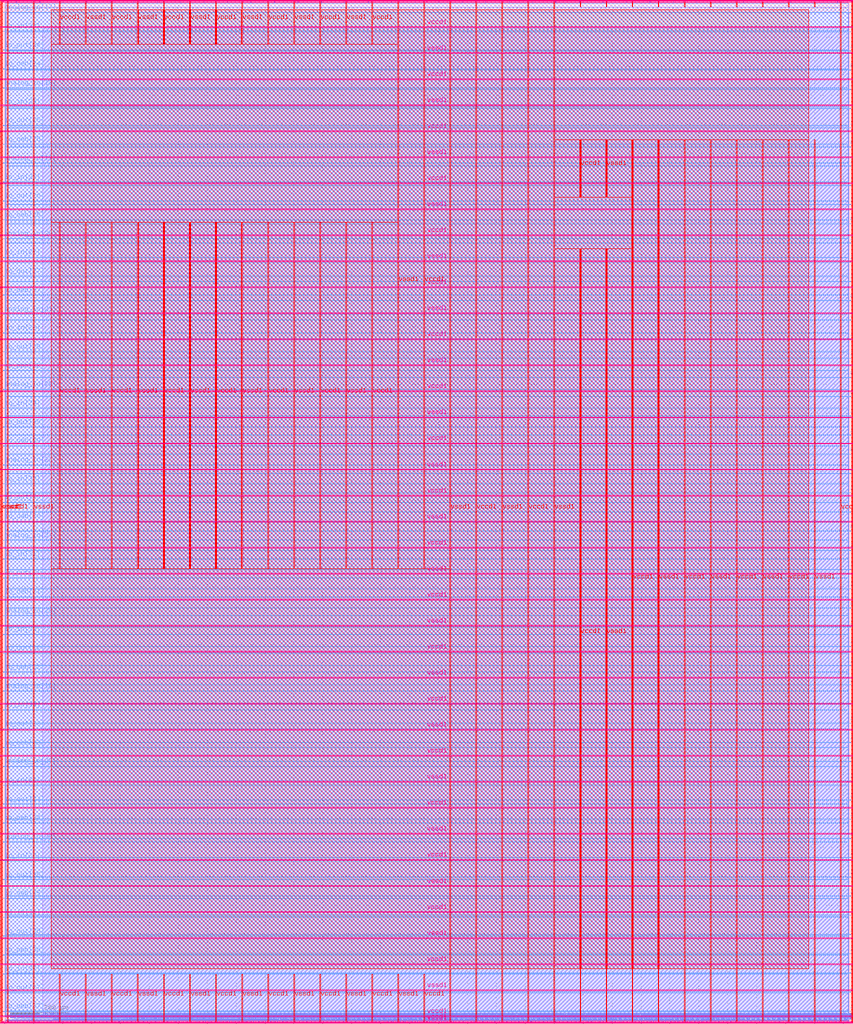
<source format=lef>
VERSION 5.7 ;
  NOWIREEXTENSIONATPIN ON ;
  DIVIDERCHAR "/" ;
  BUSBITCHARS "[]" ;
MACRO user_project_wrapper
  CLASS BLOCK ;
  FOREIGN user_project_wrapper ;
  ORIGIN 0.000 0.000 ;
  SIZE 2920.000 BY 3520.000 ;
  PIN analog_io[0]
    DIRECTION INOUT ;
    USE SIGNAL ;
    PORT
      LAYER met3 ;
        RECT 2917.600 1426.380 2924.800 1427.580 ;
    END
  END analog_io[0]
  PIN analog_io[10]
    DIRECTION INOUT ;
    USE SIGNAL ;
    PORT
      LAYER met2 ;
        RECT 2230.490 3517.600 2231.050 3524.800 ;
    END
  END analog_io[10]
  PIN analog_io[11]
    DIRECTION INOUT ;
    USE SIGNAL ;
    PORT
      LAYER met2 ;
        RECT 1905.730 3517.600 1906.290 3524.800 ;
    END
  END analog_io[11]
  PIN analog_io[12]
    DIRECTION INOUT ;
    USE SIGNAL ;
    PORT
      LAYER met2 ;
        RECT 1581.430 3517.600 1581.990 3524.800 ;
    END
  END analog_io[12]
  PIN analog_io[13]
    DIRECTION INOUT ;
    USE SIGNAL ;
    PORT
      LAYER met2 ;
        RECT 1257.130 3517.600 1257.690 3524.800 ;
    END
  END analog_io[13]
  PIN analog_io[14]
    DIRECTION INOUT ;
    USE SIGNAL ;
    PORT
      LAYER met2 ;
        RECT 932.370 3517.600 932.930 3524.800 ;
    END
  END analog_io[14]
  PIN analog_io[15]
    DIRECTION INOUT ;
    USE SIGNAL ;
    PORT
      LAYER met2 ;
        RECT 608.070 3517.600 608.630 3524.800 ;
    END
  END analog_io[15]
  PIN analog_io[16]
    DIRECTION INOUT ;
    USE SIGNAL ;
    PORT
      LAYER met2 ;
        RECT 283.770 3517.600 284.330 3524.800 ;
    END
  END analog_io[16]
  PIN analog_io[17]
    DIRECTION INOUT ;
    USE SIGNAL ;
    PORT
      LAYER met3 ;
        RECT -4.800 3486.100 2.400 3487.300 ;
    END
  END analog_io[17]
  PIN analog_io[18]
    DIRECTION INOUT ;
    USE SIGNAL ;
    PORT
      LAYER met3 ;
        RECT -4.800 3224.980 2.400 3226.180 ;
    END
  END analog_io[18]
  PIN analog_io[19]
    DIRECTION INOUT ;
    USE SIGNAL ;
    PORT
      LAYER met3 ;
        RECT -4.800 2964.540 2.400 2965.740 ;
    END
  END analog_io[19]
  PIN analog_io[1]
    DIRECTION INOUT ;
    USE SIGNAL ;
    PORT
      LAYER met3 ;
        RECT 2917.600 1692.260 2924.800 1693.460 ;
    END
  END analog_io[1]
  PIN analog_io[20]
    DIRECTION INOUT ;
    USE SIGNAL ;
    PORT
      LAYER met3 ;
        RECT -4.800 2703.420 2.400 2704.620 ;
    END
  END analog_io[20]
  PIN analog_io[21]
    DIRECTION INOUT ;
    USE SIGNAL ;
    PORT
      LAYER met3 ;
        RECT -4.800 2442.980 2.400 2444.180 ;
    END
  END analog_io[21]
  PIN analog_io[22]
    DIRECTION INOUT ;
    USE SIGNAL ;
    PORT
      LAYER met3 ;
        RECT -4.800 2182.540 2.400 2183.740 ;
    END
  END analog_io[22]
  PIN analog_io[23]
    DIRECTION INOUT ;
    USE SIGNAL ;
    PORT
      LAYER met3 ;
        RECT -4.800 1921.420 2.400 1922.620 ;
    END
  END analog_io[23]
  PIN analog_io[24]
    DIRECTION INOUT ;
    USE SIGNAL ;
    PORT
      LAYER met3 ;
        RECT -4.800 1660.980 2.400 1662.180 ;
    END
  END analog_io[24]
  PIN analog_io[25]
    DIRECTION INOUT ;
    USE SIGNAL ;
    PORT
      LAYER met3 ;
        RECT -4.800 1399.860 2.400 1401.060 ;
    END
  END analog_io[25]
  PIN analog_io[26]
    DIRECTION INOUT ;
    USE SIGNAL ;
    PORT
      LAYER met3 ;
        RECT -4.800 1139.420 2.400 1140.620 ;
    END
  END analog_io[26]
  PIN analog_io[27]
    DIRECTION INOUT ;
    USE SIGNAL ;
    PORT
      LAYER met3 ;
        RECT -4.800 878.980 2.400 880.180 ;
    END
  END analog_io[27]
  PIN analog_io[28]
    DIRECTION INOUT ;
    USE SIGNAL ;
    PORT
      LAYER met3 ;
        RECT -4.800 617.860 2.400 619.060 ;
    END
  END analog_io[28]
  PIN analog_io[2]
    DIRECTION INOUT ;
    USE SIGNAL ;
    PORT
      LAYER met3 ;
        RECT 2917.600 1958.140 2924.800 1959.340 ;
    END
  END analog_io[2]
  PIN analog_io[3]
    DIRECTION INOUT ;
    USE SIGNAL ;
    PORT
      LAYER met3 ;
        RECT 2917.600 2223.340 2924.800 2224.540 ;
    END
  END analog_io[3]
  PIN analog_io[4]
    DIRECTION INOUT ;
    USE SIGNAL ;
    PORT
      LAYER met3 ;
        RECT 2917.600 2489.220 2924.800 2490.420 ;
    END
  END analog_io[4]
  PIN analog_io[5]
    DIRECTION INOUT ;
    USE SIGNAL ;
    PORT
      LAYER met3 ;
        RECT 2917.600 2755.100 2924.800 2756.300 ;
    END
  END analog_io[5]
  PIN analog_io[6]
    DIRECTION INOUT ;
    USE SIGNAL ;
    PORT
      LAYER met3 ;
        RECT 2917.600 3020.300 2924.800 3021.500 ;
    END
  END analog_io[6]
  PIN analog_io[7]
    DIRECTION INOUT ;
    USE SIGNAL ;
    PORT
      LAYER met3 ;
        RECT 2917.600 3286.180 2924.800 3287.380 ;
    END
  END analog_io[7]
  PIN analog_io[8]
    DIRECTION INOUT ;
    USE SIGNAL ;
    PORT
      LAYER met2 ;
        RECT 2879.090 3517.600 2879.650 3524.800 ;
    END
  END analog_io[8]
  PIN analog_io[9]
    DIRECTION INOUT ;
    USE SIGNAL ;
    PORT
      LAYER met2 ;
        RECT 2554.790 3517.600 2555.350 3524.800 ;
    END
  END analog_io[9]
  PIN io_in[0]
    DIRECTION INPUT ;
    USE SIGNAL ;
    PORT
      LAYER met3 ;
        RECT 2917.600 32.380 2924.800 33.580 ;
    END
  END io_in[0]
  PIN io_in[10]
    DIRECTION INPUT ;
    USE SIGNAL ;
    PORT
      LAYER met3 ;
        RECT 2917.600 2289.980 2924.800 2291.180 ;
    END
  END io_in[10]
  PIN io_in[11]
    DIRECTION INPUT ;
    USE SIGNAL ;
    PORT
      LAYER met3 ;
        RECT 2917.600 2555.860 2924.800 2557.060 ;
    END
  END io_in[11]
  PIN io_in[12]
    DIRECTION INPUT ;
    USE SIGNAL ;
    PORT
      LAYER met3 ;
        RECT 2917.600 2821.060 2924.800 2822.260 ;
    END
  END io_in[12]
  PIN io_in[13]
    DIRECTION INPUT ;
    USE SIGNAL ;
    PORT
      LAYER met3 ;
        RECT 2917.600 3086.940 2924.800 3088.140 ;
    END
  END io_in[13]
  PIN io_in[14]
    DIRECTION INPUT ;
    USE SIGNAL ;
    PORT
      LAYER met3 ;
        RECT 2917.600 3352.820 2924.800 3354.020 ;
    END
  END io_in[14]
  PIN io_in[15]
    DIRECTION INPUT ;
    USE SIGNAL ;
    PORT
      LAYER met2 ;
        RECT 2798.130 3517.600 2798.690 3524.800 ;
    END
  END io_in[15]
  PIN io_in[16]
    DIRECTION INPUT ;
    USE SIGNAL ;
    PORT
      LAYER met2 ;
        RECT 2473.830 3517.600 2474.390 3524.800 ;
    END
  END io_in[16]
  PIN io_in[17]
    DIRECTION INPUT ;
    USE SIGNAL ;
    PORT
      LAYER met2 ;
        RECT 2149.070 3517.600 2149.630 3524.800 ;
    END
  END io_in[17]
  PIN io_in[18]
    DIRECTION INPUT ;
    USE SIGNAL ;
    PORT
      LAYER met2 ;
        RECT 1824.770 3517.600 1825.330 3524.800 ;
    END
  END io_in[18]
  PIN io_in[19]
    DIRECTION INPUT ;
    USE SIGNAL ;
    PORT
      LAYER met2 ;
        RECT 1500.470 3517.600 1501.030 3524.800 ;
    END
  END io_in[19]
  PIN io_in[1]
    DIRECTION INPUT ;
    USE SIGNAL ;
    PORT
      LAYER met3 ;
        RECT 2917.600 230.940 2924.800 232.140 ;
    END
  END io_in[1]
  PIN io_in[20]
    DIRECTION INPUT ;
    USE SIGNAL ;
    PORT
      LAYER met2 ;
        RECT 1175.710 3517.600 1176.270 3524.800 ;
    END
  END io_in[20]
  PIN io_in[21]
    DIRECTION INPUT ;
    USE SIGNAL ;
    PORT
      LAYER met2 ;
        RECT 851.410 3517.600 851.970 3524.800 ;
    END
  END io_in[21]
  PIN io_in[22]
    DIRECTION INPUT ;
    USE SIGNAL ;
    PORT
      LAYER met2 ;
        RECT 527.110 3517.600 527.670 3524.800 ;
    END
  END io_in[22]
  PIN io_in[23]
    DIRECTION INPUT ;
    USE SIGNAL ;
    PORT
      LAYER met2 ;
        RECT 202.350 3517.600 202.910 3524.800 ;
    END
  END io_in[23]
  PIN io_in[24]
    DIRECTION INPUT ;
    USE SIGNAL ;
    PORT
      LAYER met3 ;
        RECT -4.800 3420.820 2.400 3422.020 ;
    END
  END io_in[24]
  PIN io_in[25]
    DIRECTION INPUT ;
    USE SIGNAL ;
    PORT
      LAYER met3 ;
        RECT -4.800 3159.700 2.400 3160.900 ;
    END
  END io_in[25]
  PIN io_in[26]
    DIRECTION INPUT ;
    USE SIGNAL ;
    PORT
      LAYER met3 ;
        RECT -4.800 2899.260 2.400 2900.460 ;
    END
  END io_in[26]
  PIN io_in[27]
    DIRECTION INPUT ;
    USE SIGNAL ;
    PORT
      LAYER met3 ;
        RECT -4.800 2638.820 2.400 2640.020 ;
    END
  END io_in[27]
  PIN io_in[28]
    DIRECTION INPUT ;
    USE SIGNAL ;
    PORT
      LAYER met3 ;
        RECT -4.800 2377.700 2.400 2378.900 ;
    END
  END io_in[28]
  PIN io_in[29]
    DIRECTION INPUT ;
    USE SIGNAL ;
    PORT
      LAYER met3 ;
        RECT -4.800 2117.260 2.400 2118.460 ;
    END
  END io_in[29]
  PIN io_in[2]
    DIRECTION INPUT ;
    USE SIGNAL ;
    PORT
      LAYER met3 ;
        RECT 2917.600 430.180 2924.800 431.380 ;
    END
  END io_in[2]
  PIN io_in[30]
    DIRECTION INPUT ;
    USE SIGNAL ;
    PORT
      LAYER met3 ;
        RECT -4.800 1856.140 2.400 1857.340 ;
    END
  END io_in[30]
  PIN io_in[31]
    DIRECTION INPUT ;
    USE SIGNAL ;
    PORT
      LAYER met3 ;
        RECT -4.800 1595.700 2.400 1596.900 ;
    END
  END io_in[31]
  PIN io_in[32]
    DIRECTION INPUT ;
    USE SIGNAL ;
    PORT
      LAYER met3 ;
        RECT -4.800 1335.260 2.400 1336.460 ;
    END
  END io_in[32]
  PIN io_in[33]
    DIRECTION INPUT ;
    USE SIGNAL ;
    PORT
      LAYER met3 ;
        RECT -4.800 1074.140 2.400 1075.340 ;
    END
  END io_in[33]
  PIN io_in[34]
    DIRECTION INPUT ;
    USE SIGNAL ;
    PORT
      LAYER met3 ;
        RECT -4.800 813.700 2.400 814.900 ;
    END
  END io_in[34]
  PIN io_in[35]
    DIRECTION INPUT ;
    USE SIGNAL ;
    PORT
      LAYER met3 ;
        RECT -4.800 552.580 2.400 553.780 ;
    END
  END io_in[35]
  PIN io_in[36]
    DIRECTION INPUT ;
    USE SIGNAL ;
    PORT
      LAYER met3 ;
        RECT -4.800 357.420 2.400 358.620 ;
    END
  END io_in[36]
  PIN io_in[37]
    DIRECTION INPUT ;
    USE SIGNAL ;
    PORT
      LAYER met3 ;
        RECT -4.800 161.580 2.400 162.780 ;
    END
  END io_in[37]
  PIN io_in[3]
    DIRECTION INPUT ;
    USE SIGNAL ;
    PORT
      LAYER met3 ;
        RECT 2917.600 629.420 2924.800 630.620 ;
    END
  END io_in[3]
  PIN io_in[4]
    DIRECTION INPUT ;
    USE SIGNAL ;
    PORT
      LAYER met3 ;
        RECT 2917.600 828.660 2924.800 829.860 ;
    END
  END io_in[4]
  PIN io_in[5]
    DIRECTION INPUT ;
    USE SIGNAL ;
    PORT
      LAYER met3 ;
        RECT 2917.600 1027.900 2924.800 1029.100 ;
    END
  END io_in[5]
  PIN io_in[6]
    DIRECTION INPUT ;
    USE SIGNAL ;
    PORT
      LAYER met3 ;
        RECT 2917.600 1227.140 2924.800 1228.340 ;
    END
  END io_in[6]
  PIN io_in[7]
    DIRECTION INPUT ;
    USE SIGNAL ;
    PORT
      LAYER met3 ;
        RECT 2917.600 1493.020 2924.800 1494.220 ;
    END
  END io_in[7]
  PIN io_in[8]
    DIRECTION INPUT ;
    USE SIGNAL ;
    PORT
      LAYER met3 ;
        RECT 2917.600 1758.900 2924.800 1760.100 ;
    END
  END io_in[8]
  PIN io_in[9]
    DIRECTION INPUT ;
    USE SIGNAL ;
    PORT
      LAYER met3 ;
        RECT 2917.600 2024.100 2924.800 2025.300 ;
    END
  END io_in[9]
  PIN io_oeb[0]
    DIRECTION OUTPUT TRISTATE ;
    USE SIGNAL ;
    PORT
      LAYER met3 ;
        RECT 2917.600 164.980 2924.800 166.180 ;
    END
  END io_oeb[0]
  PIN io_oeb[10]
    DIRECTION OUTPUT TRISTATE ;
    USE SIGNAL ;
    PORT
      LAYER met3 ;
        RECT 2917.600 2422.580 2924.800 2423.780 ;
    END
  END io_oeb[10]
  PIN io_oeb[11]
    DIRECTION OUTPUT TRISTATE ;
    USE SIGNAL ;
    PORT
      LAYER met3 ;
        RECT 2917.600 2688.460 2924.800 2689.660 ;
    END
  END io_oeb[11]
  PIN io_oeb[12]
    DIRECTION OUTPUT TRISTATE ;
    USE SIGNAL ;
    PORT
      LAYER met3 ;
        RECT 2917.600 2954.340 2924.800 2955.540 ;
    END
  END io_oeb[12]
  PIN io_oeb[13]
    DIRECTION OUTPUT TRISTATE ;
    USE SIGNAL ;
    PORT
      LAYER met3 ;
        RECT 2917.600 3219.540 2924.800 3220.740 ;
    END
  END io_oeb[13]
  PIN io_oeb[14]
    DIRECTION OUTPUT TRISTATE ;
    USE SIGNAL ;
    PORT
      LAYER met3 ;
        RECT 2917.600 3485.420 2924.800 3486.620 ;
    END
  END io_oeb[14]
  PIN io_oeb[15]
    DIRECTION OUTPUT TRISTATE ;
    USE SIGNAL ;
    PORT
      LAYER met2 ;
        RECT 2635.750 3517.600 2636.310 3524.800 ;
    END
  END io_oeb[15]
  PIN io_oeb[16]
    DIRECTION OUTPUT TRISTATE ;
    USE SIGNAL ;
    PORT
      LAYER met2 ;
        RECT 2311.450 3517.600 2312.010 3524.800 ;
    END
  END io_oeb[16]
  PIN io_oeb[17]
    DIRECTION OUTPUT TRISTATE ;
    USE SIGNAL ;
    PORT
      LAYER met2 ;
        RECT 1987.150 3517.600 1987.710 3524.800 ;
    END
  END io_oeb[17]
  PIN io_oeb[18]
    DIRECTION OUTPUT TRISTATE ;
    USE SIGNAL ;
    PORT
      LAYER met2 ;
        RECT 1662.390 3517.600 1662.950 3524.800 ;
    END
  END io_oeb[18]
  PIN io_oeb[19]
    DIRECTION OUTPUT TRISTATE ;
    USE SIGNAL ;
    PORT
      LAYER met2 ;
        RECT 1338.090 3517.600 1338.650 3524.800 ;
    END
  END io_oeb[19]
  PIN io_oeb[1]
    DIRECTION OUTPUT TRISTATE ;
    USE SIGNAL ;
    PORT
      LAYER met3 ;
        RECT 2917.600 364.220 2924.800 365.420 ;
    END
  END io_oeb[1]
  PIN io_oeb[20]
    DIRECTION OUTPUT TRISTATE ;
    USE SIGNAL ;
    PORT
      LAYER met2 ;
        RECT 1013.790 3517.600 1014.350 3524.800 ;
    END
  END io_oeb[20]
  PIN io_oeb[21]
    DIRECTION OUTPUT TRISTATE ;
    USE SIGNAL ;
    PORT
      LAYER met2 ;
        RECT 689.030 3517.600 689.590 3524.800 ;
    END
  END io_oeb[21]
  PIN io_oeb[22]
    DIRECTION OUTPUT TRISTATE ;
    USE SIGNAL ;
    PORT
      LAYER met2 ;
        RECT 364.730 3517.600 365.290 3524.800 ;
    END
  END io_oeb[22]
  PIN io_oeb[23]
    DIRECTION OUTPUT TRISTATE ;
    USE SIGNAL ;
    PORT
      LAYER met2 ;
        RECT 40.430 3517.600 40.990 3524.800 ;
    END
  END io_oeb[23]
  PIN io_oeb[24]
    DIRECTION OUTPUT TRISTATE ;
    USE SIGNAL ;
    PORT
      LAYER met3 ;
        RECT -4.800 3290.260 2.400 3291.460 ;
    END
  END io_oeb[24]
  PIN io_oeb[25]
    DIRECTION OUTPUT TRISTATE ;
    USE SIGNAL ;
    PORT
      LAYER met3 ;
        RECT -4.800 3029.820 2.400 3031.020 ;
    END
  END io_oeb[25]
  PIN io_oeb[26]
    DIRECTION OUTPUT TRISTATE ;
    USE SIGNAL ;
    PORT
      LAYER met3 ;
        RECT -4.800 2768.700 2.400 2769.900 ;
    END
  END io_oeb[26]
  PIN io_oeb[27]
    DIRECTION OUTPUT TRISTATE ;
    USE SIGNAL ;
    PORT
      LAYER met3 ;
        RECT -4.800 2508.260 2.400 2509.460 ;
    END
  END io_oeb[27]
  PIN io_oeb[28]
    DIRECTION OUTPUT TRISTATE ;
    USE SIGNAL ;
    PORT
      LAYER met3 ;
        RECT -4.800 2247.140 2.400 2248.340 ;
    END
  END io_oeb[28]
  PIN io_oeb[29]
    DIRECTION OUTPUT TRISTATE ;
    USE SIGNAL ;
    PORT
      LAYER met3 ;
        RECT -4.800 1986.700 2.400 1987.900 ;
    END
  END io_oeb[29]
  PIN io_oeb[2]
    DIRECTION OUTPUT TRISTATE ;
    USE SIGNAL ;
    PORT
      LAYER met3 ;
        RECT 2917.600 563.460 2924.800 564.660 ;
    END
  END io_oeb[2]
  PIN io_oeb[30]
    DIRECTION OUTPUT TRISTATE ;
    USE SIGNAL ;
    PORT
      LAYER met3 ;
        RECT -4.800 1726.260 2.400 1727.460 ;
    END
  END io_oeb[30]
  PIN io_oeb[31]
    DIRECTION OUTPUT TRISTATE ;
    USE SIGNAL ;
    PORT
      LAYER met3 ;
        RECT -4.800 1465.140 2.400 1466.340 ;
    END
  END io_oeb[31]
  PIN io_oeb[32]
    DIRECTION OUTPUT TRISTATE ;
    USE SIGNAL ;
    PORT
      LAYER met3 ;
        RECT -4.800 1204.700 2.400 1205.900 ;
    END
  END io_oeb[32]
  PIN io_oeb[33]
    DIRECTION OUTPUT TRISTATE ;
    USE SIGNAL ;
    PORT
      LAYER met3 ;
        RECT -4.800 943.580 2.400 944.780 ;
    END
  END io_oeb[33]
  PIN io_oeb[34]
    DIRECTION OUTPUT TRISTATE ;
    USE SIGNAL ;
    PORT
      LAYER met3 ;
        RECT -4.800 683.140 2.400 684.340 ;
    END
  END io_oeb[34]
  PIN io_oeb[35]
    DIRECTION OUTPUT TRISTATE ;
    USE SIGNAL ;
    PORT
      LAYER met3 ;
        RECT -4.800 422.700 2.400 423.900 ;
    END
  END io_oeb[35]
  PIN io_oeb[36]
    DIRECTION OUTPUT TRISTATE ;
    USE SIGNAL ;
    PORT
      LAYER met3 ;
        RECT -4.800 226.860 2.400 228.060 ;
    END
  END io_oeb[36]
  PIN io_oeb[37]
    DIRECTION OUTPUT TRISTATE ;
    USE SIGNAL ;
    PORT
      LAYER met3 ;
        RECT -4.800 31.700 2.400 32.900 ;
    END
  END io_oeb[37]
  PIN io_oeb[3]
    DIRECTION OUTPUT TRISTATE ;
    USE SIGNAL ;
    PORT
      LAYER met3 ;
        RECT 2917.600 762.700 2924.800 763.900 ;
    END
  END io_oeb[3]
  PIN io_oeb[4]
    DIRECTION OUTPUT TRISTATE ;
    USE SIGNAL ;
    PORT
      LAYER met3 ;
        RECT 2917.600 961.940 2924.800 963.140 ;
    END
  END io_oeb[4]
  PIN io_oeb[5]
    DIRECTION OUTPUT TRISTATE ;
    USE SIGNAL ;
    PORT
      LAYER met3 ;
        RECT 2917.600 1161.180 2924.800 1162.380 ;
    END
  END io_oeb[5]
  PIN io_oeb[6]
    DIRECTION OUTPUT TRISTATE ;
    USE SIGNAL ;
    PORT
      LAYER met3 ;
        RECT 2917.600 1360.420 2924.800 1361.620 ;
    END
  END io_oeb[6]
  PIN io_oeb[7]
    DIRECTION OUTPUT TRISTATE ;
    USE SIGNAL ;
    PORT
      LAYER met3 ;
        RECT 2917.600 1625.620 2924.800 1626.820 ;
    END
  END io_oeb[7]
  PIN io_oeb[8]
    DIRECTION OUTPUT TRISTATE ;
    USE SIGNAL ;
    PORT
      LAYER met3 ;
        RECT 2917.600 1891.500 2924.800 1892.700 ;
    END
  END io_oeb[8]
  PIN io_oeb[9]
    DIRECTION OUTPUT TRISTATE ;
    USE SIGNAL ;
    PORT
      LAYER met3 ;
        RECT 2917.600 2157.380 2924.800 2158.580 ;
    END
  END io_oeb[9]
  PIN io_out[0]
    DIRECTION OUTPUT TRISTATE ;
    USE SIGNAL ;
    PORT
      LAYER met3 ;
        RECT 2917.600 98.340 2924.800 99.540 ;
    END
  END io_out[0]
  PIN io_out[10]
    DIRECTION OUTPUT TRISTATE ;
    USE SIGNAL ;
    PORT
      LAYER met3 ;
        RECT 2917.600 2356.620 2924.800 2357.820 ;
    END
  END io_out[10]
  PIN io_out[11]
    DIRECTION OUTPUT TRISTATE ;
    USE SIGNAL ;
    PORT
      LAYER met3 ;
        RECT 2917.600 2621.820 2924.800 2623.020 ;
    END
  END io_out[11]
  PIN io_out[12]
    DIRECTION OUTPUT TRISTATE ;
    USE SIGNAL ;
    PORT
      LAYER met3 ;
        RECT 2917.600 2887.700 2924.800 2888.900 ;
    END
  END io_out[12]
  PIN io_out[13]
    DIRECTION OUTPUT TRISTATE ;
    USE SIGNAL ;
    PORT
      LAYER met3 ;
        RECT 2917.600 3153.580 2924.800 3154.780 ;
    END
  END io_out[13]
  PIN io_out[14]
    DIRECTION OUTPUT TRISTATE ;
    USE SIGNAL ;
    PORT
      LAYER met3 ;
        RECT 2917.600 3418.780 2924.800 3419.980 ;
    END
  END io_out[14]
  PIN io_out[15]
    DIRECTION OUTPUT TRISTATE ;
    USE SIGNAL ;
    PORT
      LAYER met2 ;
        RECT 2717.170 3517.600 2717.730 3524.800 ;
    END
  END io_out[15]
  PIN io_out[16]
    DIRECTION OUTPUT TRISTATE ;
    USE SIGNAL ;
    PORT
      LAYER met2 ;
        RECT 2392.410 3517.600 2392.970 3524.800 ;
    END
  END io_out[16]
  PIN io_out[17]
    DIRECTION OUTPUT TRISTATE ;
    USE SIGNAL ;
    PORT
      LAYER met2 ;
        RECT 2068.110 3517.600 2068.670 3524.800 ;
    END
  END io_out[17]
  PIN io_out[18]
    DIRECTION OUTPUT TRISTATE ;
    USE SIGNAL ;
    PORT
      LAYER met2 ;
        RECT 1743.810 3517.600 1744.370 3524.800 ;
    END
  END io_out[18]
  PIN io_out[19]
    DIRECTION OUTPUT TRISTATE ;
    USE SIGNAL ;
    PORT
      LAYER met2 ;
        RECT 1419.050 3517.600 1419.610 3524.800 ;
    END
  END io_out[19]
  PIN io_out[1]
    DIRECTION OUTPUT TRISTATE ;
    USE SIGNAL ;
    PORT
      LAYER met3 ;
        RECT 2917.600 297.580 2924.800 298.780 ;
    END
  END io_out[1]
  PIN io_out[20]
    DIRECTION OUTPUT TRISTATE ;
    USE SIGNAL ;
    PORT
      LAYER met2 ;
        RECT 1094.750 3517.600 1095.310 3524.800 ;
    END
  END io_out[20]
  PIN io_out[21]
    DIRECTION OUTPUT TRISTATE ;
    USE SIGNAL ;
    PORT
      LAYER met2 ;
        RECT 770.450 3517.600 771.010 3524.800 ;
    END
  END io_out[21]
  PIN io_out[22]
    DIRECTION OUTPUT TRISTATE ;
    USE SIGNAL ;
    PORT
      LAYER met2 ;
        RECT 445.690 3517.600 446.250 3524.800 ;
    END
  END io_out[22]
  PIN io_out[23]
    DIRECTION OUTPUT TRISTATE ;
    USE SIGNAL ;
    PORT
      LAYER met2 ;
        RECT 121.390 3517.600 121.950 3524.800 ;
    END
  END io_out[23]
  PIN io_out[24]
    DIRECTION OUTPUT TRISTATE ;
    USE SIGNAL ;
    PORT
      LAYER met3 ;
        RECT -4.800 3355.540 2.400 3356.740 ;
    END
  END io_out[24]
  PIN io_out[25]
    DIRECTION OUTPUT TRISTATE ;
    USE SIGNAL ;
    PORT
      LAYER met3 ;
        RECT -4.800 3095.100 2.400 3096.300 ;
    END
  END io_out[25]
  PIN io_out[26]
    DIRECTION OUTPUT TRISTATE ;
    USE SIGNAL ;
    PORT
      LAYER met3 ;
        RECT -4.800 2833.980 2.400 2835.180 ;
    END
  END io_out[26]
  PIN io_out[27]
    DIRECTION OUTPUT TRISTATE ;
    USE SIGNAL ;
    PORT
      LAYER met3 ;
        RECT -4.800 2573.540 2.400 2574.740 ;
    END
  END io_out[27]
  PIN io_out[28]
    DIRECTION OUTPUT TRISTATE ;
    USE SIGNAL ;
    PORT
      LAYER met3 ;
        RECT -4.800 2312.420 2.400 2313.620 ;
    END
  END io_out[28]
  PIN io_out[29]
    DIRECTION OUTPUT TRISTATE ;
    USE SIGNAL ;
    PORT
      LAYER met3 ;
        RECT -4.800 2051.980 2.400 2053.180 ;
    END
  END io_out[29]
  PIN io_out[2]
    DIRECTION OUTPUT TRISTATE ;
    USE SIGNAL ;
    PORT
      LAYER met3 ;
        RECT 2917.600 496.820 2924.800 498.020 ;
    END
  END io_out[2]
  PIN io_out[30]
    DIRECTION OUTPUT TRISTATE ;
    USE SIGNAL ;
    PORT
      LAYER met3 ;
        RECT -4.800 1791.540 2.400 1792.740 ;
    END
  END io_out[30]
  PIN io_out[31]
    DIRECTION OUTPUT TRISTATE ;
    USE SIGNAL ;
    PORT
      LAYER met3 ;
        RECT -4.800 1530.420 2.400 1531.620 ;
    END
  END io_out[31]
  PIN io_out[32]
    DIRECTION OUTPUT TRISTATE ;
    USE SIGNAL ;
    PORT
      LAYER met3 ;
        RECT -4.800 1269.980 2.400 1271.180 ;
    END
  END io_out[32]
  PIN io_out[33]
    DIRECTION OUTPUT TRISTATE ;
    USE SIGNAL ;
    PORT
      LAYER met3 ;
        RECT -4.800 1008.860 2.400 1010.060 ;
    END
  END io_out[33]
  PIN io_out[34]
    DIRECTION OUTPUT TRISTATE ;
    USE SIGNAL ;
    PORT
      LAYER met3 ;
        RECT -4.800 748.420 2.400 749.620 ;
    END
  END io_out[34]
  PIN io_out[35]
    DIRECTION OUTPUT TRISTATE ;
    USE SIGNAL ;
    PORT
      LAYER met3 ;
        RECT -4.800 487.300 2.400 488.500 ;
    END
  END io_out[35]
  PIN io_out[36]
    DIRECTION OUTPUT TRISTATE ;
    USE SIGNAL ;
    PORT
      LAYER met3 ;
        RECT -4.800 292.140 2.400 293.340 ;
    END
  END io_out[36]
  PIN io_out[37]
    DIRECTION OUTPUT TRISTATE ;
    USE SIGNAL ;
    PORT
      LAYER met3 ;
        RECT -4.800 96.300 2.400 97.500 ;
    END
  END io_out[37]
  PIN io_out[3]
    DIRECTION OUTPUT TRISTATE ;
    USE SIGNAL ;
    PORT
      LAYER met3 ;
        RECT 2917.600 696.060 2924.800 697.260 ;
    END
  END io_out[3]
  PIN io_out[4]
    DIRECTION OUTPUT TRISTATE ;
    USE SIGNAL ;
    PORT
      LAYER met3 ;
        RECT 2917.600 895.300 2924.800 896.500 ;
    END
  END io_out[4]
  PIN io_out[5]
    DIRECTION OUTPUT TRISTATE ;
    USE SIGNAL ;
    PORT
      LAYER met3 ;
        RECT 2917.600 1094.540 2924.800 1095.740 ;
    END
  END io_out[5]
  PIN io_out[6]
    DIRECTION OUTPUT TRISTATE ;
    USE SIGNAL ;
    PORT
      LAYER met3 ;
        RECT 2917.600 1293.780 2924.800 1294.980 ;
    END
  END io_out[6]
  PIN io_out[7]
    DIRECTION OUTPUT TRISTATE ;
    USE SIGNAL ;
    PORT
      LAYER met3 ;
        RECT 2917.600 1559.660 2924.800 1560.860 ;
    END
  END io_out[7]
  PIN io_out[8]
    DIRECTION OUTPUT TRISTATE ;
    USE SIGNAL ;
    PORT
      LAYER met3 ;
        RECT 2917.600 1824.860 2924.800 1826.060 ;
    END
  END io_out[8]
  PIN io_out[9]
    DIRECTION OUTPUT TRISTATE ;
    USE SIGNAL ;
    PORT
      LAYER met3 ;
        RECT 2917.600 2090.740 2924.800 2091.940 ;
    END
  END io_out[9]
  PIN la_data_in[0]
    DIRECTION INPUT ;
    USE SIGNAL ;
    PORT
      LAYER met2 ;
        RECT 629.230 -4.800 629.790 2.400 ;
    END
  END la_data_in[0]
  PIN la_data_in[100]
    DIRECTION INPUT ;
    USE SIGNAL ;
    PORT
      LAYER met2 ;
        RECT 2402.530 -4.800 2403.090 2.400 ;
    END
  END la_data_in[100]
  PIN la_data_in[101]
    DIRECTION INPUT ;
    USE SIGNAL ;
    PORT
      LAYER met2 ;
        RECT 2420.010 -4.800 2420.570 2.400 ;
    END
  END la_data_in[101]
  PIN la_data_in[102]
    DIRECTION INPUT ;
    USE SIGNAL ;
    PORT
      LAYER met2 ;
        RECT 2437.950 -4.800 2438.510 2.400 ;
    END
  END la_data_in[102]
  PIN la_data_in[103]
    DIRECTION INPUT ;
    USE SIGNAL ;
    PORT
      LAYER met2 ;
        RECT 2455.430 -4.800 2455.990 2.400 ;
    END
  END la_data_in[103]
  PIN la_data_in[104]
    DIRECTION INPUT ;
    USE SIGNAL ;
    PORT
      LAYER met2 ;
        RECT 2473.370 -4.800 2473.930 2.400 ;
    END
  END la_data_in[104]
  PIN la_data_in[105]
    DIRECTION INPUT ;
    USE SIGNAL ;
    PORT
      LAYER met2 ;
        RECT 2490.850 -4.800 2491.410 2.400 ;
    END
  END la_data_in[105]
  PIN la_data_in[106]
    DIRECTION INPUT ;
    USE SIGNAL ;
    PORT
      LAYER met2 ;
        RECT 2508.790 -4.800 2509.350 2.400 ;
    END
  END la_data_in[106]
  PIN la_data_in[107]
    DIRECTION INPUT ;
    USE SIGNAL ;
    PORT
      LAYER met2 ;
        RECT 2526.730 -4.800 2527.290 2.400 ;
    END
  END la_data_in[107]
  PIN la_data_in[108]
    DIRECTION INPUT ;
    USE SIGNAL ;
    PORT
      LAYER met2 ;
        RECT 2544.210 -4.800 2544.770 2.400 ;
    END
  END la_data_in[108]
  PIN la_data_in[109]
    DIRECTION INPUT ;
    USE SIGNAL ;
    PORT
      LAYER met2 ;
        RECT 2562.150 -4.800 2562.710 2.400 ;
    END
  END la_data_in[109]
  PIN la_data_in[10]
    DIRECTION INPUT ;
    USE SIGNAL ;
    PORT
      LAYER met2 ;
        RECT 806.330 -4.800 806.890 2.400 ;
    END
  END la_data_in[10]
  PIN la_data_in[110]
    DIRECTION INPUT ;
    USE SIGNAL ;
    PORT
      LAYER met2 ;
        RECT 2579.630 -4.800 2580.190 2.400 ;
    END
  END la_data_in[110]
  PIN la_data_in[111]
    DIRECTION INPUT ;
    USE SIGNAL ;
    PORT
      LAYER met2 ;
        RECT 2597.570 -4.800 2598.130 2.400 ;
    END
  END la_data_in[111]
  PIN la_data_in[112]
    DIRECTION INPUT ;
    USE SIGNAL ;
    PORT
      LAYER met2 ;
        RECT 2615.050 -4.800 2615.610 2.400 ;
    END
  END la_data_in[112]
  PIN la_data_in[113]
    DIRECTION INPUT ;
    USE SIGNAL ;
    PORT
      LAYER met2 ;
        RECT 2632.990 -4.800 2633.550 2.400 ;
    END
  END la_data_in[113]
  PIN la_data_in[114]
    DIRECTION INPUT ;
    USE SIGNAL ;
    PORT
      LAYER met2 ;
        RECT 2650.470 -4.800 2651.030 2.400 ;
    END
  END la_data_in[114]
  PIN la_data_in[115]
    DIRECTION INPUT ;
    USE SIGNAL ;
    PORT
      LAYER met2 ;
        RECT 2668.410 -4.800 2668.970 2.400 ;
    END
  END la_data_in[115]
  PIN la_data_in[116]
    DIRECTION INPUT ;
    USE SIGNAL ;
    PORT
      LAYER met2 ;
        RECT 2685.890 -4.800 2686.450 2.400 ;
    END
  END la_data_in[116]
  PIN la_data_in[117]
    DIRECTION INPUT ;
    USE SIGNAL ;
    PORT
      LAYER met2 ;
        RECT 2703.830 -4.800 2704.390 2.400 ;
    END
  END la_data_in[117]
  PIN la_data_in[118]
    DIRECTION INPUT ;
    USE SIGNAL ;
    PORT
      LAYER met2 ;
        RECT 2721.770 -4.800 2722.330 2.400 ;
    END
  END la_data_in[118]
  PIN la_data_in[119]
    DIRECTION INPUT ;
    USE SIGNAL ;
    PORT
      LAYER met2 ;
        RECT 2739.250 -4.800 2739.810 2.400 ;
    END
  END la_data_in[119]
  PIN la_data_in[11]
    DIRECTION INPUT ;
    USE SIGNAL ;
    PORT
      LAYER met2 ;
        RECT 824.270 -4.800 824.830 2.400 ;
    END
  END la_data_in[11]
  PIN la_data_in[120]
    DIRECTION INPUT ;
    USE SIGNAL ;
    PORT
      LAYER met2 ;
        RECT 2757.190 -4.800 2757.750 2.400 ;
    END
  END la_data_in[120]
  PIN la_data_in[121]
    DIRECTION INPUT ;
    USE SIGNAL ;
    PORT
      LAYER met2 ;
        RECT 2774.670 -4.800 2775.230 2.400 ;
    END
  END la_data_in[121]
  PIN la_data_in[122]
    DIRECTION INPUT ;
    USE SIGNAL ;
    PORT
      LAYER met2 ;
        RECT 2792.610 -4.800 2793.170 2.400 ;
    END
  END la_data_in[122]
  PIN la_data_in[123]
    DIRECTION INPUT ;
    USE SIGNAL ;
    PORT
      LAYER met2 ;
        RECT 2810.090 -4.800 2810.650 2.400 ;
    END
  END la_data_in[123]
  PIN la_data_in[124]
    DIRECTION INPUT ;
    USE SIGNAL ;
    PORT
      LAYER met2 ;
        RECT 2828.030 -4.800 2828.590 2.400 ;
    END
  END la_data_in[124]
  PIN la_data_in[125]
    DIRECTION INPUT ;
    USE SIGNAL ;
    PORT
      LAYER met2 ;
        RECT 2845.510 -4.800 2846.070 2.400 ;
    END
  END la_data_in[125]
  PIN la_data_in[126]
    DIRECTION INPUT ;
    USE SIGNAL ;
    PORT
      LAYER met2 ;
        RECT 2863.450 -4.800 2864.010 2.400 ;
    END
  END la_data_in[126]
  PIN la_data_in[127]
    DIRECTION INPUT ;
    USE SIGNAL ;
    PORT
      LAYER met2 ;
        RECT 2881.390 -4.800 2881.950 2.400 ;
    END
  END la_data_in[127]
  PIN la_data_in[12]
    DIRECTION INPUT ;
    USE SIGNAL ;
    PORT
      LAYER met2 ;
        RECT 841.750 -4.800 842.310 2.400 ;
    END
  END la_data_in[12]
  PIN la_data_in[13]
    DIRECTION INPUT ;
    USE SIGNAL ;
    PORT
      LAYER met2 ;
        RECT 859.690 -4.800 860.250 2.400 ;
    END
  END la_data_in[13]
  PIN la_data_in[14]
    DIRECTION INPUT ;
    USE SIGNAL ;
    PORT
      LAYER met2 ;
        RECT 877.170 -4.800 877.730 2.400 ;
    END
  END la_data_in[14]
  PIN la_data_in[15]
    DIRECTION INPUT ;
    USE SIGNAL ;
    PORT
      LAYER met2 ;
        RECT 895.110 -4.800 895.670 2.400 ;
    END
  END la_data_in[15]
  PIN la_data_in[16]
    DIRECTION INPUT ;
    USE SIGNAL ;
    PORT
      LAYER met2 ;
        RECT 912.590 -4.800 913.150 2.400 ;
    END
  END la_data_in[16]
  PIN la_data_in[17]
    DIRECTION INPUT ;
    USE SIGNAL ;
    PORT
      LAYER met2 ;
        RECT 930.530 -4.800 931.090 2.400 ;
    END
  END la_data_in[17]
  PIN la_data_in[18]
    DIRECTION INPUT ;
    USE SIGNAL ;
    PORT
      LAYER met2 ;
        RECT 948.470 -4.800 949.030 2.400 ;
    END
  END la_data_in[18]
  PIN la_data_in[19]
    DIRECTION INPUT ;
    USE SIGNAL ;
    PORT
      LAYER met2 ;
        RECT 965.950 -4.800 966.510 2.400 ;
    END
  END la_data_in[19]
  PIN la_data_in[1]
    DIRECTION INPUT ;
    USE SIGNAL ;
    PORT
      LAYER met2 ;
        RECT 646.710 -4.800 647.270 2.400 ;
    END
  END la_data_in[1]
  PIN la_data_in[20]
    DIRECTION INPUT ;
    USE SIGNAL ;
    PORT
      LAYER met2 ;
        RECT 983.890 -4.800 984.450 2.400 ;
    END
  END la_data_in[20]
  PIN la_data_in[21]
    DIRECTION INPUT ;
    USE SIGNAL ;
    PORT
      LAYER met2 ;
        RECT 1001.370 -4.800 1001.930 2.400 ;
    END
  END la_data_in[21]
  PIN la_data_in[22]
    DIRECTION INPUT ;
    USE SIGNAL ;
    PORT
      LAYER met2 ;
        RECT 1019.310 -4.800 1019.870 2.400 ;
    END
  END la_data_in[22]
  PIN la_data_in[23]
    DIRECTION INPUT ;
    USE SIGNAL ;
    PORT
      LAYER met2 ;
        RECT 1036.790 -4.800 1037.350 2.400 ;
    END
  END la_data_in[23]
  PIN la_data_in[24]
    DIRECTION INPUT ;
    USE SIGNAL ;
    PORT
      LAYER met2 ;
        RECT 1054.730 -4.800 1055.290 2.400 ;
    END
  END la_data_in[24]
  PIN la_data_in[25]
    DIRECTION INPUT ;
    USE SIGNAL ;
    PORT
      LAYER met2 ;
        RECT 1072.210 -4.800 1072.770 2.400 ;
    END
  END la_data_in[25]
  PIN la_data_in[26]
    DIRECTION INPUT ;
    USE SIGNAL ;
    PORT
      LAYER met2 ;
        RECT 1090.150 -4.800 1090.710 2.400 ;
    END
  END la_data_in[26]
  PIN la_data_in[27]
    DIRECTION INPUT ;
    USE SIGNAL ;
    PORT
      LAYER met2 ;
        RECT 1107.630 -4.800 1108.190 2.400 ;
    END
  END la_data_in[27]
  PIN la_data_in[28]
    DIRECTION INPUT ;
    USE SIGNAL ;
    PORT
      LAYER met2 ;
        RECT 1125.570 -4.800 1126.130 2.400 ;
    END
  END la_data_in[28]
  PIN la_data_in[29]
    DIRECTION INPUT ;
    USE SIGNAL ;
    PORT
      LAYER met2 ;
        RECT 1143.510 -4.800 1144.070 2.400 ;
    END
  END la_data_in[29]
  PIN la_data_in[2]
    DIRECTION INPUT ;
    USE SIGNAL ;
    PORT
      LAYER met2 ;
        RECT 664.650 -4.800 665.210 2.400 ;
    END
  END la_data_in[2]
  PIN la_data_in[30]
    DIRECTION INPUT ;
    USE SIGNAL ;
    PORT
      LAYER met2 ;
        RECT 1160.990 -4.800 1161.550 2.400 ;
    END
  END la_data_in[30]
  PIN la_data_in[31]
    DIRECTION INPUT ;
    USE SIGNAL ;
    PORT
      LAYER met2 ;
        RECT 1178.930 -4.800 1179.490 2.400 ;
    END
  END la_data_in[31]
  PIN la_data_in[32]
    DIRECTION INPUT ;
    USE SIGNAL ;
    PORT
      LAYER met2 ;
        RECT 1196.410 -4.800 1196.970 2.400 ;
    END
  END la_data_in[32]
  PIN la_data_in[33]
    DIRECTION INPUT ;
    USE SIGNAL ;
    PORT
      LAYER met2 ;
        RECT 1214.350 -4.800 1214.910 2.400 ;
    END
  END la_data_in[33]
  PIN la_data_in[34]
    DIRECTION INPUT ;
    USE SIGNAL ;
    PORT
      LAYER met2 ;
        RECT 1231.830 -4.800 1232.390 2.400 ;
    END
  END la_data_in[34]
  PIN la_data_in[35]
    DIRECTION INPUT ;
    USE SIGNAL ;
    PORT
      LAYER met2 ;
        RECT 1249.770 -4.800 1250.330 2.400 ;
    END
  END la_data_in[35]
  PIN la_data_in[36]
    DIRECTION INPUT ;
    USE SIGNAL ;
    PORT
      LAYER met2 ;
        RECT 1267.250 -4.800 1267.810 2.400 ;
    END
  END la_data_in[36]
  PIN la_data_in[37]
    DIRECTION INPUT ;
    USE SIGNAL ;
    PORT
      LAYER met2 ;
        RECT 1285.190 -4.800 1285.750 2.400 ;
    END
  END la_data_in[37]
  PIN la_data_in[38]
    DIRECTION INPUT ;
    USE SIGNAL ;
    PORT
      LAYER met2 ;
        RECT 1303.130 -4.800 1303.690 2.400 ;
    END
  END la_data_in[38]
  PIN la_data_in[39]
    DIRECTION INPUT ;
    USE SIGNAL ;
    PORT
      LAYER met2 ;
        RECT 1320.610 -4.800 1321.170 2.400 ;
    END
  END la_data_in[39]
  PIN la_data_in[3]
    DIRECTION INPUT ;
    USE SIGNAL ;
    PORT
      LAYER met2 ;
        RECT 682.130 -4.800 682.690 2.400 ;
    END
  END la_data_in[3]
  PIN la_data_in[40]
    DIRECTION INPUT ;
    USE SIGNAL ;
    PORT
      LAYER met2 ;
        RECT 1338.550 -4.800 1339.110 2.400 ;
    END
  END la_data_in[40]
  PIN la_data_in[41]
    DIRECTION INPUT ;
    USE SIGNAL ;
    PORT
      LAYER met2 ;
        RECT 1356.030 -4.800 1356.590 2.400 ;
    END
  END la_data_in[41]
  PIN la_data_in[42]
    DIRECTION INPUT ;
    USE SIGNAL ;
    PORT
      LAYER met2 ;
        RECT 1373.970 -4.800 1374.530 2.400 ;
    END
  END la_data_in[42]
  PIN la_data_in[43]
    DIRECTION INPUT ;
    USE SIGNAL ;
    PORT
      LAYER met2 ;
        RECT 1391.450 -4.800 1392.010 2.400 ;
    END
  END la_data_in[43]
  PIN la_data_in[44]
    DIRECTION INPUT ;
    USE SIGNAL ;
    PORT
      LAYER met2 ;
        RECT 1409.390 -4.800 1409.950 2.400 ;
    END
  END la_data_in[44]
  PIN la_data_in[45]
    DIRECTION INPUT ;
    USE SIGNAL ;
    PORT
      LAYER met2 ;
        RECT 1426.870 -4.800 1427.430 2.400 ;
    END
  END la_data_in[45]
  PIN la_data_in[46]
    DIRECTION INPUT ;
    USE SIGNAL ;
    PORT
      LAYER met2 ;
        RECT 1444.810 -4.800 1445.370 2.400 ;
    END
  END la_data_in[46]
  PIN la_data_in[47]
    DIRECTION INPUT ;
    USE SIGNAL ;
    PORT
      LAYER met2 ;
        RECT 1462.750 -4.800 1463.310 2.400 ;
    END
  END la_data_in[47]
  PIN la_data_in[48]
    DIRECTION INPUT ;
    USE SIGNAL ;
    PORT
      LAYER met2 ;
        RECT 1480.230 -4.800 1480.790 2.400 ;
    END
  END la_data_in[48]
  PIN la_data_in[49]
    DIRECTION INPUT ;
    USE SIGNAL ;
    PORT
      LAYER met2 ;
        RECT 1498.170 -4.800 1498.730 2.400 ;
    END
  END la_data_in[49]
  PIN la_data_in[4]
    DIRECTION INPUT ;
    USE SIGNAL ;
    PORT
      LAYER met2 ;
        RECT 700.070 -4.800 700.630 2.400 ;
    END
  END la_data_in[4]
  PIN la_data_in[50]
    DIRECTION INPUT ;
    USE SIGNAL ;
    PORT
      LAYER met2 ;
        RECT 1515.650 -4.800 1516.210 2.400 ;
    END
  END la_data_in[50]
  PIN la_data_in[51]
    DIRECTION INPUT ;
    USE SIGNAL ;
    PORT
      LAYER met2 ;
        RECT 1533.590 -4.800 1534.150 2.400 ;
    END
  END la_data_in[51]
  PIN la_data_in[52]
    DIRECTION INPUT ;
    USE SIGNAL ;
    PORT
      LAYER met2 ;
        RECT 1551.070 -4.800 1551.630 2.400 ;
    END
  END la_data_in[52]
  PIN la_data_in[53]
    DIRECTION INPUT ;
    USE SIGNAL ;
    PORT
      LAYER met2 ;
        RECT 1569.010 -4.800 1569.570 2.400 ;
    END
  END la_data_in[53]
  PIN la_data_in[54]
    DIRECTION INPUT ;
    USE SIGNAL ;
    PORT
      LAYER met2 ;
        RECT 1586.490 -4.800 1587.050 2.400 ;
    END
  END la_data_in[54]
  PIN la_data_in[55]
    DIRECTION INPUT ;
    USE SIGNAL ;
    PORT
      LAYER met2 ;
        RECT 1604.430 -4.800 1604.990 2.400 ;
    END
  END la_data_in[55]
  PIN la_data_in[56]
    DIRECTION INPUT ;
    USE SIGNAL ;
    PORT
      LAYER met2 ;
        RECT 1621.910 -4.800 1622.470 2.400 ;
    END
  END la_data_in[56]
  PIN la_data_in[57]
    DIRECTION INPUT ;
    USE SIGNAL ;
    PORT
      LAYER met2 ;
        RECT 1639.850 -4.800 1640.410 2.400 ;
    END
  END la_data_in[57]
  PIN la_data_in[58]
    DIRECTION INPUT ;
    USE SIGNAL ;
    PORT
      LAYER met2 ;
        RECT 1657.790 -4.800 1658.350 2.400 ;
    END
  END la_data_in[58]
  PIN la_data_in[59]
    DIRECTION INPUT ;
    USE SIGNAL ;
    PORT
      LAYER met2 ;
        RECT 1675.270 -4.800 1675.830 2.400 ;
    END
  END la_data_in[59]
  PIN la_data_in[5]
    DIRECTION INPUT ;
    USE SIGNAL ;
    PORT
      LAYER met2 ;
        RECT 717.550 -4.800 718.110 2.400 ;
    END
  END la_data_in[5]
  PIN la_data_in[60]
    DIRECTION INPUT ;
    USE SIGNAL ;
    PORT
      LAYER met2 ;
        RECT 1693.210 -4.800 1693.770 2.400 ;
    END
  END la_data_in[60]
  PIN la_data_in[61]
    DIRECTION INPUT ;
    USE SIGNAL ;
    PORT
      LAYER met2 ;
        RECT 1710.690 -4.800 1711.250 2.400 ;
    END
  END la_data_in[61]
  PIN la_data_in[62]
    DIRECTION INPUT ;
    USE SIGNAL ;
    PORT
      LAYER met2 ;
        RECT 1728.630 -4.800 1729.190 2.400 ;
    END
  END la_data_in[62]
  PIN la_data_in[63]
    DIRECTION INPUT ;
    USE SIGNAL ;
    PORT
      LAYER met2 ;
        RECT 1746.110 -4.800 1746.670 2.400 ;
    END
  END la_data_in[63]
  PIN la_data_in[64]
    DIRECTION INPUT ;
    USE SIGNAL ;
    PORT
      LAYER met2 ;
        RECT 1764.050 -4.800 1764.610 2.400 ;
    END
  END la_data_in[64]
  PIN la_data_in[65]
    DIRECTION INPUT ;
    USE SIGNAL ;
    PORT
      LAYER met2 ;
        RECT 1781.530 -4.800 1782.090 2.400 ;
    END
  END la_data_in[65]
  PIN la_data_in[66]
    DIRECTION INPUT ;
    USE SIGNAL ;
    PORT
      LAYER met2 ;
        RECT 1799.470 -4.800 1800.030 2.400 ;
    END
  END la_data_in[66]
  PIN la_data_in[67]
    DIRECTION INPUT ;
    USE SIGNAL ;
    PORT
      LAYER met2 ;
        RECT 1817.410 -4.800 1817.970 2.400 ;
    END
  END la_data_in[67]
  PIN la_data_in[68]
    DIRECTION INPUT ;
    USE SIGNAL ;
    PORT
      LAYER met2 ;
        RECT 1834.890 -4.800 1835.450 2.400 ;
    END
  END la_data_in[68]
  PIN la_data_in[69]
    DIRECTION INPUT ;
    USE SIGNAL ;
    PORT
      LAYER met2 ;
        RECT 1852.830 -4.800 1853.390 2.400 ;
    END
  END la_data_in[69]
  PIN la_data_in[6]
    DIRECTION INPUT ;
    USE SIGNAL ;
    PORT
      LAYER met2 ;
        RECT 735.490 -4.800 736.050 2.400 ;
    END
  END la_data_in[6]
  PIN la_data_in[70]
    DIRECTION INPUT ;
    USE SIGNAL ;
    PORT
      LAYER met2 ;
        RECT 1870.310 -4.800 1870.870 2.400 ;
    END
  END la_data_in[70]
  PIN la_data_in[71]
    DIRECTION INPUT ;
    USE SIGNAL ;
    PORT
      LAYER met2 ;
        RECT 1888.250 -4.800 1888.810 2.400 ;
    END
  END la_data_in[71]
  PIN la_data_in[72]
    DIRECTION INPUT ;
    USE SIGNAL ;
    PORT
      LAYER met2 ;
        RECT 1905.730 -4.800 1906.290 2.400 ;
    END
  END la_data_in[72]
  PIN la_data_in[73]
    DIRECTION INPUT ;
    USE SIGNAL ;
    PORT
      LAYER met2 ;
        RECT 1923.670 -4.800 1924.230 2.400 ;
    END
  END la_data_in[73]
  PIN la_data_in[74]
    DIRECTION INPUT ;
    USE SIGNAL ;
    PORT
      LAYER met2 ;
        RECT 1941.150 -4.800 1941.710 2.400 ;
    END
  END la_data_in[74]
  PIN la_data_in[75]
    DIRECTION INPUT ;
    USE SIGNAL ;
    PORT
      LAYER met2 ;
        RECT 1959.090 -4.800 1959.650 2.400 ;
    END
  END la_data_in[75]
  PIN la_data_in[76]
    DIRECTION INPUT ;
    USE SIGNAL ;
    PORT
      LAYER met2 ;
        RECT 1976.570 -4.800 1977.130 2.400 ;
    END
  END la_data_in[76]
  PIN la_data_in[77]
    DIRECTION INPUT ;
    USE SIGNAL ;
    PORT
      LAYER met2 ;
        RECT 1994.510 -4.800 1995.070 2.400 ;
    END
  END la_data_in[77]
  PIN la_data_in[78]
    DIRECTION INPUT ;
    USE SIGNAL ;
    PORT
      LAYER met2 ;
        RECT 2012.450 -4.800 2013.010 2.400 ;
    END
  END la_data_in[78]
  PIN la_data_in[79]
    DIRECTION INPUT ;
    USE SIGNAL ;
    PORT
      LAYER met2 ;
        RECT 2029.930 -4.800 2030.490 2.400 ;
    END
  END la_data_in[79]
  PIN la_data_in[7]
    DIRECTION INPUT ;
    USE SIGNAL ;
    PORT
      LAYER met2 ;
        RECT 752.970 -4.800 753.530 2.400 ;
    END
  END la_data_in[7]
  PIN la_data_in[80]
    DIRECTION INPUT ;
    USE SIGNAL ;
    PORT
      LAYER met2 ;
        RECT 2047.870 -4.800 2048.430 2.400 ;
    END
  END la_data_in[80]
  PIN la_data_in[81]
    DIRECTION INPUT ;
    USE SIGNAL ;
    PORT
      LAYER met2 ;
        RECT 2065.350 -4.800 2065.910 2.400 ;
    END
  END la_data_in[81]
  PIN la_data_in[82]
    DIRECTION INPUT ;
    USE SIGNAL ;
    PORT
      LAYER met2 ;
        RECT 2083.290 -4.800 2083.850 2.400 ;
    END
  END la_data_in[82]
  PIN la_data_in[83]
    DIRECTION INPUT ;
    USE SIGNAL ;
    PORT
      LAYER met2 ;
        RECT 2100.770 -4.800 2101.330 2.400 ;
    END
  END la_data_in[83]
  PIN la_data_in[84]
    DIRECTION INPUT ;
    USE SIGNAL ;
    PORT
      LAYER met2 ;
        RECT 2118.710 -4.800 2119.270 2.400 ;
    END
  END la_data_in[84]
  PIN la_data_in[85]
    DIRECTION INPUT ;
    USE SIGNAL ;
    PORT
      LAYER met2 ;
        RECT 2136.190 -4.800 2136.750 2.400 ;
    END
  END la_data_in[85]
  PIN la_data_in[86]
    DIRECTION INPUT ;
    USE SIGNAL ;
    PORT
      LAYER met2 ;
        RECT 2154.130 -4.800 2154.690 2.400 ;
    END
  END la_data_in[86]
  PIN la_data_in[87]
    DIRECTION INPUT ;
    USE SIGNAL ;
    PORT
      LAYER met2 ;
        RECT 2172.070 -4.800 2172.630 2.400 ;
    END
  END la_data_in[87]
  PIN la_data_in[88]
    DIRECTION INPUT ;
    USE SIGNAL ;
    PORT
      LAYER met2 ;
        RECT 2189.550 -4.800 2190.110 2.400 ;
    END
  END la_data_in[88]
  PIN la_data_in[89]
    DIRECTION INPUT ;
    USE SIGNAL ;
    PORT
      LAYER met2 ;
        RECT 2207.490 -4.800 2208.050 2.400 ;
    END
  END la_data_in[89]
  PIN la_data_in[8]
    DIRECTION INPUT ;
    USE SIGNAL ;
    PORT
      LAYER met2 ;
        RECT 770.910 -4.800 771.470 2.400 ;
    END
  END la_data_in[8]
  PIN la_data_in[90]
    DIRECTION INPUT ;
    USE SIGNAL ;
    PORT
      LAYER met2 ;
        RECT 2224.970 -4.800 2225.530 2.400 ;
    END
  END la_data_in[90]
  PIN la_data_in[91]
    DIRECTION INPUT ;
    USE SIGNAL ;
    PORT
      LAYER met2 ;
        RECT 2242.910 -4.800 2243.470 2.400 ;
    END
  END la_data_in[91]
  PIN la_data_in[92]
    DIRECTION INPUT ;
    USE SIGNAL ;
    PORT
      LAYER met2 ;
        RECT 2260.390 -4.800 2260.950 2.400 ;
    END
  END la_data_in[92]
  PIN la_data_in[93]
    DIRECTION INPUT ;
    USE SIGNAL ;
    PORT
      LAYER met2 ;
        RECT 2278.330 -4.800 2278.890 2.400 ;
    END
  END la_data_in[93]
  PIN la_data_in[94]
    DIRECTION INPUT ;
    USE SIGNAL ;
    PORT
      LAYER met2 ;
        RECT 2295.810 -4.800 2296.370 2.400 ;
    END
  END la_data_in[94]
  PIN la_data_in[95]
    DIRECTION INPUT ;
    USE SIGNAL ;
    PORT
      LAYER met2 ;
        RECT 2313.750 -4.800 2314.310 2.400 ;
    END
  END la_data_in[95]
  PIN la_data_in[96]
    DIRECTION INPUT ;
    USE SIGNAL ;
    PORT
      LAYER met2 ;
        RECT 2331.230 -4.800 2331.790 2.400 ;
    END
  END la_data_in[96]
  PIN la_data_in[97]
    DIRECTION INPUT ;
    USE SIGNAL ;
    PORT
      LAYER met2 ;
        RECT 2349.170 -4.800 2349.730 2.400 ;
    END
  END la_data_in[97]
  PIN la_data_in[98]
    DIRECTION INPUT ;
    USE SIGNAL ;
    PORT
      LAYER met2 ;
        RECT 2367.110 -4.800 2367.670 2.400 ;
    END
  END la_data_in[98]
  PIN la_data_in[99]
    DIRECTION INPUT ;
    USE SIGNAL ;
    PORT
      LAYER met2 ;
        RECT 2384.590 -4.800 2385.150 2.400 ;
    END
  END la_data_in[99]
  PIN la_data_in[9]
    DIRECTION INPUT ;
    USE SIGNAL ;
    PORT
      LAYER met2 ;
        RECT 788.850 -4.800 789.410 2.400 ;
    END
  END la_data_in[9]
  PIN la_data_out[0]
    DIRECTION OUTPUT TRISTATE ;
    USE SIGNAL ;
    PORT
      LAYER met2 ;
        RECT 634.750 -4.800 635.310 2.400 ;
    END
  END la_data_out[0]
  PIN la_data_out[100]
    DIRECTION OUTPUT TRISTATE ;
    USE SIGNAL ;
    PORT
      LAYER met2 ;
        RECT 2408.510 -4.800 2409.070 2.400 ;
    END
  END la_data_out[100]
  PIN la_data_out[101]
    DIRECTION OUTPUT TRISTATE ;
    USE SIGNAL ;
    PORT
      LAYER met2 ;
        RECT 2425.990 -4.800 2426.550 2.400 ;
    END
  END la_data_out[101]
  PIN la_data_out[102]
    DIRECTION OUTPUT TRISTATE ;
    USE SIGNAL ;
    PORT
      LAYER met2 ;
        RECT 2443.930 -4.800 2444.490 2.400 ;
    END
  END la_data_out[102]
  PIN la_data_out[103]
    DIRECTION OUTPUT TRISTATE ;
    USE SIGNAL ;
    PORT
      LAYER met2 ;
        RECT 2461.410 -4.800 2461.970 2.400 ;
    END
  END la_data_out[103]
  PIN la_data_out[104]
    DIRECTION OUTPUT TRISTATE ;
    USE SIGNAL ;
    PORT
      LAYER met2 ;
        RECT 2479.350 -4.800 2479.910 2.400 ;
    END
  END la_data_out[104]
  PIN la_data_out[105]
    DIRECTION OUTPUT TRISTATE ;
    USE SIGNAL ;
    PORT
      LAYER met2 ;
        RECT 2496.830 -4.800 2497.390 2.400 ;
    END
  END la_data_out[105]
  PIN la_data_out[106]
    DIRECTION OUTPUT TRISTATE ;
    USE SIGNAL ;
    PORT
      LAYER met2 ;
        RECT 2514.770 -4.800 2515.330 2.400 ;
    END
  END la_data_out[106]
  PIN la_data_out[107]
    DIRECTION OUTPUT TRISTATE ;
    USE SIGNAL ;
    PORT
      LAYER met2 ;
        RECT 2532.250 -4.800 2532.810 2.400 ;
    END
  END la_data_out[107]
  PIN la_data_out[108]
    DIRECTION OUTPUT TRISTATE ;
    USE SIGNAL ;
    PORT
      LAYER met2 ;
        RECT 2550.190 -4.800 2550.750 2.400 ;
    END
  END la_data_out[108]
  PIN la_data_out[109]
    DIRECTION OUTPUT TRISTATE ;
    USE SIGNAL ;
    PORT
      LAYER met2 ;
        RECT 2567.670 -4.800 2568.230 2.400 ;
    END
  END la_data_out[109]
  PIN la_data_out[10]
    DIRECTION OUTPUT TRISTATE ;
    USE SIGNAL ;
    PORT
      LAYER met2 ;
        RECT 812.310 -4.800 812.870 2.400 ;
    END
  END la_data_out[10]
  PIN la_data_out[110]
    DIRECTION OUTPUT TRISTATE ;
    USE SIGNAL ;
    PORT
      LAYER met2 ;
        RECT 2585.610 -4.800 2586.170 2.400 ;
    END
  END la_data_out[110]
  PIN la_data_out[111]
    DIRECTION OUTPUT TRISTATE ;
    USE SIGNAL ;
    PORT
      LAYER met2 ;
        RECT 2603.550 -4.800 2604.110 2.400 ;
    END
  END la_data_out[111]
  PIN la_data_out[112]
    DIRECTION OUTPUT TRISTATE ;
    USE SIGNAL ;
    PORT
      LAYER met2 ;
        RECT 2621.030 -4.800 2621.590 2.400 ;
    END
  END la_data_out[112]
  PIN la_data_out[113]
    DIRECTION OUTPUT TRISTATE ;
    USE SIGNAL ;
    PORT
      LAYER met2 ;
        RECT 2638.970 -4.800 2639.530 2.400 ;
    END
  END la_data_out[113]
  PIN la_data_out[114]
    DIRECTION OUTPUT TRISTATE ;
    USE SIGNAL ;
    PORT
      LAYER met2 ;
        RECT 2656.450 -4.800 2657.010 2.400 ;
    END
  END la_data_out[114]
  PIN la_data_out[115]
    DIRECTION OUTPUT TRISTATE ;
    USE SIGNAL ;
    PORT
      LAYER met2 ;
        RECT 2674.390 -4.800 2674.950 2.400 ;
    END
  END la_data_out[115]
  PIN la_data_out[116]
    DIRECTION OUTPUT TRISTATE ;
    USE SIGNAL ;
    PORT
      LAYER met2 ;
        RECT 2691.870 -4.800 2692.430 2.400 ;
    END
  END la_data_out[116]
  PIN la_data_out[117]
    DIRECTION OUTPUT TRISTATE ;
    USE SIGNAL ;
    PORT
      LAYER met2 ;
        RECT 2709.810 -4.800 2710.370 2.400 ;
    END
  END la_data_out[117]
  PIN la_data_out[118]
    DIRECTION OUTPUT TRISTATE ;
    USE SIGNAL ;
    PORT
      LAYER met2 ;
        RECT 2727.290 -4.800 2727.850 2.400 ;
    END
  END la_data_out[118]
  PIN la_data_out[119]
    DIRECTION OUTPUT TRISTATE ;
    USE SIGNAL ;
    PORT
      LAYER met2 ;
        RECT 2745.230 -4.800 2745.790 2.400 ;
    END
  END la_data_out[119]
  PIN la_data_out[11]
    DIRECTION OUTPUT TRISTATE ;
    USE SIGNAL ;
    PORT
      LAYER met2 ;
        RECT 830.250 -4.800 830.810 2.400 ;
    END
  END la_data_out[11]
  PIN la_data_out[120]
    DIRECTION OUTPUT TRISTATE ;
    USE SIGNAL ;
    PORT
      LAYER met2 ;
        RECT 2763.170 -4.800 2763.730 2.400 ;
    END
  END la_data_out[120]
  PIN la_data_out[121]
    DIRECTION OUTPUT TRISTATE ;
    USE SIGNAL ;
    PORT
      LAYER met2 ;
        RECT 2780.650 -4.800 2781.210 2.400 ;
    END
  END la_data_out[121]
  PIN la_data_out[122]
    DIRECTION OUTPUT TRISTATE ;
    USE SIGNAL ;
    PORT
      LAYER met2 ;
        RECT 2798.590 -4.800 2799.150 2.400 ;
    END
  END la_data_out[122]
  PIN la_data_out[123]
    DIRECTION OUTPUT TRISTATE ;
    USE SIGNAL ;
    PORT
      LAYER met2 ;
        RECT 2816.070 -4.800 2816.630 2.400 ;
    END
  END la_data_out[123]
  PIN la_data_out[124]
    DIRECTION OUTPUT TRISTATE ;
    USE SIGNAL ;
    PORT
      LAYER met2 ;
        RECT 2834.010 -4.800 2834.570 2.400 ;
    END
  END la_data_out[124]
  PIN la_data_out[125]
    DIRECTION OUTPUT TRISTATE ;
    USE SIGNAL ;
    PORT
      LAYER met2 ;
        RECT 2851.490 -4.800 2852.050 2.400 ;
    END
  END la_data_out[125]
  PIN la_data_out[126]
    DIRECTION OUTPUT TRISTATE ;
    USE SIGNAL ;
    PORT
      LAYER met2 ;
        RECT 2869.430 -4.800 2869.990 2.400 ;
    END
  END la_data_out[126]
  PIN la_data_out[127]
    DIRECTION OUTPUT TRISTATE ;
    USE SIGNAL ;
    PORT
      LAYER met2 ;
        RECT 2886.910 -4.800 2887.470 2.400 ;
    END
  END la_data_out[127]
  PIN la_data_out[12]
    DIRECTION OUTPUT TRISTATE ;
    USE SIGNAL ;
    PORT
      LAYER met2 ;
        RECT 847.730 -4.800 848.290 2.400 ;
    END
  END la_data_out[12]
  PIN la_data_out[13]
    DIRECTION OUTPUT TRISTATE ;
    USE SIGNAL ;
    PORT
      LAYER met2 ;
        RECT 865.670 -4.800 866.230 2.400 ;
    END
  END la_data_out[13]
  PIN la_data_out[14]
    DIRECTION OUTPUT TRISTATE ;
    USE SIGNAL ;
    PORT
      LAYER met2 ;
        RECT 883.150 -4.800 883.710 2.400 ;
    END
  END la_data_out[14]
  PIN la_data_out[15]
    DIRECTION OUTPUT TRISTATE ;
    USE SIGNAL ;
    PORT
      LAYER met2 ;
        RECT 901.090 -4.800 901.650 2.400 ;
    END
  END la_data_out[15]
  PIN la_data_out[16]
    DIRECTION OUTPUT TRISTATE ;
    USE SIGNAL ;
    PORT
      LAYER met2 ;
        RECT 918.570 -4.800 919.130 2.400 ;
    END
  END la_data_out[16]
  PIN la_data_out[17]
    DIRECTION OUTPUT TRISTATE ;
    USE SIGNAL ;
    PORT
      LAYER met2 ;
        RECT 936.510 -4.800 937.070 2.400 ;
    END
  END la_data_out[17]
  PIN la_data_out[18]
    DIRECTION OUTPUT TRISTATE ;
    USE SIGNAL ;
    PORT
      LAYER met2 ;
        RECT 953.990 -4.800 954.550 2.400 ;
    END
  END la_data_out[18]
  PIN la_data_out[19]
    DIRECTION OUTPUT TRISTATE ;
    USE SIGNAL ;
    PORT
      LAYER met2 ;
        RECT 971.930 -4.800 972.490 2.400 ;
    END
  END la_data_out[19]
  PIN la_data_out[1]
    DIRECTION OUTPUT TRISTATE ;
    USE SIGNAL ;
    PORT
      LAYER met2 ;
        RECT 652.690 -4.800 653.250 2.400 ;
    END
  END la_data_out[1]
  PIN la_data_out[20]
    DIRECTION OUTPUT TRISTATE ;
    USE SIGNAL ;
    PORT
      LAYER met2 ;
        RECT 989.410 -4.800 989.970 2.400 ;
    END
  END la_data_out[20]
  PIN la_data_out[21]
    DIRECTION OUTPUT TRISTATE ;
    USE SIGNAL ;
    PORT
      LAYER met2 ;
        RECT 1007.350 -4.800 1007.910 2.400 ;
    END
  END la_data_out[21]
  PIN la_data_out[22]
    DIRECTION OUTPUT TRISTATE ;
    USE SIGNAL ;
    PORT
      LAYER met2 ;
        RECT 1025.290 -4.800 1025.850 2.400 ;
    END
  END la_data_out[22]
  PIN la_data_out[23]
    DIRECTION OUTPUT TRISTATE ;
    USE SIGNAL ;
    PORT
      LAYER met2 ;
        RECT 1042.770 -4.800 1043.330 2.400 ;
    END
  END la_data_out[23]
  PIN la_data_out[24]
    DIRECTION OUTPUT TRISTATE ;
    USE SIGNAL ;
    PORT
      LAYER met2 ;
        RECT 1060.710 -4.800 1061.270 2.400 ;
    END
  END la_data_out[24]
  PIN la_data_out[25]
    DIRECTION OUTPUT TRISTATE ;
    USE SIGNAL ;
    PORT
      LAYER met2 ;
        RECT 1078.190 -4.800 1078.750 2.400 ;
    END
  END la_data_out[25]
  PIN la_data_out[26]
    DIRECTION OUTPUT TRISTATE ;
    USE SIGNAL ;
    PORT
      LAYER met2 ;
        RECT 1096.130 -4.800 1096.690 2.400 ;
    END
  END la_data_out[26]
  PIN la_data_out[27]
    DIRECTION OUTPUT TRISTATE ;
    USE SIGNAL ;
    PORT
      LAYER met2 ;
        RECT 1113.610 -4.800 1114.170 2.400 ;
    END
  END la_data_out[27]
  PIN la_data_out[28]
    DIRECTION OUTPUT TRISTATE ;
    USE SIGNAL ;
    PORT
      LAYER met2 ;
        RECT 1131.550 -4.800 1132.110 2.400 ;
    END
  END la_data_out[28]
  PIN la_data_out[29]
    DIRECTION OUTPUT TRISTATE ;
    USE SIGNAL ;
    PORT
      LAYER met2 ;
        RECT 1149.030 -4.800 1149.590 2.400 ;
    END
  END la_data_out[29]
  PIN la_data_out[2]
    DIRECTION OUTPUT TRISTATE ;
    USE SIGNAL ;
    PORT
      LAYER met2 ;
        RECT 670.630 -4.800 671.190 2.400 ;
    END
  END la_data_out[2]
  PIN la_data_out[30]
    DIRECTION OUTPUT TRISTATE ;
    USE SIGNAL ;
    PORT
      LAYER met2 ;
        RECT 1166.970 -4.800 1167.530 2.400 ;
    END
  END la_data_out[30]
  PIN la_data_out[31]
    DIRECTION OUTPUT TRISTATE ;
    USE SIGNAL ;
    PORT
      LAYER met2 ;
        RECT 1184.910 -4.800 1185.470 2.400 ;
    END
  END la_data_out[31]
  PIN la_data_out[32]
    DIRECTION OUTPUT TRISTATE ;
    USE SIGNAL ;
    PORT
      LAYER met2 ;
        RECT 1202.390 -4.800 1202.950 2.400 ;
    END
  END la_data_out[32]
  PIN la_data_out[33]
    DIRECTION OUTPUT TRISTATE ;
    USE SIGNAL ;
    PORT
      LAYER met2 ;
        RECT 1220.330 -4.800 1220.890 2.400 ;
    END
  END la_data_out[33]
  PIN la_data_out[34]
    DIRECTION OUTPUT TRISTATE ;
    USE SIGNAL ;
    PORT
      LAYER met2 ;
        RECT 1237.810 -4.800 1238.370 2.400 ;
    END
  END la_data_out[34]
  PIN la_data_out[35]
    DIRECTION OUTPUT TRISTATE ;
    USE SIGNAL ;
    PORT
      LAYER met2 ;
        RECT 1255.750 -4.800 1256.310 2.400 ;
    END
  END la_data_out[35]
  PIN la_data_out[36]
    DIRECTION OUTPUT TRISTATE ;
    USE SIGNAL ;
    PORT
      LAYER met2 ;
        RECT 1273.230 -4.800 1273.790 2.400 ;
    END
  END la_data_out[36]
  PIN la_data_out[37]
    DIRECTION OUTPUT TRISTATE ;
    USE SIGNAL ;
    PORT
      LAYER met2 ;
        RECT 1291.170 -4.800 1291.730 2.400 ;
    END
  END la_data_out[37]
  PIN la_data_out[38]
    DIRECTION OUTPUT TRISTATE ;
    USE SIGNAL ;
    PORT
      LAYER met2 ;
        RECT 1308.650 -4.800 1309.210 2.400 ;
    END
  END la_data_out[38]
  PIN la_data_out[39]
    DIRECTION OUTPUT TRISTATE ;
    USE SIGNAL ;
    PORT
      LAYER met2 ;
        RECT 1326.590 -4.800 1327.150 2.400 ;
    END
  END la_data_out[39]
  PIN la_data_out[3]
    DIRECTION OUTPUT TRISTATE ;
    USE SIGNAL ;
    PORT
      LAYER met2 ;
        RECT 688.110 -4.800 688.670 2.400 ;
    END
  END la_data_out[3]
  PIN la_data_out[40]
    DIRECTION OUTPUT TRISTATE ;
    USE SIGNAL ;
    PORT
      LAYER met2 ;
        RECT 1344.070 -4.800 1344.630 2.400 ;
    END
  END la_data_out[40]
  PIN la_data_out[41]
    DIRECTION OUTPUT TRISTATE ;
    USE SIGNAL ;
    PORT
      LAYER met2 ;
        RECT 1362.010 -4.800 1362.570 2.400 ;
    END
  END la_data_out[41]
  PIN la_data_out[42]
    DIRECTION OUTPUT TRISTATE ;
    USE SIGNAL ;
    PORT
      LAYER met2 ;
        RECT 1379.950 -4.800 1380.510 2.400 ;
    END
  END la_data_out[42]
  PIN la_data_out[43]
    DIRECTION OUTPUT TRISTATE ;
    USE SIGNAL ;
    PORT
      LAYER met2 ;
        RECT 1397.430 -4.800 1397.990 2.400 ;
    END
  END la_data_out[43]
  PIN la_data_out[44]
    DIRECTION OUTPUT TRISTATE ;
    USE SIGNAL ;
    PORT
      LAYER met2 ;
        RECT 1415.370 -4.800 1415.930 2.400 ;
    END
  END la_data_out[44]
  PIN la_data_out[45]
    DIRECTION OUTPUT TRISTATE ;
    USE SIGNAL ;
    PORT
      LAYER met2 ;
        RECT 1432.850 -4.800 1433.410 2.400 ;
    END
  END la_data_out[45]
  PIN la_data_out[46]
    DIRECTION OUTPUT TRISTATE ;
    USE SIGNAL ;
    PORT
      LAYER met2 ;
        RECT 1450.790 -4.800 1451.350 2.400 ;
    END
  END la_data_out[46]
  PIN la_data_out[47]
    DIRECTION OUTPUT TRISTATE ;
    USE SIGNAL ;
    PORT
      LAYER met2 ;
        RECT 1468.270 -4.800 1468.830 2.400 ;
    END
  END la_data_out[47]
  PIN la_data_out[48]
    DIRECTION OUTPUT TRISTATE ;
    USE SIGNAL ;
    PORT
      LAYER met2 ;
        RECT 1486.210 -4.800 1486.770 2.400 ;
    END
  END la_data_out[48]
  PIN la_data_out[49]
    DIRECTION OUTPUT TRISTATE ;
    USE SIGNAL ;
    PORT
      LAYER met2 ;
        RECT 1503.690 -4.800 1504.250 2.400 ;
    END
  END la_data_out[49]
  PIN la_data_out[4]
    DIRECTION OUTPUT TRISTATE ;
    USE SIGNAL ;
    PORT
      LAYER met2 ;
        RECT 706.050 -4.800 706.610 2.400 ;
    END
  END la_data_out[4]
  PIN la_data_out[50]
    DIRECTION OUTPUT TRISTATE ;
    USE SIGNAL ;
    PORT
      LAYER met2 ;
        RECT 1521.630 -4.800 1522.190 2.400 ;
    END
  END la_data_out[50]
  PIN la_data_out[51]
    DIRECTION OUTPUT TRISTATE ;
    USE SIGNAL ;
    PORT
      LAYER met2 ;
        RECT 1539.570 -4.800 1540.130 2.400 ;
    END
  END la_data_out[51]
  PIN la_data_out[52]
    DIRECTION OUTPUT TRISTATE ;
    USE SIGNAL ;
    PORT
      LAYER met2 ;
        RECT 1557.050 -4.800 1557.610 2.400 ;
    END
  END la_data_out[52]
  PIN la_data_out[53]
    DIRECTION OUTPUT TRISTATE ;
    USE SIGNAL ;
    PORT
      LAYER met2 ;
        RECT 1574.990 -4.800 1575.550 2.400 ;
    END
  END la_data_out[53]
  PIN la_data_out[54]
    DIRECTION OUTPUT TRISTATE ;
    USE SIGNAL ;
    PORT
      LAYER met2 ;
        RECT 1592.470 -4.800 1593.030 2.400 ;
    END
  END la_data_out[54]
  PIN la_data_out[55]
    DIRECTION OUTPUT TRISTATE ;
    USE SIGNAL ;
    PORT
      LAYER met2 ;
        RECT 1610.410 -4.800 1610.970 2.400 ;
    END
  END la_data_out[55]
  PIN la_data_out[56]
    DIRECTION OUTPUT TRISTATE ;
    USE SIGNAL ;
    PORT
      LAYER met2 ;
        RECT 1627.890 -4.800 1628.450 2.400 ;
    END
  END la_data_out[56]
  PIN la_data_out[57]
    DIRECTION OUTPUT TRISTATE ;
    USE SIGNAL ;
    PORT
      LAYER met2 ;
        RECT 1645.830 -4.800 1646.390 2.400 ;
    END
  END la_data_out[57]
  PIN la_data_out[58]
    DIRECTION OUTPUT TRISTATE ;
    USE SIGNAL ;
    PORT
      LAYER met2 ;
        RECT 1663.310 -4.800 1663.870 2.400 ;
    END
  END la_data_out[58]
  PIN la_data_out[59]
    DIRECTION OUTPUT TRISTATE ;
    USE SIGNAL ;
    PORT
      LAYER met2 ;
        RECT 1681.250 -4.800 1681.810 2.400 ;
    END
  END la_data_out[59]
  PIN la_data_out[5]
    DIRECTION OUTPUT TRISTATE ;
    USE SIGNAL ;
    PORT
      LAYER met2 ;
        RECT 723.530 -4.800 724.090 2.400 ;
    END
  END la_data_out[5]
  PIN la_data_out[60]
    DIRECTION OUTPUT TRISTATE ;
    USE SIGNAL ;
    PORT
      LAYER met2 ;
        RECT 1699.190 -4.800 1699.750 2.400 ;
    END
  END la_data_out[60]
  PIN la_data_out[61]
    DIRECTION OUTPUT TRISTATE ;
    USE SIGNAL ;
    PORT
      LAYER met2 ;
        RECT 1716.670 -4.800 1717.230 2.400 ;
    END
  END la_data_out[61]
  PIN la_data_out[62]
    DIRECTION OUTPUT TRISTATE ;
    USE SIGNAL ;
    PORT
      LAYER met2 ;
        RECT 1734.610 -4.800 1735.170 2.400 ;
    END
  END la_data_out[62]
  PIN la_data_out[63]
    DIRECTION OUTPUT TRISTATE ;
    USE SIGNAL ;
    PORT
      LAYER met2 ;
        RECT 1752.090 -4.800 1752.650 2.400 ;
    END
  END la_data_out[63]
  PIN la_data_out[64]
    DIRECTION OUTPUT TRISTATE ;
    USE SIGNAL ;
    PORT
      LAYER met2 ;
        RECT 1770.030 -4.800 1770.590 2.400 ;
    END
  END la_data_out[64]
  PIN la_data_out[65]
    DIRECTION OUTPUT TRISTATE ;
    USE SIGNAL ;
    PORT
      LAYER met2 ;
        RECT 1787.510 -4.800 1788.070 2.400 ;
    END
  END la_data_out[65]
  PIN la_data_out[66]
    DIRECTION OUTPUT TRISTATE ;
    USE SIGNAL ;
    PORT
      LAYER met2 ;
        RECT 1805.450 -4.800 1806.010 2.400 ;
    END
  END la_data_out[66]
  PIN la_data_out[67]
    DIRECTION OUTPUT TRISTATE ;
    USE SIGNAL ;
    PORT
      LAYER met2 ;
        RECT 1822.930 -4.800 1823.490 2.400 ;
    END
  END la_data_out[67]
  PIN la_data_out[68]
    DIRECTION OUTPUT TRISTATE ;
    USE SIGNAL ;
    PORT
      LAYER met2 ;
        RECT 1840.870 -4.800 1841.430 2.400 ;
    END
  END la_data_out[68]
  PIN la_data_out[69]
    DIRECTION OUTPUT TRISTATE ;
    USE SIGNAL ;
    PORT
      LAYER met2 ;
        RECT 1858.350 -4.800 1858.910 2.400 ;
    END
  END la_data_out[69]
  PIN la_data_out[6]
    DIRECTION OUTPUT TRISTATE ;
    USE SIGNAL ;
    PORT
      LAYER met2 ;
        RECT 741.470 -4.800 742.030 2.400 ;
    END
  END la_data_out[6]
  PIN la_data_out[70]
    DIRECTION OUTPUT TRISTATE ;
    USE SIGNAL ;
    PORT
      LAYER met2 ;
        RECT 1876.290 -4.800 1876.850 2.400 ;
    END
  END la_data_out[70]
  PIN la_data_out[71]
    DIRECTION OUTPUT TRISTATE ;
    USE SIGNAL ;
    PORT
      LAYER met2 ;
        RECT 1894.230 -4.800 1894.790 2.400 ;
    END
  END la_data_out[71]
  PIN la_data_out[72]
    DIRECTION OUTPUT TRISTATE ;
    USE SIGNAL ;
    PORT
      LAYER met2 ;
        RECT 1911.710 -4.800 1912.270 2.400 ;
    END
  END la_data_out[72]
  PIN la_data_out[73]
    DIRECTION OUTPUT TRISTATE ;
    USE SIGNAL ;
    PORT
      LAYER met2 ;
        RECT 1929.650 -4.800 1930.210 2.400 ;
    END
  END la_data_out[73]
  PIN la_data_out[74]
    DIRECTION OUTPUT TRISTATE ;
    USE SIGNAL ;
    PORT
      LAYER met2 ;
        RECT 1947.130 -4.800 1947.690 2.400 ;
    END
  END la_data_out[74]
  PIN la_data_out[75]
    DIRECTION OUTPUT TRISTATE ;
    USE SIGNAL ;
    PORT
      LAYER met2 ;
        RECT 1965.070 -4.800 1965.630 2.400 ;
    END
  END la_data_out[75]
  PIN la_data_out[76]
    DIRECTION OUTPUT TRISTATE ;
    USE SIGNAL ;
    PORT
      LAYER met2 ;
        RECT 1982.550 -4.800 1983.110 2.400 ;
    END
  END la_data_out[76]
  PIN la_data_out[77]
    DIRECTION OUTPUT TRISTATE ;
    USE SIGNAL ;
    PORT
      LAYER met2 ;
        RECT 2000.490 -4.800 2001.050 2.400 ;
    END
  END la_data_out[77]
  PIN la_data_out[78]
    DIRECTION OUTPUT TRISTATE ;
    USE SIGNAL ;
    PORT
      LAYER met2 ;
        RECT 2017.970 -4.800 2018.530 2.400 ;
    END
  END la_data_out[78]
  PIN la_data_out[79]
    DIRECTION OUTPUT TRISTATE ;
    USE SIGNAL ;
    PORT
      LAYER met2 ;
        RECT 2035.910 -4.800 2036.470 2.400 ;
    END
  END la_data_out[79]
  PIN la_data_out[7]
    DIRECTION OUTPUT TRISTATE ;
    USE SIGNAL ;
    PORT
      LAYER met2 ;
        RECT 758.950 -4.800 759.510 2.400 ;
    END
  END la_data_out[7]
  PIN la_data_out[80]
    DIRECTION OUTPUT TRISTATE ;
    USE SIGNAL ;
    PORT
      LAYER met2 ;
        RECT 2053.850 -4.800 2054.410 2.400 ;
    END
  END la_data_out[80]
  PIN la_data_out[81]
    DIRECTION OUTPUT TRISTATE ;
    USE SIGNAL ;
    PORT
      LAYER met2 ;
        RECT 2071.330 -4.800 2071.890 2.400 ;
    END
  END la_data_out[81]
  PIN la_data_out[82]
    DIRECTION OUTPUT TRISTATE ;
    USE SIGNAL ;
    PORT
      LAYER met2 ;
        RECT 2089.270 -4.800 2089.830 2.400 ;
    END
  END la_data_out[82]
  PIN la_data_out[83]
    DIRECTION OUTPUT TRISTATE ;
    USE SIGNAL ;
    PORT
      LAYER met2 ;
        RECT 2106.750 -4.800 2107.310 2.400 ;
    END
  END la_data_out[83]
  PIN la_data_out[84]
    DIRECTION OUTPUT TRISTATE ;
    USE SIGNAL ;
    PORT
      LAYER met2 ;
        RECT 2124.690 -4.800 2125.250 2.400 ;
    END
  END la_data_out[84]
  PIN la_data_out[85]
    DIRECTION OUTPUT TRISTATE ;
    USE SIGNAL ;
    PORT
      LAYER met2 ;
        RECT 2142.170 -4.800 2142.730 2.400 ;
    END
  END la_data_out[85]
  PIN la_data_out[86]
    DIRECTION OUTPUT TRISTATE ;
    USE SIGNAL ;
    PORT
      LAYER met2 ;
        RECT 2160.110 -4.800 2160.670 2.400 ;
    END
  END la_data_out[86]
  PIN la_data_out[87]
    DIRECTION OUTPUT TRISTATE ;
    USE SIGNAL ;
    PORT
      LAYER met2 ;
        RECT 2177.590 -4.800 2178.150 2.400 ;
    END
  END la_data_out[87]
  PIN la_data_out[88]
    DIRECTION OUTPUT TRISTATE ;
    USE SIGNAL ;
    PORT
      LAYER met2 ;
        RECT 2195.530 -4.800 2196.090 2.400 ;
    END
  END la_data_out[88]
  PIN la_data_out[89]
    DIRECTION OUTPUT TRISTATE ;
    USE SIGNAL ;
    PORT
      LAYER met2 ;
        RECT 2213.010 -4.800 2213.570 2.400 ;
    END
  END la_data_out[89]
  PIN la_data_out[8]
    DIRECTION OUTPUT TRISTATE ;
    USE SIGNAL ;
    PORT
      LAYER met2 ;
        RECT 776.890 -4.800 777.450 2.400 ;
    END
  END la_data_out[8]
  PIN la_data_out[90]
    DIRECTION OUTPUT TRISTATE ;
    USE SIGNAL ;
    PORT
      LAYER met2 ;
        RECT 2230.950 -4.800 2231.510 2.400 ;
    END
  END la_data_out[90]
  PIN la_data_out[91]
    DIRECTION OUTPUT TRISTATE ;
    USE SIGNAL ;
    PORT
      LAYER met2 ;
        RECT 2248.890 -4.800 2249.450 2.400 ;
    END
  END la_data_out[91]
  PIN la_data_out[92]
    DIRECTION OUTPUT TRISTATE ;
    USE SIGNAL ;
    PORT
      LAYER met2 ;
        RECT 2266.370 -4.800 2266.930 2.400 ;
    END
  END la_data_out[92]
  PIN la_data_out[93]
    DIRECTION OUTPUT TRISTATE ;
    USE SIGNAL ;
    PORT
      LAYER met2 ;
        RECT 2284.310 -4.800 2284.870 2.400 ;
    END
  END la_data_out[93]
  PIN la_data_out[94]
    DIRECTION OUTPUT TRISTATE ;
    USE SIGNAL ;
    PORT
      LAYER met2 ;
        RECT 2301.790 -4.800 2302.350 2.400 ;
    END
  END la_data_out[94]
  PIN la_data_out[95]
    DIRECTION OUTPUT TRISTATE ;
    USE SIGNAL ;
    PORT
      LAYER met2 ;
        RECT 2319.730 -4.800 2320.290 2.400 ;
    END
  END la_data_out[95]
  PIN la_data_out[96]
    DIRECTION OUTPUT TRISTATE ;
    USE SIGNAL ;
    PORT
      LAYER met2 ;
        RECT 2337.210 -4.800 2337.770 2.400 ;
    END
  END la_data_out[96]
  PIN la_data_out[97]
    DIRECTION OUTPUT TRISTATE ;
    USE SIGNAL ;
    PORT
      LAYER met2 ;
        RECT 2355.150 -4.800 2355.710 2.400 ;
    END
  END la_data_out[97]
  PIN la_data_out[98]
    DIRECTION OUTPUT TRISTATE ;
    USE SIGNAL ;
    PORT
      LAYER met2 ;
        RECT 2372.630 -4.800 2373.190 2.400 ;
    END
  END la_data_out[98]
  PIN la_data_out[99]
    DIRECTION OUTPUT TRISTATE ;
    USE SIGNAL ;
    PORT
      LAYER met2 ;
        RECT 2390.570 -4.800 2391.130 2.400 ;
    END
  END la_data_out[99]
  PIN la_data_out[9]
    DIRECTION OUTPUT TRISTATE ;
    USE SIGNAL ;
    PORT
      LAYER met2 ;
        RECT 794.370 -4.800 794.930 2.400 ;
    END
  END la_data_out[9]
  PIN la_oenb[0]
    DIRECTION INPUT ;
    USE SIGNAL ;
    PORT
      LAYER met2 ;
        RECT 640.730 -4.800 641.290 2.400 ;
    END
  END la_oenb[0]
  PIN la_oenb[100]
    DIRECTION INPUT ;
    USE SIGNAL ;
    PORT
      LAYER met2 ;
        RECT 2414.030 -4.800 2414.590 2.400 ;
    END
  END la_oenb[100]
  PIN la_oenb[101]
    DIRECTION INPUT ;
    USE SIGNAL ;
    PORT
      LAYER met2 ;
        RECT 2431.970 -4.800 2432.530 2.400 ;
    END
  END la_oenb[101]
  PIN la_oenb[102]
    DIRECTION INPUT ;
    USE SIGNAL ;
    PORT
      LAYER met2 ;
        RECT 2449.450 -4.800 2450.010 2.400 ;
    END
  END la_oenb[102]
  PIN la_oenb[103]
    DIRECTION INPUT ;
    USE SIGNAL ;
    PORT
      LAYER met2 ;
        RECT 2467.390 -4.800 2467.950 2.400 ;
    END
  END la_oenb[103]
  PIN la_oenb[104]
    DIRECTION INPUT ;
    USE SIGNAL ;
    PORT
      LAYER met2 ;
        RECT 2485.330 -4.800 2485.890 2.400 ;
    END
  END la_oenb[104]
  PIN la_oenb[105]
    DIRECTION INPUT ;
    USE SIGNAL ;
    PORT
      LAYER met2 ;
        RECT 2502.810 -4.800 2503.370 2.400 ;
    END
  END la_oenb[105]
  PIN la_oenb[106]
    DIRECTION INPUT ;
    USE SIGNAL ;
    PORT
      LAYER met2 ;
        RECT 2520.750 -4.800 2521.310 2.400 ;
    END
  END la_oenb[106]
  PIN la_oenb[107]
    DIRECTION INPUT ;
    USE SIGNAL ;
    PORT
      LAYER met2 ;
        RECT 2538.230 -4.800 2538.790 2.400 ;
    END
  END la_oenb[107]
  PIN la_oenb[108]
    DIRECTION INPUT ;
    USE SIGNAL ;
    PORT
      LAYER met2 ;
        RECT 2556.170 -4.800 2556.730 2.400 ;
    END
  END la_oenb[108]
  PIN la_oenb[109]
    DIRECTION INPUT ;
    USE SIGNAL ;
    PORT
      LAYER met2 ;
        RECT 2573.650 -4.800 2574.210 2.400 ;
    END
  END la_oenb[109]
  PIN la_oenb[10]
    DIRECTION INPUT ;
    USE SIGNAL ;
    PORT
      LAYER met2 ;
        RECT 818.290 -4.800 818.850 2.400 ;
    END
  END la_oenb[10]
  PIN la_oenb[110]
    DIRECTION INPUT ;
    USE SIGNAL ;
    PORT
      LAYER met2 ;
        RECT 2591.590 -4.800 2592.150 2.400 ;
    END
  END la_oenb[110]
  PIN la_oenb[111]
    DIRECTION INPUT ;
    USE SIGNAL ;
    PORT
      LAYER met2 ;
        RECT 2609.070 -4.800 2609.630 2.400 ;
    END
  END la_oenb[111]
  PIN la_oenb[112]
    DIRECTION INPUT ;
    USE SIGNAL ;
    PORT
      LAYER met2 ;
        RECT 2627.010 -4.800 2627.570 2.400 ;
    END
  END la_oenb[112]
  PIN la_oenb[113]
    DIRECTION INPUT ;
    USE SIGNAL ;
    PORT
      LAYER met2 ;
        RECT 2644.950 -4.800 2645.510 2.400 ;
    END
  END la_oenb[113]
  PIN la_oenb[114]
    DIRECTION INPUT ;
    USE SIGNAL ;
    PORT
      LAYER met2 ;
        RECT 2662.430 -4.800 2662.990 2.400 ;
    END
  END la_oenb[114]
  PIN la_oenb[115]
    DIRECTION INPUT ;
    USE SIGNAL ;
    PORT
      LAYER met2 ;
        RECT 2680.370 -4.800 2680.930 2.400 ;
    END
  END la_oenb[115]
  PIN la_oenb[116]
    DIRECTION INPUT ;
    USE SIGNAL ;
    PORT
      LAYER met2 ;
        RECT 2697.850 -4.800 2698.410 2.400 ;
    END
  END la_oenb[116]
  PIN la_oenb[117]
    DIRECTION INPUT ;
    USE SIGNAL ;
    PORT
      LAYER met2 ;
        RECT 2715.790 -4.800 2716.350 2.400 ;
    END
  END la_oenb[117]
  PIN la_oenb[118]
    DIRECTION INPUT ;
    USE SIGNAL ;
    PORT
      LAYER met2 ;
        RECT 2733.270 -4.800 2733.830 2.400 ;
    END
  END la_oenb[118]
  PIN la_oenb[119]
    DIRECTION INPUT ;
    USE SIGNAL ;
    PORT
      LAYER met2 ;
        RECT 2751.210 -4.800 2751.770 2.400 ;
    END
  END la_oenb[119]
  PIN la_oenb[11]
    DIRECTION INPUT ;
    USE SIGNAL ;
    PORT
      LAYER met2 ;
        RECT 835.770 -4.800 836.330 2.400 ;
    END
  END la_oenb[11]
  PIN la_oenb[120]
    DIRECTION INPUT ;
    USE SIGNAL ;
    PORT
      LAYER met2 ;
        RECT 2768.690 -4.800 2769.250 2.400 ;
    END
  END la_oenb[120]
  PIN la_oenb[121]
    DIRECTION INPUT ;
    USE SIGNAL ;
    PORT
      LAYER met2 ;
        RECT 2786.630 -4.800 2787.190 2.400 ;
    END
  END la_oenb[121]
  PIN la_oenb[122]
    DIRECTION INPUT ;
    USE SIGNAL ;
    PORT
      LAYER met2 ;
        RECT 2804.110 -4.800 2804.670 2.400 ;
    END
  END la_oenb[122]
  PIN la_oenb[123]
    DIRECTION INPUT ;
    USE SIGNAL ;
    PORT
      LAYER met2 ;
        RECT 2822.050 -4.800 2822.610 2.400 ;
    END
  END la_oenb[123]
  PIN la_oenb[124]
    DIRECTION INPUT ;
    USE SIGNAL ;
    PORT
      LAYER met2 ;
        RECT 2839.990 -4.800 2840.550 2.400 ;
    END
  END la_oenb[124]
  PIN la_oenb[125]
    DIRECTION INPUT ;
    USE SIGNAL ;
    PORT
      LAYER met2 ;
        RECT 2857.470 -4.800 2858.030 2.400 ;
    END
  END la_oenb[125]
  PIN la_oenb[126]
    DIRECTION INPUT ;
    USE SIGNAL ;
    PORT
      LAYER met2 ;
        RECT 2875.410 -4.800 2875.970 2.400 ;
    END
  END la_oenb[126]
  PIN la_oenb[127]
    DIRECTION INPUT ;
    USE SIGNAL ;
    PORT
      LAYER met2 ;
        RECT 2892.890 -4.800 2893.450 2.400 ;
    END
  END la_oenb[127]
  PIN la_oenb[12]
    DIRECTION INPUT ;
    USE SIGNAL ;
    PORT
      LAYER met2 ;
        RECT 853.710 -4.800 854.270 2.400 ;
    END
  END la_oenb[12]
  PIN la_oenb[13]
    DIRECTION INPUT ;
    USE SIGNAL ;
    PORT
      LAYER met2 ;
        RECT 871.190 -4.800 871.750 2.400 ;
    END
  END la_oenb[13]
  PIN la_oenb[14]
    DIRECTION INPUT ;
    USE SIGNAL ;
    PORT
      LAYER met2 ;
        RECT 889.130 -4.800 889.690 2.400 ;
    END
  END la_oenb[14]
  PIN la_oenb[15]
    DIRECTION INPUT ;
    USE SIGNAL ;
    PORT
      LAYER met2 ;
        RECT 907.070 -4.800 907.630 2.400 ;
    END
  END la_oenb[15]
  PIN la_oenb[16]
    DIRECTION INPUT ;
    USE SIGNAL ;
    PORT
      LAYER met2 ;
        RECT 924.550 -4.800 925.110 2.400 ;
    END
  END la_oenb[16]
  PIN la_oenb[17]
    DIRECTION INPUT ;
    USE SIGNAL ;
    PORT
      LAYER met2 ;
        RECT 942.490 -4.800 943.050 2.400 ;
    END
  END la_oenb[17]
  PIN la_oenb[18]
    DIRECTION INPUT ;
    USE SIGNAL ;
    PORT
      LAYER met2 ;
        RECT 959.970 -4.800 960.530 2.400 ;
    END
  END la_oenb[18]
  PIN la_oenb[19]
    DIRECTION INPUT ;
    USE SIGNAL ;
    PORT
      LAYER met2 ;
        RECT 977.910 -4.800 978.470 2.400 ;
    END
  END la_oenb[19]
  PIN la_oenb[1]
    DIRECTION INPUT ;
    USE SIGNAL ;
    PORT
      LAYER met2 ;
        RECT 658.670 -4.800 659.230 2.400 ;
    END
  END la_oenb[1]
  PIN la_oenb[20]
    DIRECTION INPUT ;
    USE SIGNAL ;
    PORT
      LAYER met2 ;
        RECT 995.390 -4.800 995.950 2.400 ;
    END
  END la_oenb[20]
  PIN la_oenb[21]
    DIRECTION INPUT ;
    USE SIGNAL ;
    PORT
      LAYER met2 ;
        RECT 1013.330 -4.800 1013.890 2.400 ;
    END
  END la_oenb[21]
  PIN la_oenb[22]
    DIRECTION INPUT ;
    USE SIGNAL ;
    PORT
      LAYER met2 ;
        RECT 1030.810 -4.800 1031.370 2.400 ;
    END
  END la_oenb[22]
  PIN la_oenb[23]
    DIRECTION INPUT ;
    USE SIGNAL ;
    PORT
      LAYER met2 ;
        RECT 1048.750 -4.800 1049.310 2.400 ;
    END
  END la_oenb[23]
  PIN la_oenb[24]
    DIRECTION INPUT ;
    USE SIGNAL ;
    PORT
      LAYER met2 ;
        RECT 1066.690 -4.800 1067.250 2.400 ;
    END
  END la_oenb[24]
  PIN la_oenb[25]
    DIRECTION INPUT ;
    USE SIGNAL ;
    PORT
      LAYER met2 ;
        RECT 1084.170 -4.800 1084.730 2.400 ;
    END
  END la_oenb[25]
  PIN la_oenb[26]
    DIRECTION INPUT ;
    USE SIGNAL ;
    PORT
      LAYER met2 ;
        RECT 1102.110 -4.800 1102.670 2.400 ;
    END
  END la_oenb[26]
  PIN la_oenb[27]
    DIRECTION INPUT ;
    USE SIGNAL ;
    PORT
      LAYER met2 ;
        RECT 1119.590 -4.800 1120.150 2.400 ;
    END
  END la_oenb[27]
  PIN la_oenb[28]
    DIRECTION INPUT ;
    USE SIGNAL ;
    PORT
      LAYER met2 ;
        RECT 1137.530 -4.800 1138.090 2.400 ;
    END
  END la_oenb[28]
  PIN la_oenb[29]
    DIRECTION INPUT ;
    USE SIGNAL ;
    PORT
      LAYER met2 ;
        RECT 1155.010 -4.800 1155.570 2.400 ;
    END
  END la_oenb[29]
  PIN la_oenb[2]
    DIRECTION INPUT ;
    USE SIGNAL ;
    PORT
      LAYER met2 ;
        RECT 676.150 -4.800 676.710 2.400 ;
    END
  END la_oenb[2]
  PIN la_oenb[30]
    DIRECTION INPUT ;
    USE SIGNAL ;
    PORT
      LAYER met2 ;
        RECT 1172.950 -4.800 1173.510 2.400 ;
    END
  END la_oenb[30]
  PIN la_oenb[31]
    DIRECTION INPUT ;
    USE SIGNAL ;
    PORT
      LAYER met2 ;
        RECT 1190.430 -4.800 1190.990 2.400 ;
    END
  END la_oenb[31]
  PIN la_oenb[32]
    DIRECTION INPUT ;
    USE SIGNAL ;
    PORT
      LAYER met2 ;
        RECT 1208.370 -4.800 1208.930 2.400 ;
    END
  END la_oenb[32]
  PIN la_oenb[33]
    DIRECTION INPUT ;
    USE SIGNAL ;
    PORT
      LAYER met2 ;
        RECT 1225.850 -4.800 1226.410 2.400 ;
    END
  END la_oenb[33]
  PIN la_oenb[34]
    DIRECTION INPUT ;
    USE SIGNAL ;
    PORT
      LAYER met2 ;
        RECT 1243.790 -4.800 1244.350 2.400 ;
    END
  END la_oenb[34]
  PIN la_oenb[35]
    DIRECTION INPUT ;
    USE SIGNAL ;
    PORT
      LAYER met2 ;
        RECT 1261.730 -4.800 1262.290 2.400 ;
    END
  END la_oenb[35]
  PIN la_oenb[36]
    DIRECTION INPUT ;
    USE SIGNAL ;
    PORT
      LAYER met2 ;
        RECT 1279.210 -4.800 1279.770 2.400 ;
    END
  END la_oenb[36]
  PIN la_oenb[37]
    DIRECTION INPUT ;
    USE SIGNAL ;
    PORT
      LAYER met2 ;
        RECT 1297.150 -4.800 1297.710 2.400 ;
    END
  END la_oenb[37]
  PIN la_oenb[38]
    DIRECTION INPUT ;
    USE SIGNAL ;
    PORT
      LAYER met2 ;
        RECT 1314.630 -4.800 1315.190 2.400 ;
    END
  END la_oenb[38]
  PIN la_oenb[39]
    DIRECTION INPUT ;
    USE SIGNAL ;
    PORT
      LAYER met2 ;
        RECT 1332.570 -4.800 1333.130 2.400 ;
    END
  END la_oenb[39]
  PIN la_oenb[3]
    DIRECTION INPUT ;
    USE SIGNAL ;
    PORT
      LAYER met2 ;
        RECT 694.090 -4.800 694.650 2.400 ;
    END
  END la_oenb[3]
  PIN la_oenb[40]
    DIRECTION INPUT ;
    USE SIGNAL ;
    PORT
      LAYER met2 ;
        RECT 1350.050 -4.800 1350.610 2.400 ;
    END
  END la_oenb[40]
  PIN la_oenb[41]
    DIRECTION INPUT ;
    USE SIGNAL ;
    PORT
      LAYER met2 ;
        RECT 1367.990 -4.800 1368.550 2.400 ;
    END
  END la_oenb[41]
  PIN la_oenb[42]
    DIRECTION INPUT ;
    USE SIGNAL ;
    PORT
      LAYER met2 ;
        RECT 1385.470 -4.800 1386.030 2.400 ;
    END
  END la_oenb[42]
  PIN la_oenb[43]
    DIRECTION INPUT ;
    USE SIGNAL ;
    PORT
      LAYER met2 ;
        RECT 1403.410 -4.800 1403.970 2.400 ;
    END
  END la_oenb[43]
  PIN la_oenb[44]
    DIRECTION INPUT ;
    USE SIGNAL ;
    PORT
      LAYER met2 ;
        RECT 1421.350 -4.800 1421.910 2.400 ;
    END
  END la_oenb[44]
  PIN la_oenb[45]
    DIRECTION INPUT ;
    USE SIGNAL ;
    PORT
      LAYER met2 ;
        RECT 1438.830 -4.800 1439.390 2.400 ;
    END
  END la_oenb[45]
  PIN la_oenb[46]
    DIRECTION INPUT ;
    USE SIGNAL ;
    PORT
      LAYER met2 ;
        RECT 1456.770 -4.800 1457.330 2.400 ;
    END
  END la_oenb[46]
  PIN la_oenb[47]
    DIRECTION INPUT ;
    USE SIGNAL ;
    PORT
      LAYER met2 ;
        RECT 1474.250 -4.800 1474.810 2.400 ;
    END
  END la_oenb[47]
  PIN la_oenb[48]
    DIRECTION INPUT ;
    USE SIGNAL ;
    PORT
      LAYER met2 ;
        RECT 1492.190 -4.800 1492.750 2.400 ;
    END
  END la_oenb[48]
  PIN la_oenb[49]
    DIRECTION INPUT ;
    USE SIGNAL ;
    PORT
      LAYER met2 ;
        RECT 1509.670 -4.800 1510.230 2.400 ;
    END
  END la_oenb[49]
  PIN la_oenb[4]
    DIRECTION INPUT ;
    USE SIGNAL ;
    PORT
      LAYER met2 ;
        RECT 712.030 -4.800 712.590 2.400 ;
    END
  END la_oenb[4]
  PIN la_oenb[50]
    DIRECTION INPUT ;
    USE SIGNAL ;
    PORT
      LAYER met2 ;
        RECT 1527.610 -4.800 1528.170 2.400 ;
    END
  END la_oenb[50]
  PIN la_oenb[51]
    DIRECTION INPUT ;
    USE SIGNAL ;
    PORT
      LAYER met2 ;
        RECT 1545.090 -4.800 1545.650 2.400 ;
    END
  END la_oenb[51]
  PIN la_oenb[52]
    DIRECTION INPUT ;
    USE SIGNAL ;
    PORT
      LAYER met2 ;
        RECT 1563.030 -4.800 1563.590 2.400 ;
    END
  END la_oenb[52]
  PIN la_oenb[53]
    DIRECTION INPUT ;
    USE SIGNAL ;
    PORT
      LAYER met2 ;
        RECT 1580.970 -4.800 1581.530 2.400 ;
    END
  END la_oenb[53]
  PIN la_oenb[54]
    DIRECTION INPUT ;
    USE SIGNAL ;
    PORT
      LAYER met2 ;
        RECT 1598.450 -4.800 1599.010 2.400 ;
    END
  END la_oenb[54]
  PIN la_oenb[55]
    DIRECTION INPUT ;
    USE SIGNAL ;
    PORT
      LAYER met2 ;
        RECT 1616.390 -4.800 1616.950 2.400 ;
    END
  END la_oenb[55]
  PIN la_oenb[56]
    DIRECTION INPUT ;
    USE SIGNAL ;
    PORT
      LAYER met2 ;
        RECT 1633.870 -4.800 1634.430 2.400 ;
    END
  END la_oenb[56]
  PIN la_oenb[57]
    DIRECTION INPUT ;
    USE SIGNAL ;
    PORT
      LAYER met2 ;
        RECT 1651.810 -4.800 1652.370 2.400 ;
    END
  END la_oenb[57]
  PIN la_oenb[58]
    DIRECTION INPUT ;
    USE SIGNAL ;
    PORT
      LAYER met2 ;
        RECT 1669.290 -4.800 1669.850 2.400 ;
    END
  END la_oenb[58]
  PIN la_oenb[59]
    DIRECTION INPUT ;
    USE SIGNAL ;
    PORT
      LAYER met2 ;
        RECT 1687.230 -4.800 1687.790 2.400 ;
    END
  END la_oenb[59]
  PIN la_oenb[5]
    DIRECTION INPUT ;
    USE SIGNAL ;
    PORT
      LAYER met2 ;
        RECT 729.510 -4.800 730.070 2.400 ;
    END
  END la_oenb[5]
  PIN la_oenb[60]
    DIRECTION INPUT ;
    USE SIGNAL ;
    PORT
      LAYER met2 ;
        RECT 1704.710 -4.800 1705.270 2.400 ;
    END
  END la_oenb[60]
  PIN la_oenb[61]
    DIRECTION INPUT ;
    USE SIGNAL ;
    PORT
      LAYER met2 ;
        RECT 1722.650 -4.800 1723.210 2.400 ;
    END
  END la_oenb[61]
  PIN la_oenb[62]
    DIRECTION INPUT ;
    USE SIGNAL ;
    PORT
      LAYER met2 ;
        RECT 1740.130 -4.800 1740.690 2.400 ;
    END
  END la_oenb[62]
  PIN la_oenb[63]
    DIRECTION INPUT ;
    USE SIGNAL ;
    PORT
      LAYER met2 ;
        RECT 1758.070 -4.800 1758.630 2.400 ;
    END
  END la_oenb[63]
  PIN la_oenb[64]
    DIRECTION INPUT ;
    USE SIGNAL ;
    PORT
      LAYER met2 ;
        RECT 1776.010 -4.800 1776.570 2.400 ;
    END
  END la_oenb[64]
  PIN la_oenb[65]
    DIRECTION INPUT ;
    USE SIGNAL ;
    PORT
      LAYER met2 ;
        RECT 1793.490 -4.800 1794.050 2.400 ;
    END
  END la_oenb[65]
  PIN la_oenb[66]
    DIRECTION INPUT ;
    USE SIGNAL ;
    PORT
      LAYER met2 ;
        RECT 1811.430 -4.800 1811.990 2.400 ;
    END
  END la_oenb[66]
  PIN la_oenb[67]
    DIRECTION INPUT ;
    USE SIGNAL ;
    PORT
      LAYER met2 ;
        RECT 1828.910 -4.800 1829.470 2.400 ;
    END
  END la_oenb[67]
  PIN la_oenb[68]
    DIRECTION INPUT ;
    USE SIGNAL ;
    PORT
      LAYER met2 ;
        RECT 1846.850 -4.800 1847.410 2.400 ;
    END
  END la_oenb[68]
  PIN la_oenb[69]
    DIRECTION INPUT ;
    USE SIGNAL ;
    PORT
      LAYER met2 ;
        RECT 1864.330 -4.800 1864.890 2.400 ;
    END
  END la_oenb[69]
  PIN la_oenb[6]
    DIRECTION INPUT ;
    USE SIGNAL ;
    PORT
      LAYER met2 ;
        RECT 747.450 -4.800 748.010 2.400 ;
    END
  END la_oenb[6]
  PIN la_oenb[70]
    DIRECTION INPUT ;
    USE SIGNAL ;
    PORT
      LAYER met2 ;
        RECT 1882.270 -4.800 1882.830 2.400 ;
    END
  END la_oenb[70]
  PIN la_oenb[71]
    DIRECTION INPUT ;
    USE SIGNAL ;
    PORT
      LAYER met2 ;
        RECT 1899.750 -4.800 1900.310 2.400 ;
    END
  END la_oenb[71]
  PIN la_oenb[72]
    DIRECTION INPUT ;
    USE SIGNAL ;
    PORT
      LAYER met2 ;
        RECT 1917.690 -4.800 1918.250 2.400 ;
    END
  END la_oenb[72]
  PIN la_oenb[73]
    DIRECTION INPUT ;
    USE SIGNAL ;
    PORT
      LAYER met2 ;
        RECT 1935.630 -4.800 1936.190 2.400 ;
    END
  END la_oenb[73]
  PIN la_oenb[74]
    DIRECTION INPUT ;
    USE SIGNAL ;
    PORT
      LAYER met2 ;
        RECT 1953.110 -4.800 1953.670 2.400 ;
    END
  END la_oenb[74]
  PIN la_oenb[75]
    DIRECTION INPUT ;
    USE SIGNAL ;
    PORT
      LAYER met2 ;
        RECT 1971.050 -4.800 1971.610 2.400 ;
    END
  END la_oenb[75]
  PIN la_oenb[76]
    DIRECTION INPUT ;
    USE SIGNAL ;
    PORT
      LAYER met2 ;
        RECT 1988.530 -4.800 1989.090 2.400 ;
    END
  END la_oenb[76]
  PIN la_oenb[77]
    DIRECTION INPUT ;
    USE SIGNAL ;
    PORT
      LAYER met2 ;
        RECT 2006.470 -4.800 2007.030 2.400 ;
    END
  END la_oenb[77]
  PIN la_oenb[78]
    DIRECTION INPUT ;
    USE SIGNAL ;
    PORT
      LAYER met2 ;
        RECT 2023.950 -4.800 2024.510 2.400 ;
    END
  END la_oenb[78]
  PIN la_oenb[79]
    DIRECTION INPUT ;
    USE SIGNAL ;
    PORT
      LAYER met2 ;
        RECT 2041.890 -4.800 2042.450 2.400 ;
    END
  END la_oenb[79]
  PIN la_oenb[7]
    DIRECTION INPUT ;
    USE SIGNAL ;
    PORT
      LAYER met2 ;
        RECT 764.930 -4.800 765.490 2.400 ;
    END
  END la_oenb[7]
  PIN la_oenb[80]
    DIRECTION INPUT ;
    USE SIGNAL ;
    PORT
      LAYER met2 ;
        RECT 2059.370 -4.800 2059.930 2.400 ;
    END
  END la_oenb[80]
  PIN la_oenb[81]
    DIRECTION INPUT ;
    USE SIGNAL ;
    PORT
      LAYER met2 ;
        RECT 2077.310 -4.800 2077.870 2.400 ;
    END
  END la_oenb[81]
  PIN la_oenb[82]
    DIRECTION INPUT ;
    USE SIGNAL ;
    PORT
      LAYER met2 ;
        RECT 2094.790 -4.800 2095.350 2.400 ;
    END
  END la_oenb[82]
  PIN la_oenb[83]
    DIRECTION INPUT ;
    USE SIGNAL ;
    PORT
      LAYER met2 ;
        RECT 2112.730 -4.800 2113.290 2.400 ;
    END
  END la_oenb[83]
  PIN la_oenb[84]
    DIRECTION INPUT ;
    USE SIGNAL ;
    PORT
      LAYER met2 ;
        RECT 2130.670 -4.800 2131.230 2.400 ;
    END
  END la_oenb[84]
  PIN la_oenb[85]
    DIRECTION INPUT ;
    USE SIGNAL ;
    PORT
      LAYER met2 ;
        RECT 2148.150 -4.800 2148.710 2.400 ;
    END
  END la_oenb[85]
  PIN la_oenb[86]
    DIRECTION INPUT ;
    USE SIGNAL ;
    PORT
      LAYER met2 ;
        RECT 2166.090 -4.800 2166.650 2.400 ;
    END
  END la_oenb[86]
  PIN la_oenb[87]
    DIRECTION INPUT ;
    USE SIGNAL ;
    PORT
      LAYER met2 ;
        RECT 2183.570 -4.800 2184.130 2.400 ;
    END
  END la_oenb[87]
  PIN la_oenb[88]
    DIRECTION INPUT ;
    USE SIGNAL ;
    PORT
      LAYER met2 ;
        RECT 2201.510 -4.800 2202.070 2.400 ;
    END
  END la_oenb[88]
  PIN la_oenb[89]
    DIRECTION INPUT ;
    USE SIGNAL ;
    PORT
      LAYER met2 ;
        RECT 2218.990 -4.800 2219.550 2.400 ;
    END
  END la_oenb[89]
  PIN la_oenb[8]
    DIRECTION INPUT ;
    USE SIGNAL ;
    PORT
      LAYER met2 ;
        RECT 782.870 -4.800 783.430 2.400 ;
    END
  END la_oenb[8]
  PIN la_oenb[90]
    DIRECTION INPUT ;
    USE SIGNAL ;
    PORT
      LAYER met2 ;
        RECT 2236.930 -4.800 2237.490 2.400 ;
    END
  END la_oenb[90]
  PIN la_oenb[91]
    DIRECTION INPUT ;
    USE SIGNAL ;
    PORT
      LAYER met2 ;
        RECT 2254.410 -4.800 2254.970 2.400 ;
    END
  END la_oenb[91]
  PIN la_oenb[92]
    DIRECTION INPUT ;
    USE SIGNAL ;
    PORT
      LAYER met2 ;
        RECT 2272.350 -4.800 2272.910 2.400 ;
    END
  END la_oenb[92]
  PIN la_oenb[93]
    DIRECTION INPUT ;
    USE SIGNAL ;
    PORT
      LAYER met2 ;
        RECT 2290.290 -4.800 2290.850 2.400 ;
    END
  END la_oenb[93]
  PIN la_oenb[94]
    DIRECTION INPUT ;
    USE SIGNAL ;
    PORT
      LAYER met2 ;
        RECT 2307.770 -4.800 2308.330 2.400 ;
    END
  END la_oenb[94]
  PIN la_oenb[95]
    DIRECTION INPUT ;
    USE SIGNAL ;
    PORT
      LAYER met2 ;
        RECT 2325.710 -4.800 2326.270 2.400 ;
    END
  END la_oenb[95]
  PIN la_oenb[96]
    DIRECTION INPUT ;
    USE SIGNAL ;
    PORT
      LAYER met2 ;
        RECT 2343.190 -4.800 2343.750 2.400 ;
    END
  END la_oenb[96]
  PIN la_oenb[97]
    DIRECTION INPUT ;
    USE SIGNAL ;
    PORT
      LAYER met2 ;
        RECT 2361.130 -4.800 2361.690 2.400 ;
    END
  END la_oenb[97]
  PIN la_oenb[98]
    DIRECTION INPUT ;
    USE SIGNAL ;
    PORT
      LAYER met2 ;
        RECT 2378.610 -4.800 2379.170 2.400 ;
    END
  END la_oenb[98]
  PIN la_oenb[99]
    DIRECTION INPUT ;
    USE SIGNAL ;
    PORT
      LAYER met2 ;
        RECT 2396.550 -4.800 2397.110 2.400 ;
    END
  END la_oenb[99]
  PIN la_oenb[9]
    DIRECTION INPUT ;
    USE SIGNAL ;
    PORT
      LAYER met2 ;
        RECT 800.350 -4.800 800.910 2.400 ;
    END
  END la_oenb[9]
  PIN user_clock2
    DIRECTION INPUT ;
    USE SIGNAL ;
    PORT
      LAYER met2 ;
        RECT 2898.870 -4.800 2899.430 2.400 ;
    END
  END user_clock2
  PIN user_irq[0]
    DIRECTION OUTPUT TRISTATE ;
    USE SIGNAL ;
    PORT
      LAYER met2 ;
        RECT 2904.850 -4.800 2905.410 2.400 ;
    END
  END user_irq[0]
  PIN user_irq[1]
    DIRECTION OUTPUT TRISTATE ;
    USE SIGNAL ;
    PORT
      LAYER met2 ;
        RECT 2910.830 -4.800 2911.390 2.400 ;
    END
  END user_irq[1]
  PIN user_irq[2]
    DIRECTION OUTPUT TRISTATE ;
    USE SIGNAL ;
    PORT
      LAYER met2 ;
        RECT 2916.810 -4.800 2917.370 2.400 ;
    END
  END user_irq[2]
  PIN vccd1
    DIRECTION INPUT ;
    USE POWER ;
    PORT
      LAYER met5 ;
        RECT -10.030 -4.670 2929.650 -1.570 ;
    END
    PORT
      LAYER met5 ;
        RECT -14.830 14.330 2934.450 17.430 ;
    END
    PORT
      LAYER met5 ;
        RECT -14.830 194.330 2934.450 197.430 ;
    END
    PORT
      LAYER met5 ;
        RECT -14.830 374.330 2934.450 377.430 ;
    END
    PORT
      LAYER met5 ;
        RECT -14.830 554.330 2934.450 557.430 ;
    END
    PORT
      LAYER met5 ;
        RECT -14.830 734.330 2934.450 737.430 ;
    END
    PORT
      LAYER met5 ;
        RECT -14.830 914.330 2934.450 917.430 ;
    END
    PORT
      LAYER met5 ;
        RECT -14.830 1094.330 2934.450 1097.430 ;
    END
    PORT
      LAYER met5 ;
        RECT -14.830 1274.330 2934.450 1277.430 ;
    END
    PORT
      LAYER met5 ;
        RECT -14.830 1454.330 2934.450 1457.430 ;
    END
    PORT
      LAYER met5 ;
        RECT -14.830 1634.330 2934.450 1637.430 ;
    END
    PORT
      LAYER met5 ;
        RECT -14.830 1814.330 2934.450 1817.430 ;
    END
    PORT
      LAYER met5 ;
        RECT -14.830 1994.330 2934.450 1997.430 ;
    END
    PORT
      LAYER met5 ;
        RECT -14.830 2174.330 2934.450 2177.430 ;
    END
    PORT
      LAYER met5 ;
        RECT -14.830 2354.330 2934.450 2357.430 ;
    END
    PORT
      LAYER met5 ;
        RECT -14.830 2534.330 2934.450 2537.430 ;
    END
    PORT
      LAYER met5 ;
        RECT -14.830 2714.330 2934.450 2717.430 ;
    END
    PORT
      LAYER met5 ;
        RECT -14.830 2894.330 2934.450 2897.430 ;
    END
    PORT
      LAYER met5 ;
        RECT -14.830 3074.330 2934.450 3077.430 ;
    END
    PORT
      LAYER met5 ;
        RECT -14.830 3254.330 2934.450 3257.430 ;
    END
    PORT
      LAYER met5 ;
        RECT -14.830 3434.330 2934.450 3437.430 ;
    END
    PORT
      LAYER met5 ;
        RECT -10.030 3521.250 2929.650 3524.350 ;
    END
    PORT
      LAYER met4 ;
        RECT 188.970 -9.470 192.070 160.000 ;
    END
    PORT
      LAYER met4 ;
        RECT 368.970 -9.470 372.070 160.000 ;
    END
    PORT
      LAYER met4 ;
        RECT 548.970 -9.470 552.070 160.000 ;
    END
    PORT
      LAYER met4 ;
        RECT 728.970 -9.470 732.070 160.000 ;
    END
    PORT
      LAYER met4 ;
        RECT 908.970 -9.470 912.070 160.000 ;
    END
    PORT
      LAYER met4 ;
        RECT 1088.970 -9.470 1092.070 160.000 ;
    END
    PORT
      LAYER met4 ;
        RECT 1268.970 -9.470 1272.070 160.000 ;
    END
    PORT
      LAYER met4 ;
        RECT 1448.970 -9.470 1452.070 160.000 ;
    END
    PORT
      LAYER met4 ;
        RECT 1988.970 -9.470 1992.070 2668.000 ;
    END
    PORT
      LAYER met4 ;
        RECT 188.970 1563.560 192.070 2760.000 ;
    END
    PORT
      LAYER met4 ;
        RECT 368.970 1563.560 372.070 2760.000 ;
    END
    PORT
      LAYER met4 ;
        RECT 548.970 1563.560 552.070 2760.000 ;
    END
    PORT
      LAYER met4 ;
        RECT 728.970 1563.560 732.070 2760.000 ;
    END
    PORT
      LAYER met4 ;
        RECT 908.970 1563.560 912.070 2760.000 ;
    END
    PORT
      LAYER met4 ;
        RECT 1088.970 1563.560 1092.070 2760.000 ;
    END
    PORT
      LAYER met4 ;
        RECT 1268.970 1563.560 1272.070 2760.000 ;
    END
    PORT
      LAYER met4 ;
        RECT 1988.970 2848.000 1992.070 3046.000 ;
    END
    PORT
      LAYER met4 ;
        RECT 2168.970 -9.470 2172.070 3046.000 ;
    END
    PORT
      LAYER met4 ;
        RECT 2348.970 -9.470 2352.070 3046.000 ;
    END
    PORT
      LAYER met4 ;
        RECT 2528.970 -9.470 2532.070 3046.000 ;
    END
    PORT
      LAYER met4 ;
        RECT 2708.970 -9.470 2712.070 3046.000 ;
    END
    PORT
      LAYER met4 ;
        RECT -10.030 -4.670 -6.930 3524.350 ;
    END
    PORT
      LAYER met4 ;
        RECT 2926.550 -4.670 2929.650 3524.350 ;
    END
    PORT
      LAYER met4 ;
        RECT 8.970 -9.470 12.070 3529.150 ;
    END
    PORT
      LAYER met4 ;
        RECT 188.970 3376.820 192.070 3529.150 ;
    END
    PORT
      LAYER met4 ;
        RECT 368.970 3376.820 372.070 3529.150 ;
    END
    PORT
      LAYER met4 ;
        RECT 548.970 3376.820 552.070 3529.150 ;
    END
    PORT
      LAYER met4 ;
        RECT 728.970 3376.820 732.070 3529.150 ;
    END
    PORT
      LAYER met4 ;
        RECT 908.970 3376.820 912.070 3529.150 ;
    END
    PORT
      LAYER met4 ;
        RECT 1088.970 3376.820 1092.070 3529.150 ;
    END
    PORT
      LAYER met4 ;
        RECT 1268.970 3376.820 1272.070 3529.150 ;
    END
    PORT
      LAYER met4 ;
        RECT 1448.970 1563.560 1452.070 3529.150 ;
    END
    PORT
      LAYER met4 ;
        RECT 1628.970 -9.470 1632.070 3529.150 ;
    END
    PORT
      LAYER met4 ;
        RECT 1808.970 -9.470 1812.070 3529.150 ;
    END
    PORT
      LAYER met4 ;
        RECT 1988.970 3506.310 1992.070 3529.150 ;
    END
    PORT
      LAYER met4 ;
        RECT 2168.970 3506.310 2172.070 3529.150 ;
    END
    PORT
      LAYER met4 ;
        RECT 2348.970 3506.310 2352.070 3529.150 ;
    END
    PORT
      LAYER met4 ;
        RECT 2528.970 3506.310 2532.070 3529.150 ;
    END
    PORT
      LAYER met4 ;
        RECT 2708.970 3506.310 2712.070 3529.150 ;
    END
    PORT
      LAYER met4 ;
        RECT 2888.970 -9.470 2892.070 3529.150 ;
    END
  END vccd1
  PIN vssd1
    DIRECTION INPUT ;
    USE GROUND ;
    PORT
      LAYER met5 ;
        RECT -14.830 -9.470 2934.450 -6.370 ;
    END
    PORT
      LAYER met5 ;
        RECT -14.830 104.330 2934.450 107.430 ;
    END
    PORT
      LAYER met5 ;
        RECT -14.830 284.330 2934.450 287.430 ;
    END
    PORT
      LAYER met5 ;
        RECT -14.830 464.330 2934.450 467.430 ;
    END
    PORT
      LAYER met5 ;
        RECT -14.830 644.330 2934.450 647.430 ;
    END
    PORT
      LAYER met5 ;
        RECT -14.830 824.330 2934.450 827.430 ;
    END
    PORT
      LAYER met5 ;
        RECT -14.830 1004.330 2934.450 1007.430 ;
    END
    PORT
      LAYER met5 ;
        RECT -14.830 1184.330 2934.450 1187.430 ;
    END
    PORT
      LAYER met5 ;
        RECT -14.830 1364.330 2934.450 1367.430 ;
    END
    PORT
      LAYER met5 ;
        RECT -14.830 1544.330 2934.450 1547.430 ;
    END
    PORT
      LAYER met5 ;
        RECT -14.830 1724.330 2934.450 1727.430 ;
    END
    PORT
      LAYER met5 ;
        RECT -14.830 1904.330 2934.450 1907.430 ;
    END
    PORT
      LAYER met5 ;
        RECT -14.830 2084.330 2934.450 2087.430 ;
    END
    PORT
      LAYER met5 ;
        RECT -14.830 2264.330 2934.450 2267.430 ;
    END
    PORT
      LAYER met5 ;
        RECT -14.830 2444.330 2934.450 2447.430 ;
    END
    PORT
      LAYER met5 ;
        RECT -14.830 2624.330 2934.450 2627.430 ;
    END
    PORT
      LAYER met5 ;
        RECT -14.830 2804.330 2934.450 2807.430 ;
    END
    PORT
      LAYER met5 ;
        RECT -14.830 2984.330 2934.450 2987.430 ;
    END
    PORT
      LAYER met5 ;
        RECT -14.830 3164.330 2934.450 3167.430 ;
    END
    PORT
      LAYER met5 ;
        RECT -14.830 3344.330 2934.450 3347.430 ;
    END
    PORT
      LAYER met5 ;
        RECT -14.830 3526.050 2934.450 3529.150 ;
    END
    PORT
      LAYER met4 ;
        RECT 278.970 -9.470 282.070 160.000 ;
    END
    PORT
      LAYER met4 ;
        RECT 458.970 -9.470 462.070 160.000 ;
    END
    PORT
      LAYER met4 ;
        RECT 638.970 -9.470 642.070 160.000 ;
    END
    PORT
      LAYER met4 ;
        RECT 818.970 -9.470 822.070 160.000 ;
    END
    PORT
      LAYER met4 ;
        RECT 998.970 -9.470 1002.070 160.000 ;
    END
    PORT
      LAYER met4 ;
        RECT 1178.970 -9.470 1182.070 160.000 ;
    END
    PORT
      LAYER met4 ;
        RECT 1358.970 -9.470 1362.070 160.000 ;
    END
    PORT
      LAYER met4 ;
        RECT 2078.970 -9.470 2082.070 2668.000 ;
    END
    PORT
      LAYER met4 ;
        RECT 278.970 1563.560 282.070 2760.000 ;
    END
    PORT
      LAYER met4 ;
        RECT 458.970 1563.560 462.070 2760.000 ;
    END
    PORT
      LAYER met4 ;
        RECT 638.970 1563.560 642.070 2760.000 ;
    END
    PORT
      LAYER met4 ;
        RECT 818.970 1563.560 822.070 2760.000 ;
    END
    PORT
      LAYER met4 ;
        RECT 998.970 1563.560 1002.070 2760.000 ;
    END
    PORT
      LAYER met4 ;
        RECT 1178.970 1563.560 1182.070 2760.000 ;
    END
    PORT
      LAYER met4 ;
        RECT 2078.970 2848.000 2082.070 3046.000 ;
    END
    PORT
      LAYER met4 ;
        RECT 2258.970 -9.470 2262.070 3046.000 ;
    END
    PORT
      LAYER met4 ;
        RECT 2438.970 -9.470 2442.070 3046.000 ;
    END
    PORT
      LAYER met4 ;
        RECT 2618.970 -9.470 2622.070 3046.000 ;
    END
    PORT
      LAYER met4 ;
        RECT 2798.970 -9.470 2802.070 3046.000 ;
    END
    PORT
      LAYER met4 ;
        RECT -14.830 -9.470 -11.730 3529.150 ;
    END
    PORT
      LAYER met4 ;
        RECT 98.970 -9.470 102.070 3529.150 ;
    END
    PORT
      LAYER met4 ;
        RECT 278.970 3376.820 282.070 3529.150 ;
    END
    PORT
      LAYER met4 ;
        RECT 458.970 3376.820 462.070 3529.150 ;
    END
    PORT
      LAYER met4 ;
        RECT 638.970 3376.820 642.070 3529.150 ;
    END
    PORT
      LAYER met4 ;
        RECT 818.970 3376.820 822.070 3529.150 ;
    END
    PORT
      LAYER met4 ;
        RECT 998.970 3376.820 1002.070 3529.150 ;
    END
    PORT
      LAYER met4 ;
        RECT 1178.970 3376.820 1182.070 3529.150 ;
    END
    PORT
      LAYER met4 ;
        RECT 1358.970 1563.560 1362.070 3529.150 ;
    END
    PORT
      LAYER met4 ;
        RECT 1538.970 -9.470 1542.070 3529.150 ;
    END
    PORT
      LAYER met4 ;
        RECT 1718.970 -9.470 1722.070 3529.150 ;
    END
    PORT
      LAYER met4 ;
        RECT 1898.970 -9.470 1902.070 3529.150 ;
    END
    PORT
      LAYER met4 ;
        RECT 2078.970 3506.310 2082.070 3529.150 ;
    END
    PORT
      LAYER met4 ;
        RECT 2258.970 3506.310 2262.070 3529.150 ;
    END
    PORT
      LAYER met4 ;
        RECT 2438.970 3506.310 2442.070 3529.150 ;
    END
    PORT
      LAYER met4 ;
        RECT 2618.970 3506.310 2622.070 3529.150 ;
    END
    PORT
      LAYER met4 ;
        RECT 2798.970 3506.310 2802.070 3529.150 ;
    END
    PORT
      LAYER met4 ;
        RECT 2931.350 -9.470 2934.450 3529.150 ;
    END
  END vssd1
  PIN wb_clk_i
    DIRECTION INPUT ;
    USE SIGNAL ;
    PORT
      LAYER met2 ;
        RECT 2.710 -4.800 3.270 2.400 ;
    END
  END wb_clk_i
  PIN wb_rst_i
    DIRECTION INPUT ;
    USE SIGNAL ;
    PORT
      LAYER met2 ;
        RECT 8.230 -4.800 8.790 2.400 ;
    END
  END wb_rst_i
  PIN wbs_ack_o
    DIRECTION OUTPUT TRISTATE ;
    USE SIGNAL ;
    PORT
      LAYER met2 ;
        RECT 14.210 -4.800 14.770 2.400 ;
    END
  END wbs_ack_o
  PIN wbs_adr_i[0]
    DIRECTION INPUT ;
    USE SIGNAL ;
    PORT
      LAYER met2 ;
        RECT 38.130 -4.800 38.690 2.400 ;
    END
  END wbs_adr_i[0]
  PIN wbs_adr_i[10]
    DIRECTION INPUT ;
    USE SIGNAL ;
    PORT
      LAYER met2 ;
        RECT 239.150 -4.800 239.710 2.400 ;
    END
  END wbs_adr_i[10]
  PIN wbs_adr_i[11]
    DIRECTION INPUT ;
    USE SIGNAL ;
    PORT
      LAYER met2 ;
        RECT 256.630 -4.800 257.190 2.400 ;
    END
  END wbs_adr_i[11]
  PIN wbs_adr_i[12]
    DIRECTION INPUT ;
    USE SIGNAL ;
    PORT
      LAYER met2 ;
        RECT 274.570 -4.800 275.130 2.400 ;
    END
  END wbs_adr_i[12]
  PIN wbs_adr_i[13]
    DIRECTION INPUT ;
    USE SIGNAL ;
    PORT
      LAYER met2 ;
        RECT 292.050 -4.800 292.610 2.400 ;
    END
  END wbs_adr_i[13]
  PIN wbs_adr_i[14]
    DIRECTION INPUT ;
    USE SIGNAL ;
    PORT
      LAYER met2 ;
        RECT 309.990 -4.800 310.550 2.400 ;
    END
  END wbs_adr_i[14]
  PIN wbs_adr_i[15]
    DIRECTION INPUT ;
    USE SIGNAL ;
    PORT
      LAYER met2 ;
        RECT 327.470 -4.800 328.030 2.400 ;
    END
  END wbs_adr_i[15]
  PIN wbs_adr_i[16]
    DIRECTION INPUT ;
    USE SIGNAL ;
    PORT
      LAYER met2 ;
        RECT 345.410 -4.800 345.970 2.400 ;
    END
  END wbs_adr_i[16]
  PIN wbs_adr_i[17]
    DIRECTION INPUT ;
    USE SIGNAL ;
    PORT
      LAYER met2 ;
        RECT 362.890 -4.800 363.450 2.400 ;
    END
  END wbs_adr_i[17]
  PIN wbs_adr_i[18]
    DIRECTION INPUT ;
    USE SIGNAL ;
    PORT
      LAYER met2 ;
        RECT 380.830 -4.800 381.390 2.400 ;
    END
  END wbs_adr_i[18]
  PIN wbs_adr_i[19]
    DIRECTION INPUT ;
    USE SIGNAL ;
    PORT
      LAYER met2 ;
        RECT 398.310 -4.800 398.870 2.400 ;
    END
  END wbs_adr_i[19]
  PIN wbs_adr_i[1]
    DIRECTION INPUT ;
    USE SIGNAL ;
    PORT
      LAYER met2 ;
        RECT 61.590 -4.800 62.150 2.400 ;
    END
  END wbs_adr_i[1]
  PIN wbs_adr_i[20]
    DIRECTION INPUT ;
    USE SIGNAL ;
    PORT
      LAYER met2 ;
        RECT 416.250 -4.800 416.810 2.400 ;
    END
  END wbs_adr_i[20]
  PIN wbs_adr_i[21]
    DIRECTION INPUT ;
    USE SIGNAL ;
    PORT
      LAYER met2 ;
        RECT 434.190 -4.800 434.750 2.400 ;
    END
  END wbs_adr_i[21]
  PIN wbs_adr_i[22]
    DIRECTION INPUT ;
    USE SIGNAL ;
    PORT
      LAYER met2 ;
        RECT 451.670 -4.800 452.230 2.400 ;
    END
  END wbs_adr_i[22]
  PIN wbs_adr_i[23]
    DIRECTION INPUT ;
    USE SIGNAL ;
    PORT
      LAYER met2 ;
        RECT 469.610 -4.800 470.170 2.400 ;
    END
  END wbs_adr_i[23]
  PIN wbs_adr_i[24]
    DIRECTION INPUT ;
    USE SIGNAL ;
    PORT
      LAYER met2 ;
        RECT 487.090 -4.800 487.650 2.400 ;
    END
  END wbs_adr_i[24]
  PIN wbs_adr_i[25]
    DIRECTION INPUT ;
    USE SIGNAL ;
    PORT
      LAYER met2 ;
        RECT 505.030 -4.800 505.590 2.400 ;
    END
  END wbs_adr_i[25]
  PIN wbs_adr_i[26]
    DIRECTION INPUT ;
    USE SIGNAL ;
    PORT
      LAYER met2 ;
        RECT 522.510 -4.800 523.070 2.400 ;
    END
  END wbs_adr_i[26]
  PIN wbs_adr_i[27]
    DIRECTION INPUT ;
    USE SIGNAL ;
    PORT
      LAYER met2 ;
        RECT 540.450 -4.800 541.010 2.400 ;
    END
  END wbs_adr_i[27]
  PIN wbs_adr_i[28]
    DIRECTION INPUT ;
    USE SIGNAL ;
    PORT
      LAYER met2 ;
        RECT 557.930 -4.800 558.490 2.400 ;
    END
  END wbs_adr_i[28]
  PIN wbs_adr_i[29]
    DIRECTION INPUT ;
    USE SIGNAL ;
    PORT
      LAYER met2 ;
        RECT 575.870 -4.800 576.430 2.400 ;
    END
  END wbs_adr_i[29]
  PIN wbs_adr_i[2]
    DIRECTION INPUT ;
    USE SIGNAL ;
    PORT
      LAYER met2 ;
        RECT 85.050 -4.800 85.610 2.400 ;
    END
  END wbs_adr_i[2]
  PIN wbs_adr_i[30]
    DIRECTION INPUT ;
    USE SIGNAL ;
    PORT
      LAYER met2 ;
        RECT 593.810 -4.800 594.370 2.400 ;
    END
  END wbs_adr_i[30]
  PIN wbs_adr_i[31]
    DIRECTION INPUT ;
    USE SIGNAL ;
    PORT
      LAYER met2 ;
        RECT 611.290 -4.800 611.850 2.400 ;
    END
  END wbs_adr_i[31]
  PIN wbs_adr_i[3]
    DIRECTION INPUT ;
    USE SIGNAL ;
    PORT
      LAYER met2 ;
        RECT 108.970 -4.800 109.530 2.400 ;
    END
  END wbs_adr_i[3]
  PIN wbs_adr_i[4]
    DIRECTION INPUT ;
    USE SIGNAL ;
    PORT
      LAYER met2 ;
        RECT 132.430 -4.800 132.990 2.400 ;
    END
  END wbs_adr_i[4]
  PIN wbs_adr_i[5]
    DIRECTION INPUT ;
    USE SIGNAL ;
    PORT
      LAYER met2 ;
        RECT 150.370 -4.800 150.930 2.400 ;
    END
  END wbs_adr_i[5]
  PIN wbs_adr_i[6]
    DIRECTION INPUT ;
    USE SIGNAL ;
    PORT
      LAYER met2 ;
        RECT 167.850 -4.800 168.410 2.400 ;
    END
  END wbs_adr_i[6]
  PIN wbs_adr_i[7]
    DIRECTION INPUT ;
    USE SIGNAL ;
    PORT
      LAYER met2 ;
        RECT 185.790 -4.800 186.350 2.400 ;
    END
  END wbs_adr_i[7]
  PIN wbs_adr_i[8]
    DIRECTION INPUT ;
    USE SIGNAL ;
    PORT
      LAYER met2 ;
        RECT 203.270 -4.800 203.830 2.400 ;
    END
  END wbs_adr_i[8]
  PIN wbs_adr_i[9]
    DIRECTION INPUT ;
    USE SIGNAL ;
    PORT
      LAYER met2 ;
        RECT 221.210 -4.800 221.770 2.400 ;
    END
  END wbs_adr_i[9]
  PIN wbs_cyc_i
    DIRECTION INPUT ;
    USE SIGNAL ;
    PORT
      LAYER met2 ;
        RECT 20.190 -4.800 20.750 2.400 ;
    END
  END wbs_cyc_i
  PIN wbs_dat_i[0]
    DIRECTION INPUT ;
    USE SIGNAL ;
    PORT
      LAYER met2 ;
        RECT 43.650 -4.800 44.210 2.400 ;
    END
  END wbs_dat_i[0]
  PIN wbs_dat_i[10]
    DIRECTION INPUT ;
    USE SIGNAL ;
    PORT
      LAYER met2 ;
        RECT 244.670 -4.800 245.230 2.400 ;
    END
  END wbs_dat_i[10]
  PIN wbs_dat_i[11]
    DIRECTION INPUT ;
    USE SIGNAL ;
    PORT
      LAYER met2 ;
        RECT 262.610 -4.800 263.170 2.400 ;
    END
  END wbs_dat_i[11]
  PIN wbs_dat_i[12]
    DIRECTION INPUT ;
    USE SIGNAL ;
    PORT
      LAYER met2 ;
        RECT 280.090 -4.800 280.650 2.400 ;
    END
  END wbs_dat_i[12]
  PIN wbs_dat_i[13]
    DIRECTION INPUT ;
    USE SIGNAL ;
    PORT
      LAYER met2 ;
        RECT 298.030 -4.800 298.590 2.400 ;
    END
  END wbs_dat_i[13]
  PIN wbs_dat_i[14]
    DIRECTION INPUT ;
    USE SIGNAL ;
    PORT
      LAYER met2 ;
        RECT 315.970 -4.800 316.530 2.400 ;
    END
  END wbs_dat_i[14]
  PIN wbs_dat_i[15]
    DIRECTION INPUT ;
    USE SIGNAL ;
    PORT
      LAYER met2 ;
        RECT 333.450 -4.800 334.010 2.400 ;
    END
  END wbs_dat_i[15]
  PIN wbs_dat_i[16]
    DIRECTION INPUT ;
    USE SIGNAL ;
    PORT
      LAYER met2 ;
        RECT 351.390 -4.800 351.950 2.400 ;
    END
  END wbs_dat_i[16]
  PIN wbs_dat_i[17]
    DIRECTION INPUT ;
    USE SIGNAL ;
    PORT
      LAYER met2 ;
        RECT 368.870 -4.800 369.430 2.400 ;
    END
  END wbs_dat_i[17]
  PIN wbs_dat_i[18]
    DIRECTION INPUT ;
    USE SIGNAL ;
    PORT
      LAYER met2 ;
        RECT 386.810 -4.800 387.370 2.400 ;
    END
  END wbs_dat_i[18]
  PIN wbs_dat_i[19]
    DIRECTION INPUT ;
    USE SIGNAL ;
    PORT
      LAYER met2 ;
        RECT 404.290 -4.800 404.850 2.400 ;
    END
  END wbs_dat_i[19]
  PIN wbs_dat_i[1]
    DIRECTION INPUT ;
    USE SIGNAL ;
    PORT
      LAYER met2 ;
        RECT 67.570 -4.800 68.130 2.400 ;
    END
  END wbs_dat_i[1]
  PIN wbs_dat_i[20]
    DIRECTION INPUT ;
    USE SIGNAL ;
    PORT
      LAYER met2 ;
        RECT 422.230 -4.800 422.790 2.400 ;
    END
  END wbs_dat_i[20]
  PIN wbs_dat_i[21]
    DIRECTION INPUT ;
    USE SIGNAL ;
    PORT
      LAYER met2 ;
        RECT 439.710 -4.800 440.270 2.400 ;
    END
  END wbs_dat_i[21]
  PIN wbs_dat_i[22]
    DIRECTION INPUT ;
    USE SIGNAL ;
    PORT
      LAYER met2 ;
        RECT 457.650 -4.800 458.210 2.400 ;
    END
  END wbs_dat_i[22]
  PIN wbs_dat_i[23]
    DIRECTION INPUT ;
    USE SIGNAL ;
    PORT
      LAYER met2 ;
        RECT 475.590 -4.800 476.150 2.400 ;
    END
  END wbs_dat_i[23]
  PIN wbs_dat_i[24]
    DIRECTION INPUT ;
    USE SIGNAL ;
    PORT
      LAYER met2 ;
        RECT 493.070 -4.800 493.630 2.400 ;
    END
  END wbs_dat_i[24]
  PIN wbs_dat_i[25]
    DIRECTION INPUT ;
    USE SIGNAL ;
    PORT
      LAYER met2 ;
        RECT 511.010 -4.800 511.570 2.400 ;
    END
  END wbs_dat_i[25]
  PIN wbs_dat_i[26]
    DIRECTION INPUT ;
    USE SIGNAL ;
    PORT
      LAYER met2 ;
        RECT 528.490 -4.800 529.050 2.400 ;
    END
  END wbs_dat_i[26]
  PIN wbs_dat_i[27]
    DIRECTION INPUT ;
    USE SIGNAL ;
    PORT
      LAYER met2 ;
        RECT 546.430 -4.800 546.990 2.400 ;
    END
  END wbs_dat_i[27]
  PIN wbs_dat_i[28]
    DIRECTION INPUT ;
    USE SIGNAL ;
    PORT
      LAYER met2 ;
        RECT 563.910 -4.800 564.470 2.400 ;
    END
  END wbs_dat_i[28]
  PIN wbs_dat_i[29]
    DIRECTION INPUT ;
    USE SIGNAL ;
    PORT
      LAYER met2 ;
        RECT 581.850 -4.800 582.410 2.400 ;
    END
  END wbs_dat_i[29]
  PIN wbs_dat_i[2]
    DIRECTION INPUT ;
    USE SIGNAL ;
    PORT
      LAYER met2 ;
        RECT 91.030 -4.800 91.590 2.400 ;
    END
  END wbs_dat_i[2]
  PIN wbs_dat_i[30]
    DIRECTION INPUT ;
    USE SIGNAL ;
    PORT
      LAYER met2 ;
        RECT 599.330 -4.800 599.890 2.400 ;
    END
  END wbs_dat_i[30]
  PIN wbs_dat_i[31]
    DIRECTION INPUT ;
    USE SIGNAL ;
    PORT
      LAYER met2 ;
        RECT 617.270 -4.800 617.830 2.400 ;
    END
  END wbs_dat_i[31]
  PIN wbs_dat_i[3]
    DIRECTION INPUT ;
    USE SIGNAL ;
    PORT
      LAYER met2 ;
        RECT 114.950 -4.800 115.510 2.400 ;
    END
  END wbs_dat_i[3]
  PIN wbs_dat_i[4]
    DIRECTION INPUT ;
    USE SIGNAL ;
    PORT
      LAYER met2 ;
        RECT 138.410 -4.800 138.970 2.400 ;
    END
  END wbs_dat_i[4]
  PIN wbs_dat_i[5]
    DIRECTION INPUT ;
    USE SIGNAL ;
    PORT
      LAYER met2 ;
        RECT 156.350 -4.800 156.910 2.400 ;
    END
  END wbs_dat_i[5]
  PIN wbs_dat_i[6]
    DIRECTION INPUT ;
    USE SIGNAL ;
    PORT
      LAYER met2 ;
        RECT 173.830 -4.800 174.390 2.400 ;
    END
  END wbs_dat_i[6]
  PIN wbs_dat_i[7]
    DIRECTION INPUT ;
    USE SIGNAL ;
    PORT
      LAYER met2 ;
        RECT 191.770 -4.800 192.330 2.400 ;
    END
  END wbs_dat_i[7]
  PIN wbs_dat_i[8]
    DIRECTION INPUT ;
    USE SIGNAL ;
    PORT
      LAYER met2 ;
        RECT 209.250 -4.800 209.810 2.400 ;
    END
  END wbs_dat_i[8]
  PIN wbs_dat_i[9]
    DIRECTION INPUT ;
    USE SIGNAL ;
    PORT
      LAYER met2 ;
        RECT 227.190 -4.800 227.750 2.400 ;
    END
  END wbs_dat_i[9]
  PIN wbs_dat_o[0]
    DIRECTION OUTPUT TRISTATE ;
    USE SIGNAL ;
    PORT
      LAYER met2 ;
        RECT 49.630 -4.800 50.190 2.400 ;
    END
  END wbs_dat_o[0]
  PIN wbs_dat_o[10]
    DIRECTION OUTPUT TRISTATE ;
    USE SIGNAL ;
    PORT
      LAYER met2 ;
        RECT 250.650 -4.800 251.210 2.400 ;
    END
  END wbs_dat_o[10]
  PIN wbs_dat_o[11]
    DIRECTION OUTPUT TRISTATE ;
    USE SIGNAL ;
    PORT
      LAYER met2 ;
        RECT 268.590 -4.800 269.150 2.400 ;
    END
  END wbs_dat_o[11]
  PIN wbs_dat_o[12]
    DIRECTION OUTPUT TRISTATE ;
    USE SIGNAL ;
    PORT
      LAYER met2 ;
        RECT 286.070 -4.800 286.630 2.400 ;
    END
  END wbs_dat_o[12]
  PIN wbs_dat_o[13]
    DIRECTION OUTPUT TRISTATE ;
    USE SIGNAL ;
    PORT
      LAYER met2 ;
        RECT 304.010 -4.800 304.570 2.400 ;
    END
  END wbs_dat_o[13]
  PIN wbs_dat_o[14]
    DIRECTION OUTPUT TRISTATE ;
    USE SIGNAL ;
    PORT
      LAYER met2 ;
        RECT 321.490 -4.800 322.050 2.400 ;
    END
  END wbs_dat_o[14]
  PIN wbs_dat_o[15]
    DIRECTION OUTPUT TRISTATE ;
    USE SIGNAL ;
    PORT
      LAYER met2 ;
        RECT 339.430 -4.800 339.990 2.400 ;
    END
  END wbs_dat_o[15]
  PIN wbs_dat_o[16]
    DIRECTION OUTPUT TRISTATE ;
    USE SIGNAL ;
    PORT
      LAYER met2 ;
        RECT 357.370 -4.800 357.930 2.400 ;
    END
  END wbs_dat_o[16]
  PIN wbs_dat_o[17]
    DIRECTION OUTPUT TRISTATE ;
    USE SIGNAL ;
    PORT
      LAYER met2 ;
        RECT 374.850 -4.800 375.410 2.400 ;
    END
  END wbs_dat_o[17]
  PIN wbs_dat_o[18]
    DIRECTION OUTPUT TRISTATE ;
    USE SIGNAL ;
    PORT
      LAYER met2 ;
        RECT 392.790 -4.800 393.350 2.400 ;
    END
  END wbs_dat_o[18]
  PIN wbs_dat_o[19]
    DIRECTION OUTPUT TRISTATE ;
    USE SIGNAL ;
    PORT
      LAYER met2 ;
        RECT 410.270 -4.800 410.830 2.400 ;
    END
  END wbs_dat_o[19]
  PIN wbs_dat_o[1]
    DIRECTION OUTPUT TRISTATE ;
    USE SIGNAL ;
    PORT
      LAYER met2 ;
        RECT 73.550 -4.800 74.110 2.400 ;
    END
  END wbs_dat_o[1]
  PIN wbs_dat_o[20]
    DIRECTION OUTPUT TRISTATE ;
    USE SIGNAL ;
    PORT
      LAYER met2 ;
        RECT 428.210 -4.800 428.770 2.400 ;
    END
  END wbs_dat_o[20]
  PIN wbs_dat_o[21]
    DIRECTION OUTPUT TRISTATE ;
    USE SIGNAL ;
    PORT
      LAYER met2 ;
        RECT 445.690 -4.800 446.250 2.400 ;
    END
  END wbs_dat_o[21]
  PIN wbs_dat_o[22]
    DIRECTION OUTPUT TRISTATE ;
    USE SIGNAL ;
    PORT
      LAYER met2 ;
        RECT 463.630 -4.800 464.190 2.400 ;
    END
  END wbs_dat_o[22]
  PIN wbs_dat_o[23]
    DIRECTION OUTPUT TRISTATE ;
    USE SIGNAL ;
    PORT
      LAYER met2 ;
        RECT 481.110 -4.800 481.670 2.400 ;
    END
  END wbs_dat_o[23]
  PIN wbs_dat_o[24]
    DIRECTION OUTPUT TRISTATE ;
    USE SIGNAL ;
    PORT
      LAYER met2 ;
        RECT 499.050 -4.800 499.610 2.400 ;
    END
  END wbs_dat_o[24]
  PIN wbs_dat_o[25]
    DIRECTION OUTPUT TRISTATE ;
    USE SIGNAL ;
    PORT
      LAYER met2 ;
        RECT 516.530 -4.800 517.090 2.400 ;
    END
  END wbs_dat_o[25]
  PIN wbs_dat_o[26]
    DIRECTION OUTPUT TRISTATE ;
    USE SIGNAL ;
    PORT
      LAYER met2 ;
        RECT 534.470 -4.800 535.030 2.400 ;
    END
  END wbs_dat_o[26]
  PIN wbs_dat_o[27]
    DIRECTION OUTPUT TRISTATE ;
    USE SIGNAL ;
    PORT
      LAYER met2 ;
        RECT 552.410 -4.800 552.970 2.400 ;
    END
  END wbs_dat_o[27]
  PIN wbs_dat_o[28]
    DIRECTION OUTPUT TRISTATE ;
    USE SIGNAL ;
    PORT
      LAYER met2 ;
        RECT 569.890 -4.800 570.450 2.400 ;
    END
  END wbs_dat_o[28]
  PIN wbs_dat_o[29]
    DIRECTION OUTPUT TRISTATE ;
    USE SIGNAL ;
    PORT
      LAYER met2 ;
        RECT 587.830 -4.800 588.390 2.400 ;
    END
  END wbs_dat_o[29]
  PIN wbs_dat_o[2]
    DIRECTION OUTPUT TRISTATE ;
    USE SIGNAL ;
    PORT
      LAYER met2 ;
        RECT 97.010 -4.800 97.570 2.400 ;
    END
  END wbs_dat_o[2]
  PIN wbs_dat_o[30]
    DIRECTION OUTPUT TRISTATE ;
    USE SIGNAL ;
    PORT
      LAYER met2 ;
        RECT 605.310 -4.800 605.870 2.400 ;
    END
  END wbs_dat_o[30]
  PIN wbs_dat_o[31]
    DIRECTION OUTPUT TRISTATE ;
    USE SIGNAL ;
    PORT
      LAYER met2 ;
        RECT 623.250 -4.800 623.810 2.400 ;
    END
  END wbs_dat_o[31]
  PIN wbs_dat_o[3]
    DIRECTION OUTPUT TRISTATE ;
    USE SIGNAL ;
    PORT
      LAYER met2 ;
        RECT 120.930 -4.800 121.490 2.400 ;
    END
  END wbs_dat_o[3]
  PIN wbs_dat_o[4]
    DIRECTION OUTPUT TRISTATE ;
    USE SIGNAL ;
    PORT
      LAYER met2 ;
        RECT 144.390 -4.800 144.950 2.400 ;
    END
  END wbs_dat_o[4]
  PIN wbs_dat_o[5]
    DIRECTION OUTPUT TRISTATE ;
    USE SIGNAL ;
    PORT
      LAYER met2 ;
        RECT 161.870 -4.800 162.430 2.400 ;
    END
  END wbs_dat_o[5]
  PIN wbs_dat_o[6]
    DIRECTION OUTPUT TRISTATE ;
    USE SIGNAL ;
    PORT
      LAYER met2 ;
        RECT 179.810 -4.800 180.370 2.400 ;
    END
  END wbs_dat_o[6]
  PIN wbs_dat_o[7]
    DIRECTION OUTPUT TRISTATE ;
    USE SIGNAL ;
    PORT
      LAYER met2 ;
        RECT 197.750 -4.800 198.310 2.400 ;
    END
  END wbs_dat_o[7]
  PIN wbs_dat_o[8]
    DIRECTION OUTPUT TRISTATE ;
    USE SIGNAL ;
    PORT
      LAYER met2 ;
        RECT 215.230 -4.800 215.790 2.400 ;
    END
  END wbs_dat_o[8]
  PIN wbs_dat_o[9]
    DIRECTION OUTPUT TRISTATE ;
    USE SIGNAL ;
    PORT
      LAYER met2 ;
        RECT 233.170 -4.800 233.730 2.400 ;
    END
  END wbs_dat_o[9]
  PIN wbs_sel_i[0]
    DIRECTION INPUT ;
    USE SIGNAL ;
    PORT
      LAYER met2 ;
        RECT 55.610 -4.800 56.170 2.400 ;
    END
  END wbs_sel_i[0]
  PIN wbs_sel_i[1]
    DIRECTION INPUT ;
    USE SIGNAL ;
    PORT
      LAYER met2 ;
        RECT 79.530 -4.800 80.090 2.400 ;
    END
  END wbs_sel_i[1]
  PIN wbs_sel_i[2]
    DIRECTION INPUT ;
    USE SIGNAL ;
    PORT
      LAYER met2 ;
        RECT 102.990 -4.800 103.550 2.400 ;
    END
  END wbs_sel_i[2]
  PIN wbs_sel_i[3]
    DIRECTION INPUT ;
    USE SIGNAL ;
    PORT
      LAYER met2 ;
        RECT 126.450 -4.800 127.010 2.400 ;
    END
  END wbs_sel_i[3]
  PIN wbs_stb_i
    DIRECTION INPUT ;
    USE SIGNAL ;
    PORT
      LAYER met2 ;
        RECT 26.170 -4.800 26.730 2.400 ;
    END
  END wbs_stb_i
  PIN wbs_we_i
    DIRECTION INPUT ;
    USE SIGNAL ;
    PORT
      LAYER met2 ;
        RECT 32.150 -4.800 32.710 2.400 ;
    END
  END wbs_we_i
  OBS
      LAYER li1 ;
        RECT 131.245 13.685 2917.175 3431.395 ;
      LAYER met1 ;
        RECT 2.830 13.360 2917.250 3505.020 ;
      LAYER met2 ;
        RECT 2.860 3517.320 40.150 3518.050 ;
        RECT 41.270 3517.320 121.110 3518.050 ;
        RECT 122.230 3517.320 202.070 3518.050 ;
        RECT 203.190 3517.320 283.490 3518.050 ;
        RECT 284.610 3517.320 364.450 3518.050 ;
        RECT 365.570 3517.320 445.410 3518.050 ;
        RECT 446.530 3517.320 526.830 3518.050 ;
        RECT 527.950 3517.320 607.790 3518.050 ;
        RECT 608.910 3517.320 688.750 3518.050 ;
        RECT 689.870 3517.320 770.170 3518.050 ;
        RECT 771.290 3517.320 851.130 3518.050 ;
        RECT 852.250 3517.320 932.090 3518.050 ;
        RECT 933.210 3517.320 1013.510 3518.050 ;
        RECT 1014.630 3517.320 1094.470 3518.050 ;
        RECT 1095.590 3517.320 1175.430 3518.050 ;
        RECT 1176.550 3517.320 1256.850 3518.050 ;
        RECT 1257.970 3517.320 1337.810 3518.050 ;
        RECT 1338.930 3517.320 1418.770 3518.050 ;
        RECT 1419.890 3517.320 1500.190 3518.050 ;
        RECT 1501.310 3517.320 1581.150 3518.050 ;
        RECT 1582.270 3517.320 1662.110 3518.050 ;
        RECT 1663.230 3517.320 1743.530 3518.050 ;
        RECT 1744.650 3517.320 1824.490 3518.050 ;
        RECT 1825.610 3517.320 1905.450 3518.050 ;
        RECT 1906.570 3517.320 1986.870 3518.050 ;
        RECT 1987.990 3517.320 2067.830 3518.050 ;
        RECT 2068.950 3517.320 2148.790 3518.050 ;
        RECT 2149.910 3517.320 2230.210 3518.050 ;
        RECT 2231.330 3517.320 2311.170 3518.050 ;
        RECT 2312.290 3517.320 2392.130 3518.050 ;
        RECT 2393.250 3517.320 2473.550 3518.050 ;
        RECT 2474.670 3517.320 2554.510 3518.050 ;
        RECT 2555.630 3517.320 2635.470 3518.050 ;
        RECT 2636.590 3517.320 2716.890 3518.050 ;
        RECT 2718.010 3517.320 2797.850 3518.050 ;
        RECT 2798.970 3517.320 2878.810 3518.050 ;
        RECT 2879.930 3517.320 2917.220 3518.050 ;
        RECT 2.860 2.680 2917.220 3517.320 ;
        RECT 3.550 2.310 7.950 2.680 ;
        RECT 9.070 2.310 13.930 2.680 ;
        RECT 15.050 2.310 19.910 2.680 ;
        RECT 21.030 2.310 25.890 2.680 ;
        RECT 27.010 2.310 31.870 2.680 ;
        RECT 32.990 2.310 37.850 2.680 ;
        RECT 38.970 2.310 43.370 2.680 ;
        RECT 44.490 2.310 49.350 2.680 ;
        RECT 50.470 2.310 55.330 2.680 ;
        RECT 56.450 2.310 61.310 2.680 ;
        RECT 62.430 2.310 67.290 2.680 ;
        RECT 68.410 2.310 73.270 2.680 ;
        RECT 74.390 2.310 79.250 2.680 ;
        RECT 80.370 2.310 84.770 2.680 ;
        RECT 85.890 2.310 90.750 2.680 ;
        RECT 91.870 2.310 96.730 2.680 ;
        RECT 97.850 2.310 102.710 2.680 ;
        RECT 103.830 2.310 108.690 2.680 ;
        RECT 109.810 2.310 114.670 2.680 ;
        RECT 115.790 2.310 120.650 2.680 ;
        RECT 121.770 2.310 126.170 2.680 ;
        RECT 127.290 2.310 132.150 2.680 ;
        RECT 133.270 2.310 138.130 2.680 ;
        RECT 139.250 2.310 144.110 2.680 ;
        RECT 145.230 2.310 150.090 2.680 ;
        RECT 151.210 2.310 156.070 2.680 ;
        RECT 157.190 2.310 161.590 2.680 ;
        RECT 162.710 2.310 167.570 2.680 ;
        RECT 168.690 2.310 173.550 2.680 ;
        RECT 174.670 2.310 179.530 2.680 ;
        RECT 180.650 2.310 185.510 2.680 ;
        RECT 186.630 2.310 191.490 2.680 ;
        RECT 192.610 2.310 197.470 2.680 ;
        RECT 198.590 2.310 202.990 2.680 ;
        RECT 204.110 2.310 208.970 2.680 ;
        RECT 210.090 2.310 214.950 2.680 ;
        RECT 216.070 2.310 220.930 2.680 ;
        RECT 222.050 2.310 226.910 2.680 ;
        RECT 228.030 2.310 232.890 2.680 ;
        RECT 234.010 2.310 238.870 2.680 ;
        RECT 239.990 2.310 244.390 2.680 ;
        RECT 245.510 2.310 250.370 2.680 ;
        RECT 251.490 2.310 256.350 2.680 ;
        RECT 257.470 2.310 262.330 2.680 ;
        RECT 263.450 2.310 268.310 2.680 ;
        RECT 269.430 2.310 274.290 2.680 ;
        RECT 275.410 2.310 279.810 2.680 ;
        RECT 280.930 2.310 285.790 2.680 ;
        RECT 286.910 2.310 291.770 2.680 ;
        RECT 292.890 2.310 297.750 2.680 ;
        RECT 298.870 2.310 303.730 2.680 ;
        RECT 304.850 2.310 309.710 2.680 ;
        RECT 310.830 2.310 315.690 2.680 ;
        RECT 316.810 2.310 321.210 2.680 ;
        RECT 322.330 2.310 327.190 2.680 ;
        RECT 328.310 2.310 333.170 2.680 ;
        RECT 334.290 2.310 339.150 2.680 ;
        RECT 340.270 2.310 345.130 2.680 ;
        RECT 346.250 2.310 351.110 2.680 ;
        RECT 352.230 2.310 357.090 2.680 ;
        RECT 358.210 2.310 362.610 2.680 ;
        RECT 363.730 2.310 368.590 2.680 ;
        RECT 369.710 2.310 374.570 2.680 ;
        RECT 375.690 2.310 380.550 2.680 ;
        RECT 381.670 2.310 386.530 2.680 ;
        RECT 387.650 2.310 392.510 2.680 ;
        RECT 393.630 2.310 398.030 2.680 ;
        RECT 399.150 2.310 404.010 2.680 ;
        RECT 405.130 2.310 409.990 2.680 ;
        RECT 411.110 2.310 415.970 2.680 ;
        RECT 417.090 2.310 421.950 2.680 ;
        RECT 423.070 2.310 427.930 2.680 ;
        RECT 429.050 2.310 433.910 2.680 ;
        RECT 435.030 2.310 439.430 2.680 ;
        RECT 440.550 2.310 445.410 2.680 ;
        RECT 446.530 2.310 451.390 2.680 ;
        RECT 452.510 2.310 457.370 2.680 ;
        RECT 458.490 2.310 463.350 2.680 ;
        RECT 464.470 2.310 469.330 2.680 ;
        RECT 470.450 2.310 475.310 2.680 ;
        RECT 476.430 2.310 480.830 2.680 ;
        RECT 481.950 2.310 486.810 2.680 ;
        RECT 487.930 2.310 492.790 2.680 ;
        RECT 493.910 2.310 498.770 2.680 ;
        RECT 499.890 2.310 504.750 2.680 ;
        RECT 505.870 2.310 510.730 2.680 ;
        RECT 511.850 2.310 516.250 2.680 ;
        RECT 517.370 2.310 522.230 2.680 ;
        RECT 523.350 2.310 528.210 2.680 ;
        RECT 529.330 2.310 534.190 2.680 ;
        RECT 535.310 2.310 540.170 2.680 ;
        RECT 541.290 2.310 546.150 2.680 ;
        RECT 547.270 2.310 552.130 2.680 ;
        RECT 553.250 2.310 557.650 2.680 ;
        RECT 558.770 2.310 563.630 2.680 ;
        RECT 564.750 2.310 569.610 2.680 ;
        RECT 570.730 2.310 575.590 2.680 ;
        RECT 576.710 2.310 581.570 2.680 ;
        RECT 582.690 2.310 587.550 2.680 ;
        RECT 588.670 2.310 593.530 2.680 ;
        RECT 594.650 2.310 599.050 2.680 ;
        RECT 600.170 2.310 605.030 2.680 ;
        RECT 606.150 2.310 611.010 2.680 ;
        RECT 612.130 2.310 616.990 2.680 ;
        RECT 618.110 2.310 622.970 2.680 ;
        RECT 624.090 2.310 628.950 2.680 ;
        RECT 630.070 2.310 634.470 2.680 ;
        RECT 635.590 2.310 640.450 2.680 ;
        RECT 641.570 2.310 646.430 2.680 ;
        RECT 647.550 2.310 652.410 2.680 ;
        RECT 653.530 2.310 658.390 2.680 ;
        RECT 659.510 2.310 664.370 2.680 ;
        RECT 665.490 2.310 670.350 2.680 ;
        RECT 671.470 2.310 675.870 2.680 ;
        RECT 676.990 2.310 681.850 2.680 ;
        RECT 682.970 2.310 687.830 2.680 ;
        RECT 688.950 2.310 693.810 2.680 ;
        RECT 694.930 2.310 699.790 2.680 ;
        RECT 700.910 2.310 705.770 2.680 ;
        RECT 706.890 2.310 711.750 2.680 ;
        RECT 712.870 2.310 717.270 2.680 ;
        RECT 718.390 2.310 723.250 2.680 ;
        RECT 724.370 2.310 729.230 2.680 ;
        RECT 730.350 2.310 735.210 2.680 ;
        RECT 736.330 2.310 741.190 2.680 ;
        RECT 742.310 2.310 747.170 2.680 ;
        RECT 748.290 2.310 752.690 2.680 ;
        RECT 753.810 2.310 758.670 2.680 ;
        RECT 759.790 2.310 764.650 2.680 ;
        RECT 765.770 2.310 770.630 2.680 ;
        RECT 771.750 2.310 776.610 2.680 ;
        RECT 777.730 2.310 782.590 2.680 ;
        RECT 783.710 2.310 788.570 2.680 ;
        RECT 789.690 2.310 794.090 2.680 ;
        RECT 795.210 2.310 800.070 2.680 ;
        RECT 801.190 2.310 806.050 2.680 ;
        RECT 807.170 2.310 812.030 2.680 ;
        RECT 813.150 2.310 818.010 2.680 ;
        RECT 819.130 2.310 823.990 2.680 ;
        RECT 825.110 2.310 829.970 2.680 ;
        RECT 831.090 2.310 835.490 2.680 ;
        RECT 836.610 2.310 841.470 2.680 ;
        RECT 842.590 2.310 847.450 2.680 ;
        RECT 848.570 2.310 853.430 2.680 ;
        RECT 854.550 2.310 859.410 2.680 ;
        RECT 860.530 2.310 865.390 2.680 ;
        RECT 866.510 2.310 870.910 2.680 ;
        RECT 872.030 2.310 876.890 2.680 ;
        RECT 878.010 2.310 882.870 2.680 ;
        RECT 883.990 2.310 888.850 2.680 ;
        RECT 889.970 2.310 894.830 2.680 ;
        RECT 895.950 2.310 900.810 2.680 ;
        RECT 901.930 2.310 906.790 2.680 ;
        RECT 907.910 2.310 912.310 2.680 ;
        RECT 913.430 2.310 918.290 2.680 ;
        RECT 919.410 2.310 924.270 2.680 ;
        RECT 925.390 2.310 930.250 2.680 ;
        RECT 931.370 2.310 936.230 2.680 ;
        RECT 937.350 2.310 942.210 2.680 ;
        RECT 943.330 2.310 948.190 2.680 ;
        RECT 949.310 2.310 953.710 2.680 ;
        RECT 954.830 2.310 959.690 2.680 ;
        RECT 960.810 2.310 965.670 2.680 ;
        RECT 966.790 2.310 971.650 2.680 ;
        RECT 972.770 2.310 977.630 2.680 ;
        RECT 978.750 2.310 983.610 2.680 ;
        RECT 984.730 2.310 989.130 2.680 ;
        RECT 990.250 2.310 995.110 2.680 ;
        RECT 996.230 2.310 1001.090 2.680 ;
        RECT 1002.210 2.310 1007.070 2.680 ;
        RECT 1008.190 2.310 1013.050 2.680 ;
        RECT 1014.170 2.310 1019.030 2.680 ;
        RECT 1020.150 2.310 1025.010 2.680 ;
        RECT 1026.130 2.310 1030.530 2.680 ;
        RECT 1031.650 2.310 1036.510 2.680 ;
        RECT 1037.630 2.310 1042.490 2.680 ;
        RECT 1043.610 2.310 1048.470 2.680 ;
        RECT 1049.590 2.310 1054.450 2.680 ;
        RECT 1055.570 2.310 1060.430 2.680 ;
        RECT 1061.550 2.310 1066.410 2.680 ;
        RECT 1067.530 2.310 1071.930 2.680 ;
        RECT 1073.050 2.310 1077.910 2.680 ;
        RECT 1079.030 2.310 1083.890 2.680 ;
        RECT 1085.010 2.310 1089.870 2.680 ;
        RECT 1090.990 2.310 1095.850 2.680 ;
        RECT 1096.970 2.310 1101.830 2.680 ;
        RECT 1102.950 2.310 1107.350 2.680 ;
        RECT 1108.470 2.310 1113.330 2.680 ;
        RECT 1114.450 2.310 1119.310 2.680 ;
        RECT 1120.430 2.310 1125.290 2.680 ;
        RECT 1126.410 2.310 1131.270 2.680 ;
        RECT 1132.390 2.310 1137.250 2.680 ;
        RECT 1138.370 2.310 1143.230 2.680 ;
        RECT 1144.350 2.310 1148.750 2.680 ;
        RECT 1149.870 2.310 1154.730 2.680 ;
        RECT 1155.850 2.310 1160.710 2.680 ;
        RECT 1161.830 2.310 1166.690 2.680 ;
        RECT 1167.810 2.310 1172.670 2.680 ;
        RECT 1173.790 2.310 1178.650 2.680 ;
        RECT 1179.770 2.310 1184.630 2.680 ;
        RECT 1185.750 2.310 1190.150 2.680 ;
        RECT 1191.270 2.310 1196.130 2.680 ;
        RECT 1197.250 2.310 1202.110 2.680 ;
        RECT 1203.230 2.310 1208.090 2.680 ;
        RECT 1209.210 2.310 1214.070 2.680 ;
        RECT 1215.190 2.310 1220.050 2.680 ;
        RECT 1221.170 2.310 1225.570 2.680 ;
        RECT 1226.690 2.310 1231.550 2.680 ;
        RECT 1232.670 2.310 1237.530 2.680 ;
        RECT 1238.650 2.310 1243.510 2.680 ;
        RECT 1244.630 2.310 1249.490 2.680 ;
        RECT 1250.610 2.310 1255.470 2.680 ;
        RECT 1256.590 2.310 1261.450 2.680 ;
        RECT 1262.570 2.310 1266.970 2.680 ;
        RECT 1268.090 2.310 1272.950 2.680 ;
        RECT 1274.070 2.310 1278.930 2.680 ;
        RECT 1280.050 2.310 1284.910 2.680 ;
        RECT 1286.030 2.310 1290.890 2.680 ;
        RECT 1292.010 2.310 1296.870 2.680 ;
        RECT 1297.990 2.310 1302.850 2.680 ;
        RECT 1303.970 2.310 1308.370 2.680 ;
        RECT 1309.490 2.310 1314.350 2.680 ;
        RECT 1315.470 2.310 1320.330 2.680 ;
        RECT 1321.450 2.310 1326.310 2.680 ;
        RECT 1327.430 2.310 1332.290 2.680 ;
        RECT 1333.410 2.310 1338.270 2.680 ;
        RECT 1339.390 2.310 1343.790 2.680 ;
        RECT 1344.910 2.310 1349.770 2.680 ;
        RECT 1350.890 2.310 1355.750 2.680 ;
        RECT 1356.870 2.310 1361.730 2.680 ;
        RECT 1362.850 2.310 1367.710 2.680 ;
        RECT 1368.830 2.310 1373.690 2.680 ;
        RECT 1374.810 2.310 1379.670 2.680 ;
        RECT 1380.790 2.310 1385.190 2.680 ;
        RECT 1386.310 2.310 1391.170 2.680 ;
        RECT 1392.290 2.310 1397.150 2.680 ;
        RECT 1398.270 2.310 1403.130 2.680 ;
        RECT 1404.250 2.310 1409.110 2.680 ;
        RECT 1410.230 2.310 1415.090 2.680 ;
        RECT 1416.210 2.310 1421.070 2.680 ;
        RECT 1422.190 2.310 1426.590 2.680 ;
        RECT 1427.710 2.310 1432.570 2.680 ;
        RECT 1433.690 2.310 1438.550 2.680 ;
        RECT 1439.670 2.310 1444.530 2.680 ;
        RECT 1445.650 2.310 1450.510 2.680 ;
        RECT 1451.630 2.310 1456.490 2.680 ;
        RECT 1457.610 2.310 1462.470 2.680 ;
        RECT 1463.590 2.310 1467.990 2.680 ;
        RECT 1469.110 2.310 1473.970 2.680 ;
        RECT 1475.090 2.310 1479.950 2.680 ;
        RECT 1481.070 2.310 1485.930 2.680 ;
        RECT 1487.050 2.310 1491.910 2.680 ;
        RECT 1493.030 2.310 1497.890 2.680 ;
        RECT 1499.010 2.310 1503.410 2.680 ;
        RECT 1504.530 2.310 1509.390 2.680 ;
        RECT 1510.510 2.310 1515.370 2.680 ;
        RECT 1516.490 2.310 1521.350 2.680 ;
        RECT 1522.470 2.310 1527.330 2.680 ;
        RECT 1528.450 2.310 1533.310 2.680 ;
        RECT 1534.430 2.310 1539.290 2.680 ;
        RECT 1540.410 2.310 1544.810 2.680 ;
        RECT 1545.930 2.310 1550.790 2.680 ;
        RECT 1551.910 2.310 1556.770 2.680 ;
        RECT 1557.890 2.310 1562.750 2.680 ;
        RECT 1563.870 2.310 1568.730 2.680 ;
        RECT 1569.850 2.310 1574.710 2.680 ;
        RECT 1575.830 2.310 1580.690 2.680 ;
        RECT 1581.810 2.310 1586.210 2.680 ;
        RECT 1587.330 2.310 1592.190 2.680 ;
        RECT 1593.310 2.310 1598.170 2.680 ;
        RECT 1599.290 2.310 1604.150 2.680 ;
        RECT 1605.270 2.310 1610.130 2.680 ;
        RECT 1611.250 2.310 1616.110 2.680 ;
        RECT 1617.230 2.310 1621.630 2.680 ;
        RECT 1622.750 2.310 1627.610 2.680 ;
        RECT 1628.730 2.310 1633.590 2.680 ;
        RECT 1634.710 2.310 1639.570 2.680 ;
        RECT 1640.690 2.310 1645.550 2.680 ;
        RECT 1646.670 2.310 1651.530 2.680 ;
        RECT 1652.650 2.310 1657.510 2.680 ;
        RECT 1658.630 2.310 1663.030 2.680 ;
        RECT 1664.150 2.310 1669.010 2.680 ;
        RECT 1670.130 2.310 1674.990 2.680 ;
        RECT 1676.110 2.310 1680.970 2.680 ;
        RECT 1682.090 2.310 1686.950 2.680 ;
        RECT 1688.070 2.310 1692.930 2.680 ;
        RECT 1694.050 2.310 1698.910 2.680 ;
        RECT 1700.030 2.310 1704.430 2.680 ;
        RECT 1705.550 2.310 1710.410 2.680 ;
        RECT 1711.530 2.310 1716.390 2.680 ;
        RECT 1717.510 2.310 1722.370 2.680 ;
        RECT 1723.490 2.310 1728.350 2.680 ;
        RECT 1729.470 2.310 1734.330 2.680 ;
        RECT 1735.450 2.310 1739.850 2.680 ;
        RECT 1740.970 2.310 1745.830 2.680 ;
        RECT 1746.950 2.310 1751.810 2.680 ;
        RECT 1752.930 2.310 1757.790 2.680 ;
        RECT 1758.910 2.310 1763.770 2.680 ;
        RECT 1764.890 2.310 1769.750 2.680 ;
        RECT 1770.870 2.310 1775.730 2.680 ;
        RECT 1776.850 2.310 1781.250 2.680 ;
        RECT 1782.370 2.310 1787.230 2.680 ;
        RECT 1788.350 2.310 1793.210 2.680 ;
        RECT 1794.330 2.310 1799.190 2.680 ;
        RECT 1800.310 2.310 1805.170 2.680 ;
        RECT 1806.290 2.310 1811.150 2.680 ;
        RECT 1812.270 2.310 1817.130 2.680 ;
        RECT 1818.250 2.310 1822.650 2.680 ;
        RECT 1823.770 2.310 1828.630 2.680 ;
        RECT 1829.750 2.310 1834.610 2.680 ;
        RECT 1835.730 2.310 1840.590 2.680 ;
        RECT 1841.710 2.310 1846.570 2.680 ;
        RECT 1847.690 2.310 1852.550 2.680 ;
        RECT 1853.670 2.310 1858.070 2.680 ;
        RECT 1859.190 2.310 1864.050 2.680 ;
        RECT 1865.170 2.310 1870.030 2.680 ;
        RECT 1871.150 2.310 1876.010 2.680 ;
        RECT 1877.130 2.310 1881.990 2.680 ;
        RECT 1883.110 2.310 1887.970 2.680 ;
        RECT 1889.090 2.310 1893.950 2.680 ;
        RECT 1895.070 2.310 1899.470 2.680 ;
        RECT 1900.590 2.310 1905.450 2.680 ;
        RECT 1906.570 2.310 1911.430 2.680 ;
        RECT 1912.550 2.310 1917.410 2.680 ;
        RECT 1918.530 2.310 1923.390 2.680 ;
        RECT 1924.510 2.310 1929.370 2.680 ;
        RECT 1930.490 2.310 1935.350 2.680 ;
        RECT 1936.470 2.310 1940.870 2.680 ;
        RECT 1941.990 2.310 1946.850 2.680 ;
        RECT 1947.970 2.310 1952.830 2.680 ;
        RECT 1953.950 2.310 1958.810 2.680 ;
        RECT 1959.930 2.310 1964.790 2.680 ;
        RECT 1965.910 2.310 1970.770 2.680 ;
        RECT 1971.890 2.310 1976.290 2.680 ;
        RECT 1977.410 2.310 1982.270 2.680 ;
        RECT 1983.390 2.310 1988.250 2.680 ;
        RECT 1989.370 2.310 1994.230 2.680 ;
        RECT 1995.350 2.310 2000.210 2.680 ;
        RECT 2001.330 2.310 2006.190 2.680 ;
        RECT 2007.310 2.310 2012.170 2.680 ;
        RECT 2013.290 2.310 2017.690 2.680 ;
        RECT 2018.810 2.310 2023.670 2.680 ;
        RECT 2024.790 2.310 2029.650 2.680 ;
        RECT 2030.770 2.310 2035.630 2.680 ;
        RECT 2036.750 2.310 2041.610 2.680 ;
        RECT 2042.730 2.310 2047.590 2.680 ;
        RECT 2048.710 2.310 2053.570 2.680 ;
        RECT 2054.690 2.310 2059.090 2.680 ;
        RECT 2060.210 2.310 2065.070 2.680 ;
        RECT 2066.190 2.310 2071.050 2.680 ;
        RECT 2072.170 2.310 2077.030 2.680 ;
        RECT 2078.150 2.310 2083.010 2.680 ;
        RECT 2084.130 2.310 2088.990 2.680 ;
        RECT 2090.110 2.310 2094.510 2.680 ;
        RECT 2095.630 2.310 2100.490 2.680 ;
        RECT 2101.610 2.310 2106.470 2.680 ;
        RECT 2107.590 2.310 2112.450 2.680 ;
        RECT 2113.570 2.310 2118.430 2.680 ;
        RECT 2119.550 2.310 2124.410 2.680 ;
        RECT 2125.530 2.310 2130.390 2.680 ;
        RECT 2131.510 2.310 2135.910 2.680 ;
        RECT 2137.030 2.310 2141.890 2.680 ;
        RECT 2143.010 2.310 2147.870 2.680 ;
        RECT 2148.990 2.310 2153.850 2.680 ;
        RECT 2154.970 2.310 2159.830 2.680 ;
        RECT 2160.950 2.310 2165.810 2.680 ;
        RECT 2166.930 2.310 2171.790 2.680 ;
        RECT 2172.910 2.310 2177.310 2.680 ;
        RECT 2178.430 2.310 2183.290 2.680 ;
        RECT 2184.410 2.310 2189.270 2.680 ;
        RECT 2190.390 2.310 2195.250 2.680 ;
        RECT 2196.370 2.310 2201.230 2.680 ;
        RECT 2202.350 2.310 2207.210 2.680 ;
        RECT 2208.330 2.310 2212.730 2.680 ;
        RECT 2213.850 2.310 2218.710 2.680 ;
        RECT 2219.830 2.310 2224.690 2.680 ;
        RECT 2225.810 2.310 2230.670 2.680 ;
        RECT 2231.790 2.310 2236.650 2.680 ;
        RECT 2237.770 2.310 2242.630 2.680 ;
        RECT 2243.750 2.310 2248.610 2.680 ;
        RECT 2249.730 2.310 2254.130 2.680 ;
        RECT 2255.250 2.310 2260.110 2.680 ;
        RECT 2261.230 2.310 2266.090 2.680 ;
        RECT 2267.210 2.310 2272.070 2.680 ;
        RECT 2273.190 2.310 2278.050 2.680 ;
        RECT 2279.170 2.310 2284.030 2.680 ;
        RECT 2285.150 2.310 2290.010 2.680 ;
        RECT 2291.130 2.310 2295.530 2.680 ;
        RECT 2296.650 2.310 2301.510 2.680 ;
        RECT 2302.630 2.310 2307.490 2.680 ;
        RECT 2308.610 2.310 2313.470 2.680 ;
        RECT 2314.590 2.310 2319.450 2.680 ;
        RECT 2320.570 2.310 2325.430 2.680 ;
        RECT 2326.550 2.310 2330.950 2.680 ;
        RECT 2332.070 2.310 2336.930 2.680 ;
        RECT 2338.050 2.310 2342.910 2.680 ;
        RECT 2344.030 2.310 2348.890 2.680 ;
        RECT 2350.010 2.310 2354.870 2.680 ;
        RECT 2355.990 2.310 2360.850 2.680 ;
        RECT 2361.970 2.310 2366.830 2.680 ;
        RECT 2367.950 2.310 2372.350 2.680 ;
        RECT 2373.470 2.310 2378.330 2.680 ;
        RECT 2379.450 2.310 2384.310 2.680 ;
        RECT 2385.430 2.310 2390.290 2.680 ;
        RECT 2391.410 2.310 2396.270 2.680 ;
        RECT 2397.390 2.310 2402.250 2.680 ;
        RECT 2403.370 2.310 2408.230 2.680 ;
        RECT 2409.350 2.310 2413.750 2.680 ;
        RECT 2414.870 2.310 2419.730 2.680 ;
        RECT 2420.850 2.310 2425.710 2.680 ;
        RECT 2426.830 2.310 2431.690 2.680 ;
        RECT 2432.810 2.310 2437.670 2.680 ;
        RECT 2438.790 2.310 2443.650 2.680 ;
        RECT 2444.770 2.310 2449.170 2.680 ;
        RECT 2450.290 2.310 2455.150 2.680 ;
        RECT 2456.270 2.310 2461.130 2.680 ;
        RECT 2462.250 2.310 2467.110 2.680 ;
        RECT 2468.230 2.310 2473.090 2.680 ;
        RECT 2474.210 2.310 2479.070 2.680 ;
        RECT 2480.190 2.310 2485.050 2.680 ;
        RECT 2486.170 2.310 2490.570 2.680 ;
        RECT 2491.690 2.310 2496.550 2.680 ;
        RECT 2497.670 2.310 2502.530 2.680 ;
        RECT 2503.650 2.310 2508.510 2.680 ;
        RECT 2509.630 2.310 2514.490 2.680 ;
        RECT 2515.610 2.310 2520.470 2.680 ;
        RECT 2521.590 2.310 2526.450 2.680 ;
        RECT 2527.570 2.310 2531.970 2.680 ;
        RECT 2533.090 2.310 2537.950 2.680 ;
        RECT 2539.070 2.310 2543.930 2.680 ;
        RECT 2545.050 2.310 2549.910 2.680 ;
        RECT 2551.030 2.310 2555.890 2.680 ;
        RECT 2557.010 2.310 2561.870 2.680 ;
        RECT 2562.990 2.310 2567.390 2.680 ;
        RECT 2568.510 2.310 2573.370 2.680 ;
        RECT 2574.490 2.310 2579.350 2.680 ;
        RECT 2580.470 2.310 2585.330 2.680 ;
        RECT 2586.450 2.310 2591.310 2.680 ;
        RECT 2592.430 2.310 2597.290 2.680 ;
        RECT 2598.410 2.310 2603.270 2.680 ;
        RECT 2604.390 2.310 2608.790 2.680 ;
        RECT 2609.910 2.310 2614.770 2.680 ;
        RECT 2615.890 2.310 2620.750 2.680 ;
        RECT 2621.870 2.310 2626.730 2.680 ;
        RECT 2627.850 2.310 2632.710 2.680 ;
        RECT 2633.830 2.310 2638.690 2.680 ;
        RECT 2639.810 2.310 2644.670 2.680 ;
        RECT 2645.790 2.310 2650.190 2.680 ;
        RECT 2651.310 2.310 2656.170 2.680 ;
        RECT 2657.290 2.310 2662.150 2.680 ;
        RECT 2663.270 2.310 2668.130 2.680 ;
        RECT 2669.250 2.310 2674.110 2.680 ;
        RECT 2675.230 2.310 2680.090 2.680 ;
        RECT 2681.210 2.310 2685.610 2.680 ;
        RECT 2686.730 2.310 2691.590 2.680 ;
        RECT 2692.710 2.310 2697.570 2.680 ;
        RECT 2698.690 2.310 2703.550 2.680 ;
        RECT 2704.670 2.310 2709.530 2.680 ;
        RECT 2710.650 2.310 2715.510 2.680 ;
        RECT 2716.630 2.310 2721.490 2.680 ;
        RECT 2722.610 2.310 2727.010 2.680 ;
        RECT 2728.130 2.310 2732.990 2.680 ;
        RECT 2734.110 2.310 2738.970 2.680 ;
        RECT 2740.090 2.310 2744.950 2.680 ;
        RECT 2746.070 2.310 2750.930 2.680 ;
        RECT 2752.050 2.310 2756.910 2.680 ;
        RECT 2758.030 2.310 2762.890 2.680 ;
        RECT 2764.010 2.310 2768.410 2.680 ;
        RECT 2769.530 2.310 2774.390 2.680 ;
        RECT 2775.510 2.310 2780.370 2.680 ;
        RECT 2781.490 2.310 2786.350 2.680 ;
        RECT 2787.470 2.310 2792.330 2.680 ;
        RECT 2793.450 2.310 2798.310 2.680 ;
        RECT 2799.430 2.310 2803.830 2.680 ;
        RECT 2804.950 2.310 2809.810 2.680 ;
        RECT 2810.930 2.310 2815.790 2.680 ;
        RECT 2816.910 2.310 2821.770 2.680 ;
        RECT 2822.890 2.310 2827.750 2.680 ;
        RECT 2828.870 2.310 2833.730 2.680 ;
        RECT 2834.850 2.310 2839.710 2.680 ;
        RECT 2840.830 2.310 2845.230 2.680 ;
        RECT 2846.350 2.310 2851.210 2.680 ;
        RECT 2852.330 2.310 2857.190 2.680 ;
        RECT 2858.310 2.310 2863.170 2.680 ;
        RECT 2864.290 2.310 2869.150 2.680 ;
        RECT 2870.270 2.310 2875.130 2.680 ;
        RECT 2876.250 2.310 2881.110 2.680 ;
        RECT 2882.230 2.310 2886.630 2.680 ;
        RECT 2887.750 2.310 2892.610 2.680 ;
        RECT 2893.730 2.310 2898.590 2.680 ;
        RECT 2899.710 2.310 2904.570 2.680 ;
        RECT 2905.690 2.310 2910.550 2.680 ;
        RECT 2911.670 2.310 2916.530 2.680 ;
      LAYER met3 ;
        RECT 2.800 3485.700 2917.200 3486.185 ;
        RECT 2.400 3485.020 2917.200 3485.700 ;
        RECT 2.400 3422.420 2917.600 3485.020 ;
        RECT 2.800 3420.420 2917.600 3422.420 ;
        RECT 2.400 3420.380 2917.600 3420.420 ;
        RECT 2.400 3418.380 2917.200 3420.380 ;
        RECT 2.400 3357.140 2917.600 3418.380 ;
        RECT 2.800 3355.140 2917.600 3357.140 ;
        RECT 2.400 3354.420 2917.600 3355.140 ;
        RECT 2.400 3352.420 2917.200 3354.420 ;
        RECT 2.400 3291.860 2917.600 3352.420 ;
        RECT 2.800 3289.860 2917.600 3291.860 ;
        RECT 2.400 3287.780 2917.600 3289.860 ;
        RECT 2.400 3285.780 2917.200 3287.780 ;
        RECT 2.400 3226.580 2917.600 3285.780 ;
        RECT 2.800 3224.580 2917.600 3226.580 ;
        RECT 2.400 3221.140 2917.600 3224.580 ;
        RECT 2.400 3219.140 2917.200 3221.140 ;
        RECT 2.400 3161.300 2917.600 3219.140 ;
        RECT 2.800 3159.300 2917.600 3161.300 ;
        RECT 2.400 3155.180 2917.600 3159.300 ;
        RECT 2.400 3153.180 2917.200 3155.180 ;
        RECT 2.400 3096.700 2917.600 3153.180 ;
        RECT 2.800 3094.700 2917.600 3096.700 ;
        RECT 2.400 3088.540 2917.600 3094.700 ;
        RECT 2.400 3086.540 2917.200 3088.540 ;
        RECT 2.400 3031.420 2917.600 3086.540 ;
        RECT 2.800 3029.420 2917.600 3031.420 ;
        RECT 2.400 3021.900 2917.600 3029.420 ;
        RECT 2.400 3019.900 2917.200 3021.900 ;
        RECT 2.400 2966.140 2917.600 3019.900 ;
        RECT 2.800 2964.140 2917.600 2966.140 ;
        RECT 2.400 2955.940 2917.600 2964.140 ;
        RECT 2.400 2953.940 2917.200 2955.940 ;
        RECT 2.400 2900.860 2917.600 2953.940 ;
        RECT 2.800 2898.860 2917.600 2900.860 ;
        RECT 2.400 2889.300 2917.600 2898.860 ;
        RECT 2.400 2887.300 2917.200 2889.300 ;
        RECT 2.400 2835.580 2917.600 2887.300 ;
        RECT 2.800 2833.580 2917.600 2835.580 ;
        RECT 2.400 2822.660 2917.600 2833.580 ;
        RECT 2.400 2820.660 2917.200 2822.660 ;
        RECT 2.400 2770.300 2917.600 2820.660 ;
        RECT 2.800 2768.300 2917.600 2770.300 ;
        RECT 2.400 2756.700 2917.600 2768.300 ;
        RECT 2.400 2754.700 2917.200 2756.700 ;
        RECT 2.400 2705.020 2917.600 2754.700 ;
        RECT 2.800 2703.020 2917.600 2705.020 ;
        RECT 2.400 2690.060 2917.600 2703.020 ;
        RECT 2.400 2688.060 2917.200 2690.060 ;
        RECT 2.400 2640.420 2917.600 2688.060 ;
        RECT 2.800 2638.420 2917.600 2640.420 ;
        RECT 2.400 2623.420 2917.600 2638.420 ;
        RECT 2.400 2621.420 2917.200 2623.420 ;
        RECT 2.400 2575.140 2917.600 2621.420 ;
        RECT 2.800 2573.140 2917.600 2575.140 ;
        RECT 2.400 2557.460 2917.600 2573.140 ;
        RECT 2.400 2555.460 2917.200 2557.460 ;
        RECT 2.400 2509.860 2917.600 2555.460 ;
        RECT 2.800 2507.860 2917.600 2509.860 ;
        RECT 2.400 2490.820 2917.600 2507.860 ;
        RECT 2.400 2488.820 2917.200 2490.820 ;
        RECT 2.400 2444.580 2917.600 2488.820 ;
        RECT 2.800 2442.580 2917.600 2444.580 ;
        RECT 2.400 2424.180 2917.600 2442.580 ;
        RECT 2.400 2422.180 2917.200 2424.180 ;
        RECT 2.400 2379.300 2917.600 2422.180 ;
        RECT 2.800 2377.300 2917.600 2379.300 ;
        RECT 2.400 2358.220 2917.600 2377.300 ;
        RECT 2.400 2356.220 2917.200 2358.220 ;
        RECT 2.400 2314.020 2917.600 2356.220 ;
        RECT 2.800 2312.020 2917.600 2314.020 ;
        RECT 2.400 2291.580 2917.600 2312.020 ;
        RECT 2.400 2289.580 2917.200 2291.580 ;
        RECT 2.400 2248.740 2917.600 2289.580 ;
        RECT 2.800 2246.740 2917.600 2248.740 ;
        RECT 2.400 2224.940 2917.600 2246.740 ;
        RECT 2.400 2222.940 2917.200 2224.940 ;
        RECT 2.400 2184.140 2917.600 2222.940 ;
        RECT 2.800 2182.140 2917.600 2184.140 ;
        RECT 2.400 2158.980 2917.600 2182.140 ;
        RECT 2.400 2156.980 2917.200 2158.980 ;
        RECT 2.400 2118.860 2917.600 2156.980 ;
        RECT 2.800 2116.860 2917.600 2118.860 ;
        RECT 2.400 2092.340 2917.600 2116.860 ;
        RECT 2.400 2090.340 2917.200 2092.340 ;
        RECT 2.400 2053.580 2917.600 2090.340 ;
        RECT 2.800 2051.580 2917.600 2053.580 ;
        RECT 2.400 2025.700 2917.600 2051.580 ;
        RECT 2.400 2023.700 2917.200 2025.700 ;
        RECT 2.400 1988.300 2917.600 2023.700 ;
        RECT 2.800 1986.300 2917.600 1988.300 ;
        RECT 2.400 1959.740 2917.600 1986.300 ;
        RECT 2.400 1957.740 2917.200 1959.740 ;
        RECT 2.400 1923.020 2917.600 1957.740 ;
        RECT 2.800 1921.020 2917.600 1923.020 ;
        RECT 2.400 1893.100 2917.600 1921.020 ;
        RECT 2.400 1891.100 2917.200 1893.100 ;
        RECT 2.400 1857.740 2917.600 1891.100 ;
        RECT 2.800 1855.740 2917.600 1857.740 ;
        RECT 2.400 1826.460 2917.600 1855.740 ;
        RECT 2.400 1824.460 2917.200 1826.460 ;
        RECT 2.400 1793.140 2917.600 1824.460 ;
        RECT 2.800 1791.140 2917.600 1793.140 ;
        RECT 2.400 1760.500 2917.600 1791.140 ;
        RECT 2.400 1758.500 2917.200 1760.500 ;
        RECT 2.400 1727.860 2917.600 1758.500 ;
        RECT 2.800 1725.860 2917.600 1727.860 ;
        RECT 2.400 1693.860 2917.600 1725.860 ;
        RECT 2.400 1691.860 2917.200 1693.860 ;
        RECT 2.400 1662.580 2917.600 1691.860 ;
        RECT 2.800 1660.580 2917.600 1662.580 ;
        RECT 2.400 1627.220 2917.600 1660.580 ;
        RECT 2.400 1625.220 2917.200 1627.220 ;
        RECT 2.400 1597.300 2917.600 1625.220 ;
        RECT 2.800 1595.300 2917.600 1597.300 ;
        RECT 2.400 1561.260 2917.600 1595.300 ;
        RECT 2.400 1559.260 2917.200 1561.260 ;
        RECT 2.400 1532.020 2917.600 1559.260 ;
        RECT 2.800 1530.020 2917.600 1532.020 ;
        RECT 2.400 1494.620 2917.600 1530.020 ;
        RECT 2.400 1492.620 2917.200 1494.620 ;
        RECT 2.400 1466.740 2917.600 1492.620 ;
        RECT 2.800 1464.740 2917.600 1466.740 ;
        RECT 2.400 1427.980 2917.600 1464.740 ;
        RECT 2.400 1425.980 2917.200 1427.980 ;
        RECT 2.400 1401.460 2917.600 1425.980 ;
        RECT 2.800 1399.460 2917.600 1401.460 ;
        RECT 2.400 1362.020 2917.600 1399.460 ;
        RECT 2.400 1360.020 2917.200 1362.020 ;
        RECT 2.400 1336.860 2917.600 1360.020 ;
        RECT 2.800 1334.860 2917.600 1336.860 ;
        RECT 2.400 1295.380 2917.600 1334.860 ;
        RECT 2.400 1293.380 2917.200 1295.380 ;
        RECT 2.400 1271.580 2917.600 1293.380 ;
        RECT 2.800 1269.580 2917.600 1271.580 ;
        RECT 2.400 1228.740 2917.600 1269.580 ;
        RECT 2.400 1226.740 2917.200 1228.740 ;
        RECT 2.400 1206.300 2917.600 1226.740 ;
        RECT 2.800 1204.300 2917.600 1206.300 ;
        RECT 2.400 1162.780 2917.600 1204.300 ;
        RECT 2.400 1160.780 2917.200 1162.780 ;
        RECT 2.400 1141.020 2917.600 1160.780 ;
        RECT 2.800 1139.020 2917.600 1141.020 ;
        RECT 2.400 1096.140 2917.600 1139.020 ;
        RECT 2.400 1094.140 2917.200 1096.140 ;
        RECT 2.400 1075.740 2917.600 1094.140 ;
        RECT 2.800 1073.740 2917.600 1075.740 ;
        RECT 2.400 1029.500 2917.600 1073.740 ;
        RECT 2.400 1027.500 2917.200 1029.500 ;
        RECT 2.400 1010.460 2917.600 1027.500 ;
        RECT 2.800 1008.460 2917.600 1010.460 ;
        RECT 2.400 963.540 2917.600 1008.460 ;
        RECT 2.400 961.540 2917.200 963.540 ;
        RECT 2.400 945.180 2917.600 961.540 ;
        RECT 2.800 943.180 2917.600 945.180 ;
        RECT 2.400 896.900 2917.600 943.180 ;
        RECT 2.400 894.900 2917.200 896.900 ;
        RECT 2.400 880.580 2917.600 894.900 ;
        RECT 2.800 878.580 2917.600 880.580 ;
        RECT 2.400 830.260 2917.600 878.580 ;
        RECT 2.400 828.260 2917.200 830.260 ;
        RECT 2.400 815.300 2917.600 828.260 ;
        RECT 2.800 813.300 2917.600 815.300 ;
        RECT 2.400 764.300 2917.600 813.300 ;
        RECT 2.400 762.300 2917.200 764.300 ;
        RECT 2.400 750.020 2917.600 762.300 ;
        RECT 2.800 748.020 2917.600 750.020 ;
        RECT 2.400 697.660 2917.600 748.020 ;
        RECT 2.400 695.660 2917.200 697.660 ;
        RECT 2.400 684.740 2917.600 695.660 ;
        RECT 2.800 682.740 2917.600 684.740 ;
        RECT 2.400 631.020 2917.600 682.740 ;
        RECT 2.400 629.020 2917.200 631.020 ;
        RECT 2.400 619.460 2917.600 629.020 ;
        RECT 2.800 617.460 2917.600 619.460 ;
        RECT 2.400 565.060 2917.600 617.460 ;
        RECT 2.400 563.060 2917.200 565.060 ;
        RECT 2.400 554.180 2917.600 563.060 ;
        RECT 2.800 552.180 2917.600 554.180 ;
        RECT 2.400 498.420 2917.600 552.180 ;
        RECT 2.400 496.420 2917.200 498.420 ;
        RECT 2.400 488.900 2917.600 496.420 ;
        RECT 2.800 486.900 2917.600 488.900 ;
        RECT 2.400 431.780 2917.600 486.900 ;
        RECT 2.400 429.780 2917.200 431.780 ;
        RECT 2.400 424.300 2917.600 429.780 ;
        RECT 2.800 422.300 2917.600 424.300 ;
        RECT 2.400 365.820 2917.600 422.300 ;
        RECT 2.400 363.820 2917.200 365.820 ;
        RECT 2.400 359.020 2917.600 363.820 ;
        RECT 2.800 357.020 2917.600 359.020 ;
        RECT 2.400 299.180 2917.600 357.020 ;
        RECT 2.400 297.180 2917.200 299.180 ;
        RECT 2.400 293.740 2917.600 297.180 ;
        RECT 2.800 291.740 2917.600 293.740 ;
        RECT 2.400 232.540 2917.600 291.740 ;
        RECT 2.400 230.540 2917.200 232.540 ;
        RECT 2.400 228.460 2917.600 230.540 ;
        RECT 2.800 226.460 2917.600 228.460 ;
        RECT 2.400 166.580 2917.600 226.460 ;
        RECT 2.400 164.580 2917.200 166.580 ;
        RECT 2.400 163.180 2917.600 164.580 ;
        RECT 2.800 161.180 2917.600 163.180 ;
        RECT 2.400 99.940 2917.600 161.180 ;
        RECT 2.400 97.940 2917.200 99.940 ;
        RECT 2.400 97.900 2917.600 97.940 ;
        RECT 2.800 95.900 2917.600 97.900 ;
        RECT 2.400 33.980 2917.600 95.900 ;
        RECT 2.400 33.300 2917.200 33.980 ;
        RECT 2.800 31.980 2917.200 33.300 ;
        RECT 2.800 31.300 2917.600 31.980 ;
        RECT 2.400 15.815 2917.600 31.300 ;
      LAYER met4 ;
        RECT 161.040 3376.420 188.570 3495.150 ;
        RECT 192.470 3376.420 278.570 3495.150 ;
        RECT 282.470 3376.420 368.570 3495.150 ;
        RECT 372.470 3376.420 458.570 3495.150 ;
        RECT 462.470 3376.420 548.570 3495.150 ;
        RECT 552.470 3376.420 638.570 3495.150 ;
        RECT 642.470 3376.420 728.570 3495.150 ;
        RECT 732.470 3376.420 818.570 3495.150 ;
        RECT 822.470 3376.420 908.570 3495.150 ;
        RECT 912.470 3376.420 998.570 3495.150 ;
        RECT 1002.470 3376.420 1088.570 3495.150 ;
        RECT 1092.470 3376.420 1178.570 3495.150 ;
        RECT 1182.470 3376.420 1268.570 3495.150 ;
        RECT 1272.470 3376.420 1358.570 3495.150 ;
        RECT 161.040 2760.400 1358.570 3376.420 ;
        RECT 161.040 1563.160 188.570 2760.400 ;
        RECT 192.470 1563.160 278.570 2760.400 ;
        RECT 282.470 1563.160 368.570 2760.400 ;
        RECT 372.470 1563.160 458.570 2760.400 ;
        RECT 462.470 1563.160 548.570 2760.400 ;
        RECT 552.470 1563.160 638.570 2760.400 ;
        RECT 642.470 1563.160 728.570 2760.400 ;
        RECT 732.470 1563.160 818.570 2760.400 ;
        RECT 822.470 1563.160 908.570 2760.400 ;
        RECT 912.470 1563.160 998.570 2760.400 ;
        RECT 1002.470 1563.160 1088.570 2760.400 ;
        RECT 1092.470 1563.160 1178.570 2760.400 ;
        RECT 1182.470 1563.160 1268.570 2760.400 ;
        RECT 1272.470 1563.160 1358.570 2760.400 ;
        RECT 1362.470 1563.160 1448.570 3495.150 ;
        RECT 1452.470 1563.160 1538.570 3495.150 ;
        RECT 161.040 180.640 1538.570 1563.160 ;
        RECT 1542.470 180.640 1628.570 3495.150 ;
        RECT 1632.470 180.640 1718.570 3495.150 ;
        RECT 1722.470 180.640 1808.570 3495.150 ;
        RECT 1812.470 180.640 1898.570 3495.150 ;
        RECT 1902.470 3046.400 2780.470 3495.150 ;
        RECT 1902.470 2847.600 1988.570 3046.400 ;
        RECT 1992.470 2847.600 2078.570 3046.400 ;
        RECT 2082.470 2847.600 2168.570 3046.400 ;
        RECT 1902.470 2668.400 2168.570 2847.600 ;
        RECT 1902.470 180.640 1988.570 2668.400 ;
        RECT 1992.470 180.640 2078.570 2668.400 ;
        RECT 2082.470 180.640 2168.570 2668.400 ;
        RECT 2172.470 180.640 2258.570 3046.400 ;
        RECT 2262.470 180.640 2348.570 3046.400 ;
        RECT 2352.470 180.640 2438.570 3046.400 ;
        RECT 2442.470 180.640 2528.570 3046.400 ;
        RECT 2532.470 180.640 2618.570 3046.400 ;
        RECT 2622.470 180.640 2708.570 3046.400 ;
        RECT 2712.470 180.640 2780.470 3046.400 ;
  END
END user_project_wrapper
END LIBRARY


</source>
